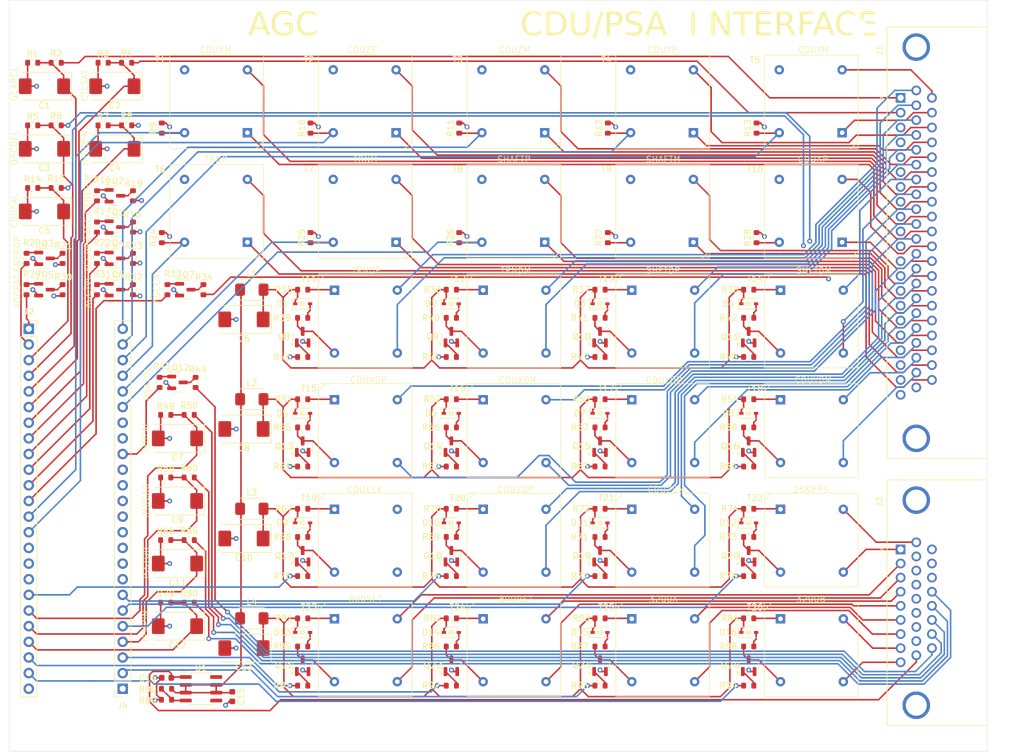
<source format=kicad_pcb>
(kicad_pcb (version 20240108) (generator "pcbnew") (generator_version "8.0")
  (layers (0 "F.Cu" signal) (1 "In1.Cu" signal) (2 "In2.Cu" signal) (31 "B.Cu" signal) (34 "B.Paste" user) (35 "F.Paste" user) (36 "B.SilkS" user "B.Silkscreen") (37 "F.SilkS" user "F.Silkscreen") (38 "B.Mask" user) (39 "F.Mask" user) (44 "Edge.Cuts" user))
  (net 0 "")
  (net 1 "GND")
  (net 2 "/P1/J")
  (net 3 "/P2/J")
  (net 4 "/P3/J")
  (net 5 "/P4/J")
  (net 6 "/IMUFAL")
  (net 7 "/ISSTOR")
  (net 8 "/IMUCAG")
  (net 9 "/TEMPIN")
  (net 10 "/OPCDFL")
  (net 11 "/CDUFAL")
  (net 12 "/IMUOPR")
  (net 13 "/CTLSAT")
  (net 14 "/GCAPCL")
  (net 15 "Net-(D1-A)")
  (net 16 "Net-(D2-A)")
  (net 17 "Net-(D3-A)")
  (net 18 "Net-(D4-A)")
  (net 19 "Net-(D5-A)")
  (net 20 "Net-(D6-A)")
  (net 21 "Net-(D7-A)")
  (net 22 "Net-(D8-A)")
  (net 23 "Net-(D9-A)")
  (net 24 "Net-(D10-A)")
  (net 25 "Net-(D11-A)")
  (net 26 "Net-(D12-A)")
  (net 27 "Net-(D13-A)")
  (net 28 "Net-(D14-A)")
  (net 29 "Net-(D15-A)")
  (net 30 "Net-(D16-A)")
  (net 31 "/ENEROP")
  (net 32 "/CDUXDP")
  (net 33 "/ISSTDC")
  (net 34 "/TVCNAB")
  (net 35 "/S4BTAK")
  (net 36 "/CDUXDM")
  (net 38 "/ZOPCDU")
  (net 39 "/CDUYDM")
  (net 40 "/ZIMCDU")
  (net 41 "/CDUYDP")
  (net 42 "/ENERIM")
  (net 43 "/COARSE")
  (net 44 "/CDUYM")
  (net 45 "/SHAFTM")
  (net 46 "/CDUZM")
  (net 47 "/800SET")
  (net 48 "/SHFTDP")
  (net 49 "/CDUZP")
  (net 50 "/25KPPS")
  (net 51 "/3200A")
  (net 52 "/CDUZDM")
  (net 53 "/800RST")
  (net 54 "/SHAFTP")
  (net 55 "/CDUXM")
  (net 56 "/CDUCLK")
  (net 57 "/SHFTDM")
  (net 58 "/TRNDP")
  (net 59 "/CDUYP")
  (net 60 "/TRNDM")
  (net 61 "/CDUZDP")
  (net 62 "/TRNM")
  (net 63 "/TRNP")
  (net 64 "/3200B")
  (net 65 "/CDUXP")
  (net 66 "/PSATOR")
  (net 67 "/3200BL")
  (net 68 "/800RL")
  (net 69 "/3200BH")
  (net 70 "/PSATMP")
  (net 71 "/800SL")
  (net 72 "/25KPL")
  (net 74 "/800RH")
  (net 77 "/PSATDC")
  (net 78 "/800SH")
  (net 79 "/25KPH")
  (net 80 "/3200AL")
  (net 81 "/PSACAG")
  (net 82 "/3200AH")
  (net 83 "/PSAFAL")
  (net 84 "/AGCRRZ")
  (net 85 "/CT-PGH")
  (net 86 "/AGCTVC")
  (net 87 "/CF-PCH")
  (net 88 "/BF+PCH")
  (net 89 "/DT+PGL")
  (net 90 "/BF+PCL")
  (net 91 "/CF+PCH")
  (net 92 "/SATOP")
  (net 93 "/AGCOPR")
  (net 94 "/UFAIL")
  (net 95 "/GCAPOP")
  (net 96 "/CT+PGL")
  (net 97 "/BT-PGH")
  (net 98 "/AT-PGL")
  (net 99 "/DF-PCH")
  (net 100 "/DF-PCL")
  (net 101 "/DT-PGH")
  (net 102 "/CT-PGL")
  (net 103 "/CF-PCL")
  (net 104 "/AF+PCH")
  (net 105 "/AT+PGH")
  (net 106 "/BF-PCH")
  (net 107 "/BT+PGL")
  (net 108 "/BT-PGL")
  (net 109 "/OFAIL")
  (net 110 "/AF-PCL")
  (net 111 "/AGCSAT")
  (net 112 "/BT+PGH")
  (net 113 "/AT+PGL")
  (net 114 "/EF+PCL")
  (net 115 "/BF-PCL")
  (net 116 "/DT+PGH")
  (net 117 "/CLOCKL")
  (net 118 "/CLOCKH")
  (net 119 "/ET+PGH")
  (net 120 "/CF+PCL")
  (net 121 "/ET-PGH")
  (net 122 "/EF-PCL")
  (net 123 "/EF-PCH")
  (net 124 "/AGCDAE")
  (net 125 "/AGCEEC")
  (net 126 "/ET-PGL")
  (net 127 "/AT-PGH")
  (net 128 "/AF+PCL")
  (net 129 "/AGCCA")
  (net 130 "/EF+PCH")
  (net 131 "/DF+PCH")
  (net 132 "/CT+PGH")
  (net 133 "/DF+PCL")
  (net 134 "/DT-PGL")
  (net 135 "/AF-PCH")
  (net 136 "/AGCZ")
  (net 137 "/ET+PGL")
  (net 138 "+14V")
  (net 139 "Net-(Q1-B)")
  (net 140 "Net-(Q1-C)")
  (net 141 "Net-(Q2-C)")
  (net 142 "Net-(Q2-B)")
  (net 143 "Net-(Q3-B)")
  (net 144 "Net-(Q3-C)")
  (net 145 "Net-(Q4-C)")
  (net 146 "Net-(Q4-B)")
  (net 147 "Net-(Q5-C)")
  (net 148 "Net-(Q5-B)")
  (net 149 "Net-(Q6-B)")
  (net 150 "Net-(Q6-C)")
  (net 151 "Net-(Q7-B)")
  (net 152 "Net-(Q7-C)")
  (net 153 "Net-(Q8-B)")
  (net 154 "Net-(Q8-C)")
  (net 155 "Net-(Q9-B)")
  (net 156 "Net-(Q9-C)")
  (net 157 "Net-(Q10-C)")
  (net 158 "Net-(Q10-B)")
  (net 159 "Net-(Q11-C)")
  (net 160 "Net-(Q11-B)")
  (net 161 "Net-(Q12-C)")
  (net 162 "Net-(Q12-B)")
  (net 163 "Net-(Q13-C)")
  (net 164 "Net-(Q13-B)")
  (net 165 "Net-(Q14-B)")
  (net 166 "Net-(Q14-C)")
  (net 167 "Net-(Q15-C)")
  (net 168 "Net-(Q15-B)")
  (net 169 "Net-(Q16-B)")
  (net 170 "Net-(Q16-C)")
  (net 171 "Net-(Q17-C)")
  (net 172 "Net-(Q17-B)")
  (net 173 "Net-(Q18-B)")
  (net 174 "Net-(Q18-C)")
  (net 175 "Net-(Q19-C)")
  (net 176 "Net-(Q19-B)")
  (net 177 "Net-(Q20-B)")
  (net 178 "Net-(Q20-C)")
  (net 179 "Net-(Q21-B)")
  (net 180 "Net-(Q21-C)")
  (net 181 "Net-(Q22-C)")
  (net 182 "Net-(Q22-B)")
  (net 183 "Net-(Q23-B)")
  (net 184 "Net-(Q23-C)")
  (net 185 "Net-(Q24-B)")
  (net 186 "Net-(Q24-C)")
  (net 187 "Net-(T11-AA)")
  (net 188 "Net-(T12-AA)")
  (net 189 "Net-(T13-AA)")
  (net 190 "Net-(T14-AA)")
  (net 191 "Net-(T15-AA)")
  (net 192 "Net-(T26-AA)")
  (net 193 "/+28V")
  (net 194 "Net-(U1-ADJ)")
  (net 210 "Net-(T16-AA)")
  (net 211 "Net-(T17-AA)")
  (net 212 "Net-(T18-AA)")
  (net 213 "Net-(T19-AA)")
  (net 214 "Net-(T20-AA)")
  (net 215 "Net-(T21-AA)")
  (net 216 "Net-(T22-AA)")
  (net 217 "Net-(T23-AA)")
  (net 218 "Net-(T24-AA)")
  (net 219 "Net-(T25-AA)")
  (footprint "Resistor_SMD:R_0603_1608Metric" (layer "F.Cu") (at 220.98 127.762)
    (property "Reference" "R94")
    (property "Value" "2000")
  )
  (footprint "cdu:D_SOD-323" (layer "F.Cu") (at 172.72 65.786)
    (property "Reference" "D2")
    (property "Value" "1N4148")
  )
  (footprint "cdu:Vigortronix_VTX-111" (layer "F.Cu") (at 153.75 81.36)
    (property "Reference" "T15")
    (property "Value" "2:1")
  )
  (footprint "cdu:D_SOD-323" (layer "F.Cu") (at 220.98 119.126)
    (property "Reference" "D16")
    (property "Value" "1N4148")
  )
  (footprint "Resistor_SMD:R_0603_1608Metric" (layer "F.Cu") (at 196.85 85.852)
    (property "Reference" "R57")
    (property "Value" "1000")
  )
  (footprint "cdu:Vigortronix_VTX-111" (layer "F.Cu") (at 139.62 55.8 180)
    (property "Reference" "T6")
    (property "Value" "2:1")
  )
  (footprint "cdu:Vigortronix_VTX-111" (layer "F.Cu") (at 212.01 55.8 180)
    (property "Reference" "T9")
    (property "Value" "2:1")
  )
  (footprint "Resistor_SMD:R_0603_1608Metric" (layer "F.Cu") (at 126.365 104.14)
    (property "Reference" "R65")
    (property "Value" "2000")
  )
  (footprint "cdu:Vigortronix_VTX-111" (layer "F.Cu") (at 187.88 55.8 180)
    (property "Reference" "T8")
    (property "Value" "2:1")
  )
  (footprint "cdu:D_SOD-323" (layer "F.Cu") (at 172.72 119.126)
    (property "Reference" "D14")
    (property "Value" "1N4148")
  )
  (footprint "Package_TO_SOT_SMD:SOT-23" (layer "F.Cu") (at 129.54 63.5)
    (property "Reference" "Q7")
    (property "Value" "MMBT2222")
  )
  (footprint "cdu:D_SOD-323" (layer "F.Cu") (at 148.59 119.126)
    (property "Reference" "D13")
    (property "Value" "1N4148")
  )
  (footprint "Resistor_SMD:R_0603_1608Metric" (layer "F.Cu") (at 196.85 74.422)
    (property "Reference" "R47")
    (property "Value" "2000")
  )
  (footprint "Resistor_SMD:R_0603_1608Metric" (layer "F.Cu") (at 115.2075 48.26 90)
    (property "Reference" "R16")
    (property "Value" "2000")
  )
  (footprint "cdu:Vigortronix_VTX-111" (layer "F.Cu") (at 212.01 38.02 180)
    (property "Reference" "T4")
    (property "Value" "2:1")
  )
  (footprint "Resistor_SMD:R_0603_1608Metric" (layer "F.Cu") (at 220.98 116.84 180)
    (property "Reference" "R84")
    (property "Value" "200")
  )
  (footprint "Package_TO_SOT_SMD:SOT-23" (layer "F.Cu") (at 148.59 71.1985 90)
    (property "Reference" "Q8")
    (property "Value" "MMBT2222")
  )
  (footprint "Resistor_SMD:R_0603_1608Metric" (layer "F.Cu") (at 172.72 103.632)
    (property "Reference" "R69")
    (property "Value" "1000")
  )
  (footprint "cdu:D_SOD-323" (layer "F.Cu") (at 148.59 83.566)
    (property "Reference" "D5")
    (property "Value" "1N4148")
  )
  (footprint "Resistor_SMD:R_0603_1608Metric" (layer "F.Cu") (at 222.25 37.275001 90)
    (property "Reference" "R13")
    (property "Value" "51")
  )
  (footprint "Connector_PinSocket_2.54mm:PinSocket_1x24_P2.54mm_Vertical" (layer "F.Cu") (at 104.14 69.85)
    (property "Reference" "J2")
    (property "Value" "Conn_01x24")
  )
  (footprint "Capacitor_SMD:C_0603_1608Metric" (layer "F.Cu") (at 126.492 126.492 180)
    (property "Reference" "C14")
    (property "Value" "0.1uF")
  )
  (footprint "Resistor_SMD:R_0603_1608Metric" (layer "F.Cu") (at 198.12 37.275001 90)
    (property "Reference" "R12")
    (property "Value" "51")
  )
  (footprint "Resistor_SMD:R_0603_1608Metric" (layer "F.Cu") (at 131.2095 78.55 -90)
    (property "Reference" "R44")
    (property "Value" "2000")
  )
  (footprint "Resistor_SMD:R_0603_1608Metric" (layer "F.Cu") (at 220.98 85.852)
    (property "Reference" "R58")
    (property "Value" "1000")
  )
  (footprint "Capacitor_Tantalum_SMD:CP_EIA-7343-31_Kemet-D" (layer "F.Cu") (at 106.68 40.64 180)
    (property "Reference" "C3")
    (property "Value" "6.8uF")
  )
  (footprint "Capacitor_Tantalum_SMD:CP_EIA-7343-31_Kemet-D" (layer "F.Cu") (at 128.27 107.95 180)
    (property "Reference" "C11")
    (property "Value" "6.8uF")
  )
  (footprint "Resistor_SMD:R_0603_1608Metric" (layer "F.Cu") (at 125.73 37.275001 90)
    (property "Reference" "R9")
    (property "Value" "51")
  )
  (footprint "Resistor_SMD:R_0603_1608Metric" (layer "F.Cu") (at 148.59 92.202)
    (property "Reference" "R61")
    (property "Value" "2000")
  )
  (footprint "Resistor_SMD:R_0603_1608Metric" (layer "F.Cu") (at 115.2075 53.34 90)
    (property "Reference" "R17")
    (property "Value" "2000")
  )
  (footprint "cdu:API_Delevan_1812R" (layer "F.Cu") (at 140.335 63.5)
    (property "Reference" "L1")
    (property "Value" "100uH")
  )
  (footprint "Resistor_SMD:R_0603_1608Metric" (layer "F.Cu") (at 115.2075 58.42 90)
    (property "Reference" "R22")
    (property "Value" "2000")
  )
  (footprint "cdu:D_SOD-323" (layer "F.Cu") (at 148.59 65.786)
    (property "Reference" "D1")
    (property "Value" "1N4148")
  )
  (footprint "Package_TO_SOT_SMD:SOT-23" (layer "F.Cu") (at 172.72 124.5385 90)
    (property "Reference" "Q22")
    (property "Value" "MMBT2222")
  )
  (footprint "Package_TO_SOT_SMD:SOT-23" (layer "F.Cu") (at 118.11 63.5)
    (property "Reference" "Q6")
    (property "Value" "MMBT2222")
  )
  (footprint "Resistor_SMD:R_0603_1608Metric" (layer "F.Cu") (at 148.59 127.762)
    (property "Reference" "R91")
    (property "Value" "2000")
  )
  (footprint "cdu:Vigortronix_VTX-111" (layer "F.Cu") (at 226.14 99.14)
    (property "Reference" "T22")
    (property "Value" "2:1")
  )
  (footprint "cdu:Vigortronix_VTX-111" (layer "F.Cu") (at 153.75 63.58)
    (property "Reference" "T11")
    (property "Value" "2:1")
  )
  (footprint "Package_TO_SOT_SMD:SOT-23" (layer "F.Cu") (at 106.68 63.5)
    (property "Reference" "Q5")
    (property "Value" "MMBT2222")
  )
  (footprint "Resistor_SMD:R_0603_1608Metric" (layer "F.Cu") (at 120.015 36.83 180)
    (property "Reference" "R8")
    (property "Value" "20k")
  )
  (footprint "Package_TO_SOT_SMD:SOT-23" (layer "F.Cu") (at 148.59 88.9785 90)
    (property "Reference" "Q13")
    (property "Value" "MMBT2222")
  )
  (footprint "Resistor_SMD:R_0603_1608Metric" (layer "F.Cu") (at 116.205 36.83)
    (property "Reference" "R7")
    (property "Value" "2000")
  )
  (footprint "Resistor_SMD:R_0603_1608Metric" (layer "F.Cu") (at 130.174999 93.98 180)
    (property "Reference" "R60")
    (property "Value" "20k")
  )
  (footprint "Resistor_SMD:R_0603_1608Metric" (layer "F.Cu") (at 126.365 93.98)
    (property "Reference" "R59")
    (property "Value" "2000")
  )
  (footprint "Resistor_SMD:R_0603_1608Metric" (layer "F.Cu") (at 125.3675 78.55 90)
    (property "Reference" "R43")
    (property "Value" "2000")
  )
  (footprint "cdu:D_SOD-323" (layer "F.Cu") (at 172.72 101.346)
    (property "Reference" "D10")
    (property "Value" "1N4148")
  )
  (footprint "cdu:API_Delevan_1812R" (layer "F.Cu") (at 140.335 116.84)
    (property "Reference" "L4")
    (property "Value" "100uH")
  )
  (footprint "cdu:Vigortronix_VTX-111" (layer "F.Cu") (at 177.88 99.14)
    (property "Reference" "T20")
    (property "Value" "2:1")
  )
  (footprint "Resistor_SMD:R_0603_1608Metric" (layer "F.Cu") (at 172.72 92.202)
    (property "Reference" "R62")
    (property "Value" "2000")
  )
  (footprint "Resistor_SMD:R_0603_1608Metric" (layer "F.Cu") (at 115.2075 63.5 90)
    (property "Reference" "R31")
    (property "Value" "2000")
  )
  (footprint "Resistor_SMD:R_0603_1608Metric" (layer "F.Cu") (at 108.584999 26.67 180)
    (property "Reference" "R2")
    (property "Value" "20k")
  )
  (footprint "Resistor_SMD:R_0603_1608Metric" (layer "F.Cu") (at 103.7775 63.5 90)
    (property "Reference" "R29")
    (property "Value" "2000")
  )
  (footprint "cdu:Vigortronix_VTX-111" (layer "F.Cu") (at 177.88 116.92)
    (property "Reference" "T24")
    (property "Value" "2:1")
  )
  (footprint "Resistor_SMD:R_0603_1608Metric" (layer "F.Cu") (at 196.85 121.412)
    (property "Reference" "R87")
    (property "Value" "1000")
  )
  (footprint "Capacitor_SMD:C_0603_1608Metric" (layer "F.Cu") (at 137.16 129.54 -90)
    (property "Reference" "C15")
    (property "Value" "1uF")
  )
  (footprint "Resistor_SMD:R_0603_1608Metric" (layer "F.Cu") (at 148.59 85.852)
    (property "Reference" "R55")
    (property "Value" "1000")
  )
  (footprint "Package_TO_SOT_SMD:SOT-23" (layer "F.Cu") (at 220.98 71.1985 90)
    (property "Reference" "Q11")
    (property "Value" "MMBT2222")
  )
  (footprint "Resistor_SMD:R_0603_1608Metric" (layer "F.Cu") (at 196.85 109.982)
    (property "Reference" "R77")
    (property "Value" "2000")
  )
  (footprint "Resistor_SMD:R_0603_1608Metric" (layer "F.Cu") (at 172.72 68.072)
    (property "Reference" "R40")
    (property "Value" "1000")
  )
  (footprint "Resistor_SMD:R_0603_1608Metric" (layer "F.Cu") (at 132.4795 63.5 -90)
    (property "Reference" "R34")
    (property "Value" "2000")
  )
  (footprint "Resistor_SMD:R_0603_1608Metric" (layer "F.Cu") (at 121.0495 48.26 -90)
    (property "Reference" "R19")
    (property "Value" "2000")
  )
  (footprint "Resistor_SMD:R_0603_1608Metric" (layer "F.Cu") (at 172.72 99.06 180)
    (property "Reference" "R70")
    (property "Value" "200")
  )
  (footprint "Package_TO_SOT_SMD:SOT-23" (layer "F.Cu") (at 148.59 106.7585 90)
    (property "Reference" "Q17")
    (property "Value" "MMBT2222")
  )
  (footprint "Resistor_SMD:R_0603_1608Metric" (layer "F.Cu") (at 196.85 116.84 180)
    (property "Reference" "R83")
    (property "Value" "200")
  )
  (footprint "Capacitor_Tantalum_SMD:CP_EIA-7343-31_Kemet-D" (layer "F.Cu") (at 139.065001 103.886 180)
    (property "Reference" "C10")
    (property "Value" "6.8uF")
  )
  (footprint "Resistor_SMD:R_0603_1608Metric" (layer "F.Cu") (at 109.6195 63.5 -90)
    (property "Reference" "R30")
    (property "Value" "2000")
  )
  (footprint "Resistor_SMD:R_0603_1608Metric" (layer "F.Cu") (at 148.59 103.632)
    (property "Reference" "R68")
    (property "Value" "1000")
  )
  (footprint "Resistor_SMD:R_0603_1608Metric" (layer "F.Cu") (at 148.59 63.5 180)
    (property "Reference" "R35")
    (property "Value" "200")
  )
  (footprint "Resistor_SMD:R_0603_1608Metric" (layer "F.Cu") (at 103.7775 58.42 90)
    (property "Reference" "R20")
    (property "Value" "2000")
  )
  (footprint "Package_TO_SOT_SMD:SOT-23" (layer "F.Cu") (at 118.11 48.26)
    (property "Reference" "Q2")
    (property "Value" "MMBT2222")
  )
  (footprint "Package_TO_SOT_SMD:SOT-23" (layer "F.Cu") (at 196.85 71.1985 90)
    (property "Reference" "Q10")
    (property "Value" "MMBT2222")
  )
  (footprint "Resistor_SMD:R_0603_1608Metric" (layer "F.Cu") (at 148.59 121.412)
    (property "Reference" "R85")
    (property "Value" "1000")
  )
  (footprint "cdu:Vigortronix_VTX-111" (layer "F.Cu") (at 153.75 99.14)
    (property "Reference" "T19")
    (property "Value" "2:1")
  )
  (footprint "Connector_PinSocket_2.54mm:PinSocket_1x24_P2.54mm_Vertical" (layer "F.Cu") (at 119.38 128.27 180)
    (property "Reference" "J4")
    (property "Value" "Conn_01x24")
  )
  (footprint "Package_TO_SOT_SMD:SOT-23" (layer "F.Cu") (at 172.72 71.1985 90)
    (property "Reference" "Q9")
    (property "Value" "MMBT2222")
  )
  (footprint "Resistor_SMD:R_0603_1608Metric" (layer "F.Cu") (at 172.72 63.5 180)
    (property "Reference" "R36")
    (property "Value" "200")
  )
  (footprint "cdu:Vigortronix_VTX-111" (layer "F.Cu") (at 163.75 55.8 180)
    (property "Reference" "T7")
    (property "Value" "2:1")
  )
  (footprint "Resistor_SMD:R_0603_1608Metric" (layer "F.Cu") (at 196.85 81.28 180)
    (property "Reference" "R53")
    (property "Value" "200")
  )
  (footprint "cdu:D_SOD-323" (layer "F.Cu") (at 220.98 83.566)
    (property "Reference" "D8")
    (property "Value" "1N4148")
  )
  (footprint "cdu:Vigortronix_VTX-111" (layer "F.Cu") (at 202.01 63.58)
    (property "Reference" "T13")
    (property "Value" "2:1")
  )
  (footprint "cdu:MountingHole_4-40" (layer "F.Cu") (at 238.76 133.985)
    (property "Reference" "H6" (hide yes))
    (property "Value" "MountingHole")
  )
  (footprint "Package_TO_SOT_SMD:SOT-23" (layer "F.Cu") (at 196.85 124.5385 90)
    (property "Reference" "Q23")
    (property "Value" "MMBT2222")
  )
  (footprint "Resistor_SMD:R_0603_1608Metric" (layer "F.Cu") (at 148.59 74.422)
    (property "Reference" "R45")
    (property "Value" "2000")
  )
  (footprint "Resistor_SMD:R_0603_1608Metric" (layer "F.Cu") (at 148.59 99.06 180)
    (property "Reference" "R67")
    (property "Value" "200")
  )
  (footprint "Resistor_SMD:R_0603_1608Metric" (layer "F.Cu") (at 121.0495 58.42 -90)
    (property "Reference" "R23")
    (property "Value" "2000")
  )
  (footprint "Resistor_SMD:R_0603_1608Metric" (layer "F.Cu") (at 104.775 46.99)
    (property "Reference" "R14")
    (property "Value" "2000")
  )
  (footprint "Package_TO_SOT_SMD:SOT-23" (layer "F.Cu") (at 196.85 88.9785 90)
    (property "Reference" "Q15")
    (property "Value" "MMBT2222")
  )
  (footprint "cdu:D_SOD-323" (layer "F.Cu") (at 196.85 83.566)
    (property "Reference" "D7")
    (property "Value" "1N4148")
  )
  (footprint "Package_TO_SOT_SMD:SOT-23" (layer "F.Cu") (at 220.98 88.9785 90)
    (property "Reference" "Q16")
    (property "Value" "MMBT2222")
  )
  (footprint "Resistor_SMD:R_0603_1608Metric" (layer "F.Cu") (at 196.85 68.072)
    (property "Reference" "R41")
    (property "Value" "1000")
  )
  (footprint "cdu:MountingHole_4-40" (layer "F.Cu") (at 111.76 20.955)
    (property "Reference" "H1" (hide yes))
    (property "Value" "MountingHole")
  )
  (footprint "Resistor_SMD:R_0603_1608Metric" (layer "F.Cu") (at 126.365 83.82)
    (property "Reference" "R49")
    (property "Value" "2000")
  )
  (footprint "cdu:Vigortronix_VTX-111" (layer "F.Cu") (at 187.88 38.02 180)
    (property "Reference" "T3")
    (property "Value" "2:1")
  )
  (footprint "cdu:Vigortronix_VTX-111" (layer "F.Cu") (at 153.75 116.92)
    (property "Reference" "T23")
    (property "Value" "2:1")
  )
  (footprint "Resistor_SMD:R_0603_1608Metric" (layer "F.Cu") (at 126.6375 63.5 90)
    (property "Reference" "R33")
    (property "Value" "2000")
  )
  (footprint "Resistor_SMD:R_0603_1608Metric" (layer "F.Cu") (at 198.12 55.055001 90)
    (property "Reference" "R27")
    (property "Value" "51")
  )
  (footprint "cdu:Vigortronix_VTX-111" (layer "F.Cu") (at 163.75 38.02 180)
    (property "Reference" "T2")
    (property "Value" "2:1")
  )
  (footprint "Resistor_SMD:R_0603_1608Metric" (layer "F.Cu") (at 172.72 74.422)
    (property "Reference" "R46")
    (property "Value" "2000")
  )
  (footprint "Resistor_SMD:R_0603_1608Metric" (layer "F.Cu") (at 104.775 36.83)
    (property "Reference" "R5")
    (property "Value" "2000")
  )
  (footprint "Resistor_SMD:R_0603_1608Metric" (layer "F.Cu") (at 196.85 103.632)
    (property "Reference" "R71")
    (property "Value" "1000")
  )
  (footprint "Resistor_SMD:R_0603_1608Metric" (layer "F.Cu") (at 108.584999 46.99 180)
    (property "Reference" "R15")
    (property "Value" "20k")
  )
  (footprint "Package_TO_SOT_SMD:SOT-23" (layer "F.Cu") (at 172.72 106.7585 90)
    (property "Reference" "Q18")
    (property "Value" "MMBT2222")
  )
  (footprint "Resistor_SMD:R_0603_1608Metric" (layer "F.Cu") (at 130.174999 83.82 180)
    (property "Reference" "R50")
    (property "Value" "20k")
  )
  (footprint "cdu:MountingHole_4-40" (layer "F.Cu") (at 175.26 133.985)
    (property "Reference" "H5" (hide yes))
    (property "Value" "MountingHole")
  )
  (footprint "Capacitor_Tantalum_SMD:CP_EIA-7343-31_Kemet-D" (layer "F.Cu") (at 139.065001 121.666 180)
    (property "Reference" "C13")
    (property "Value" "6.8uF")
  )
  (footprint "Resistor_SMD:R_0603_1608Metric" (layer "F.Cu") (at 148.59 81.28 180)
    (property "Reference" "R51")
    (property "Value" "200")
  )
  (footprint "cdu:HARTING_HD26_RA" (layer "F.Cu") (at 245.6375 105.65 -90)
    (property "Reference" "J3")
    (property "Value" "Conn_02x13_Top_Bottom")
  )
  (footprint "Resistor_SMD:R_0603_1608Metric" (layer "F.Cu") (at 130.174999 104.14 180)
    (property "Reference" "R66")
    (property "Value" "20k")
  )
  (footprint "cdu:Vigortronix_VTX-111" (layer "F.Cu") (at 202.01 99.14)
    (property "Reference" "T21")
    (property "Value" "2:1")
  )
  (footprint "Resistor_SMD:R_0603_1608Metric" (layer "F.Cu") (at 104.775 26.67)
    (property "Reference" "R1")
    (property "Value" "2000")
  )
  (footprint "cdu:Vigortronix_VTX-111" (layer "F.Cu") (at 226.14 63.58)
    (property "Reference" "T14")
    (property "Value" "2:1")
  )
  (footprint "cdu:D_SOD-323" (layer "F.Cu") (at 196.85 101.346)
    (property "Reference" "D11")
    (property "Value" "1N4148")
  )
  (footprint "cdu:Vigortronix_VTX-111" (layer "F.Cu") (at 177.88 63.58)
    (property "Reference" "T12")
    (property "Value" "2:1")
  )
  (footprint "Capacitor_Tantalum_SMD:CP_EIA-7343-31_Kemet-D" (layer "F.Cu") (at 118.11 30.48 180)
    (property "Reference" "C2")
    (property "Value" "6.8uF")
  )
  (footprint "cdu:Vigortronix_VTX-111" (layer "F.Cu") (at 226.14 81.36)
    (property "Reference" "T18")
    (property "Value" "2:1")
  )
  (footprint "Resistor_SMD:R_0603_1608Metric" (layer "F.Cu") (at 126.492 128.27 180)
    (property "Reference" "R90")
    (property "Value" "500")
  )
  (footprint "cdu:D_SOD-323" (layer "F.Cu") (at 148.59 101.346)
    (property "Reference" "D9")
    (property "Value" "1N4148")
  )
  (footprint "cdu:Vigortronix_VTX-111" (layer "F.Cu") (at 236.14 38.02 180)
    (property "Reference" "T5")
    (property "Value" "2:1")
  )
  (footprint "Capacitor_Tantalum_SMD:CP_EIA-7343-31_Kemet-D" (layer "F.Cu") (at 106.68 30.48 180)
    (property "Reference" "C1")
    (property "Value" "6.8uF")
  )
  (footprint "Capacitor_Tantalum_SMD:CP_EIA-7343-31_Kemet-D" (layer "F.Cu") (at 106.68 50.8 180)
    (property "Reference" "C5")
    (property "Value" "6.8uF")
  )
  (footprint "Capacitor_Tantalum_SMD:CP_EIA-7343-31_Kemet-D" (layer "F.Cu") (at 139.065 68.326 180)
    (property "Reference" "C6")
    (property "Value" "6.8uF")
  )
  (footprint "Resistor_SMD:R_0603_1608Metric" (layer "F.Cu") (at 220.98 81.28 180)
    (property "Reference" "R54")
    (property "Value" "200")
  )
  (footprint "Package_TO_SOT_SMD:SOT-23" (layer "F.Cu") (at 148.59 124.5385 90)
    (property "Reference" "Q21")
    (property "Value" "MMBT2222")
  )
  (footprint "Package_TO_SOT_SMD:SOT-23" (layer "F.Cu") (at 172.72 88.9785 90)
    (property "Reference" "Q14")
    (property "Value" "MMBT2222")
  )
  (footprint "Resistor_SMD:R_0603_1608Metric" (layer "F.Cu") (at 220.98 68.072)
    (property "Reference" "R42")
    (property "Value" "1000")
  )
  (footprint "Resistor_SMD:R_0603_1608Metric" (layer "F.Cu") (at 130.174999 114.3 180)
    (property "Reference" "R80")
    (property "Value" "20k")
  )
  (footprint "Package_TO_SOT_SMD:SOT-23" (layer "F.Cu") (at 106.68 58.42)
    (property "Reference" "Q3")
    (property "Value" "MMBT2222")
  )
  (footprint "Package_TO_SOT_SMD:SOT-23" (layer "F.Cu") (at 220.98 124.5385 90)
    (property "Reference" "Q24")
    (property "Value" "MMBT2222")
  )
  (footprint "Resistor_SMD:R_0603_1608Metric" (layer "F.Cu") (at 220.98 74.422)
    (property "Reference" "R48")
    (property "Value" "2000")
  )
  (footprint "cdu:API_Delevan_1812R" (layer "F.Cu") (at 140.335 99.06)
    (property "Reference" "L3")
    (property "Value" "100uH")
  )
  (footprint "Capacitor_Tantalum_SMD:CP_EIA-7343-31_Kemet-D" (layer "F.Cu") (at 128.27 97.79 180)
    (property "Reference" "C9")
    (property "Value" "6.8uF")
  )
  (footprint "Resistor_SMD:R_0603_1608Metric" (layer "F.Cu") (at 220.98 92.202)
    (property "Reference" "R64")
    (property "Value" "2000")
  )
  (footprint "Capacitor_Tantalum_SMD:CP_EIA-7343-31_Kemet-D" (layer "F.Cu") (at 128.27 87.63 180)
    (property "Reference" "C7")
    (property "Value" "6.8uF")
  )
  (footprint "Resistor_SMD:R_0603_1608Metric" (layer "F.Cu") (at 196.85 63.5 180)
    (property "Reference" "R37")
    (property "Value" "200")
  )
  (footprint "Resistor_SMD:R_0603_1608Metric" (layer "F.Cu") (at 172.72 116.84 180)
    (property "Reference" "R82")
    (property "Value" "200")
  )
  (footprint "Resistor_SMD:R_0603_1608Metric" (layer "F.Cu") (at 148.59 109.982)
    (property "Reference" "R75")
    (property "Value" "2000")
  )
  (footprint "Package_TO_SOT_SMD:SOT-23" (layer "F.Cu") (at 118.11 58.42)
    (property "Reference" "Q4")
    (property "Value" "MMBT2222")
  )
  (footprint "Resistor_SMD:R_0603_1608Metric" (layer "F.Cu") (at 172.72 85.852)
    (property "Reference" "R56")
    (property "Value" "1000")
  )
  (footprint "cdu:API_Delevan_1812R" (layer "F.Cu") (at 140.335 81.28)
    (property "Reference" "L2")
    (property "Value" "100uH")
  )
  (footprint "Resistor_SMD:R_0603_1608Metric" (layer "F.Cu") (at 172.72 81.28 180)
    (property "Reference" "R52")
    (property "Value" "200")
  )
  (footprint "cdu:Vigortronix_VTX-111" (layer "F.Cu") (at 202.01 116.92)
    (property "Reference" "T25")
    (property "Value" "2:1")
  )
  (footprint "Capacitor_Tantalum_SMD:CP_EIA-7343-31_Kemet-D" (layer "F.Cu") (at 118.11 40.64 180)
    (property "Reference" "C4")
    (property "Value" "6.8uF")
  )
  (footprint "Resistor_SMD:R_0603_1608Metric" (layer "F.Cu") (at 121.0495 63.5 -90)
    (property "Reference" "R32")
    (property "Value" "2000")
  )
  (footprint "Resistor_SMD:R_0603_1608Metric" (layer "F.Cu") (at 220.98 109.982)
    (property "Reference" "R78")
    (property "Value" "2000")
  )
  (footprint "Capacitor_Tantalum_SMD:CP_EIA-7343-31_Kemet-D" (layer "F.Cu") (at 139.065001 86.106 180)
    (property "Reference" "C8")
    (property "Value" "6.8uF")
  )
  (footprint "cdu:D_SOD-323" (layer "F.Cu") (at 172.72 83.566)
    (property "Reference" "D6")
    (property "Value" "1N4148")
  )
  (footprint "Package_SO:SOIC-8_3.9x4.9mm_P1.27mm" (layer "F.Cu") (at 132.08 128.27)
    (property "Reference" "U1")
    (property "Value" "LM317L_SO8")
  )
  (footprint "Resistor_SMD:R_0603_1608Metric" (layer "F.Cu") (at 220.98 63.5 180)
    (property "Reference" "R38")
    (property "Value" "200")
  )
  (footprint "cdu:Vigortronix_VTX-111" (layer "F.Cu") (at 236.14 55.8 180)
    (property "Reference" "T10")
    (property "Value" "2:1")
  )
  (footprint "Resistor_SMD:R_0603_1608Metric" (layer "F.Cu") (at 172.72 127.762)
    (property "Reference" "R92")
    (property "Value" "2000")
  )
  (footprint "cdu:Vigortronix_VTX-111" (layer "F.Cu") (at 177.88 81.36)
    (property "Reference" "T16")
    (property "Value" "2:1")
  )
  (footprint "cdu:D_SOD-323" (layer "F.Cu") (at 220.98 101.346)
    (property "Reference" "D12")
    (property "Value" "1N4148")
  )
  (footprint "Resistor_SMD:R_0603_1608Metric" (layer "F.Cu") (at 196.85 99.06 180)
    (property "Reference" "R72")
    (property "Value" "200")
  )
  (footprint "Resistor_SMD:R_0603_1608Metric" (layer "F.Cu") (at 220.98 99.06 180)
    (property "Reference" "R74")
    (property "Value" "200")
  )
  (footprint "Package_TO_SOT_SMD:SOT-23" (layer "F.Cu") (at 118.11 53.34)
    (property "Reference" "Q1")
    (property "Value" "MMBT2222")
  )
  (footprint "cdu:D_SOD-323" (layer "F.Cu") (at 196.85 65.786)
    (property "Reference" "D3")
    (property "Value" "1N4148")
  )
  (footprint "cdu:Vigortronix_VTX-111" (layer "F.Cu") (at 202.01 81.36)
    (property "Reference" "T17")
    (property "Value" "2:1")
  )
  (footprint "Package_TO_SOT_SMD:SOT-23" (layer "F.Cu") (at 220.98 106.7585 90)
    (property "Reference" "Q20")
    (property "Value" "MMBT2222")
  )
  (footprint "Package_TO_SOT_SMD:SOT-23" (layer "F.Cu") (at 128.27 78.55)
    (property "Reference" "Q12")
    (property "Value" "MMBT2222")
  )
  (footprint "cdu:Vigortronix_VTX-111" (layer "F.Cu") (at 226.14 116.92)
    (property "Reference" "T26")
    (property "Value" "2:1")
  )
  (footprint "Resistor_SMD:R_0603_1608Metric" (layer "F.Cu") (at 148.59 68.072)
    (property "Reference" "R39")
    (property "Value" "1000")
  )
  (footprint "Resistor_SMD:R_0603_1608Metric" (layer "F.Cu") (at 173.99 37.275001 90)
    (property "Reference" "R11")
    (property "Value" "51")
  )
  (footprint "cdu:MountingHole_4-40" (layer "F.Cu") (at 238.76 20.955)
    (property "Reference" "H3" (hide yes))
    (property "Value" "MountingHole")
  )
  (footprint "Resistor_SMD:R_0603_1608Metric" (layer "F.Cu") (at 126.365 114.3)
    (property "Reference" "R79")
    (property "Value" "2000")
  )
  (footprint "Resistor_SMD:R_0603_1608Metric" (layer "F.Cu") (at 173.99 55.055 90)
    (property "Reference" "R26")
    (property "Value" "51")
  )
  (footprint "Resistor_SMD:R_0603_1608Metric" (layer "F.Cu") (at 172.72 121.412)
    (property "Reference" "R86")
    (property "Value" "1000")
  )
  (footprint "cdu:MountingHole_4-40" (layer "F.Cu") (at 111.76 133.985)
    (property "Reference" "H4" (hide yes))
    (property "Value" "MountingHole")
  )
  (footprint "Resistor_SMD:R_0603_1608Metric" (layer "F.Cu") (at 220.98 103.632)
    (property "Reference" "R73")
    (property "Value" "1000")
  )
  (footprint "Resistor_SMD:R_0603_1608Metric" (layer "F.Cu") (at 148.59 116.84 180)
    (property "Reference" "R81")
    (property "Value" "200")
  )
  (footprint "Resistor_SMD:R_0603_1608Metric" (layer "F.Cu") (at 120.014999 26.67 180)
    (property "Reference" "R4")
    (property "Value" "20k")
  )
  (footprint "cdu:MountingHole_4-40" (layer "F.Cu") (at 175.26 20.955)
    (property "Reference" "H2" (hide yes))
    (property "Value" "MountingHole")
  )
  (footprint "Resistor_SMD:R_0603_1608Metric" (layer "F.Cu") (at 109.6195 58.42 -90)
    (property "Reference" "R21")
    (property "Value" "2000")
  )
  (footprint "Package_TO_SOT_SMD:SOT-23" (layer "F.Cu") (at 196.85 106.7585 90)
    (property "Reference" "Q19")
    (property "Value" "MMBT2222")
  )
  (footprint "Resistor_SMD:R_0603_1608Metric" (layer "F.Cu") (at 196.85 92.202)
    (property "Reference" "R63")
    (property "Value" "2000")
  )
  (footprint "Resistor_SMD:R_0603_1608Metric" (layer "F.Cu") (at 108.584999 36.83 180)
    (property "Reference" "R6")
    (property "Value" "20k")
  )
  (footprint "Resistor_SMD:R_0603_1608Metric" (layer "F.Cu") (at 172.72 109.982)
    (property "Reference" "R76")
    (property "Value" "2000")
  )
  (footprint "Resistor_SMD:R_0603_1608Metric" (layer "F.Cu") (at 222.25 55.055001 90)
    (property "Reference" "R28")
    (property "Value" "51")
  )
  (footprint "Resistor_SMD:R_0603_1608Metric" (layer "F.Cu") (at 220.98 121.412)
    (property "Reference" "R88")
    (property "Value" "1000")
  )
  (footprint "Resistor_SMD:R_0603_1608Metric" (layer "F.Cu") (at 149.86 37.275001 90)
    (property "Reference" "R10")
    (property "Value" "51")
  )
  (footprint "cdu:D_SOD-323" (layer "F.Cu") (at 196.85 119.126)
    (property "Reference" "D15")
    (property "Value" "1N4148")
  )
  (footprint "Resistor_SMD:R_0603_1608Metric" (layer "F.Cu") (at 121.0495 53.34 -90)
    (property "Reference" "R18")
    (property "Value" "2000")
  )
  (footprint "Resistor_SMD:R_0603_1608Metric" (layer "F.Cu") (at 126.492 130.048 180)
    (property "Reference" "R89")
    (property "Value" "5100")
  )
  (footprint "cdu:HARTING_HD62_RA" (layer "F.Cu") (at 245.6375 32.36 -90)
    (property "Reference" "J1")
    (property "Value" "Conn_02x31_Top_Bottom")
  )
  (footprint "Capacitor_Tantalum_SMD:CP_EIA-7343-31_Kemet-D" (layer "F.Cu") (at 128.27 118.11 180)
    (property "Reference" "C12")
    (property "Value" "6.8uF")
  )
  (footprint "Resistor_SMD:R_0603_1608Metric" (layer "F.Cu") (at 149.86 55.055001 90)
    (property "Reference" "R25")
    (property "Value" "51")
  )
  (footprint "cdu:Vigortronix_VTX-111" (layer "F.Cu") (at 139.62 38.02 180)
    (property "Reference" "T1")
    (property "Value" "2:1")
  )
  (footprint "Resistor_SMD:R_0603_1608Metric" (layer "F.Cu") (at 196.85 127.762)
    (property "Reference" "R93")
    (property "Value" "2000")
  )
  (footprint "cdu:D_SOD-323" (layer "F.Cu") (at 220.98 65.786)
    (property "Reference" "D4")
    (property "Value" "1N4148")
  )
  (footprint "Resistor_SMD:R_0603_1608Metric" (layer "F.Cu") (at 125.73 55.055001 90)
    (property "Reference" "R24")
    (property "Value" "51")
  )
  (footprint "Resistor_SMD:R_0603_1608Metric" (layer "F.Cu") (at 116.205 26.67)
    (property "Reference" "R3")
    (property "Value" "2000")
  )
  (gr_rect (start 100.965 16.51) (end 259.715 138.43) (stroke (width 0.05)) (fill none) (layer "Edge.Cuts"))
  (gr_text "AGCTVC" (at 114.3 66.548 90) (layer "F.SilkS") (effects (font (size 1 1) (thickness 0.1)) (justify left bottom)))
  (gr_text "SHAFTM" (at 204.216 42.926 0) (layer "F.SilkS") (effects (font (size 1 1) (thickness 0.1)) (justify left bottom)))
  (gr_text "CDUZDP" (at 180.086 96.52 0) (layer "F.SilkS") (effects (font (size 1 1) (thickness 0.1)) (justify left bottom)))
  (gr_text "SHFTDM" (at 228.6 60.96 0) (layer "F.SilkS") (effects (font (size 1 1) (thickness 0.1)) (justify left bottom)))
  (gr_text "AGCRRZ" (at 114.3 60.706 90) (layer "F.SilkS") (effects (font (size 1 1) (thickness 0.1)) (justify left bottom)))
  (gr_text "PSATDC" (at 123.952 81.534 90) (layer "F.SilkS") (effects (font (size 1 1) (thickness 0.1)) (justify left bottom)))
  (gr_text "SHAFTP" (at 180.086 42.926 0) (layer "F.SilkS") (effects (font (size 1 1) (thickness 0.1)) (justify left bottom)))
  (gr_text "ISSTOR" (at 123.698 110.49 90) (layer "F.SilkS") (effects (font (size 1 1) (thickness 0.1)) (justify left bottom)))
  (gr_text "CDU/PSA  I NTERFACE" (at 183.896 22.86 0) (layer "F.SilkS") (effects (font (size 3.81 3.81) (thickness 0.1)) (justify left bottom)))
  (gr_text "CDUZM" (at 180.34 25.146 0) (layer "F.SilkS") (effects (font (size 1 1) (thickness 0.1)) (justify left bottom)))
  (gr_text "IMUCAG" (at 123.698 100.584 90) (layer "F.SilkS") (effects (font (size 1 1) (thickness 0.1)) (justify left bottom)))
  (gr_text "CDUYP" (at 204.47 25.146 0) (layer "F.SilkS") (effects (font (size 1 1) (thickness 0.1)) (justify left bottom)))
  (gr_text "CDUYDM" (at 228.346 78.74 0) (layer "F.SilkS") (effects (font (size 1 1) (thickness 0.1)) (justify left bottom)))
  (gr_text "AGCCA" (at 125.476 65.786 90) (layer "F.SilkS") (effects (font (size 1 1) (thickness 0.1)) (justify left bottom)))
  (gr_text "TRNP" (at 132.588 42.926 0) (layer "F.SilkS") (effects (font (size 1 1) (thickness 0.1)) (justify left bottom)))
  (gr_text "CDUXDP" (at 156.21 78.74 0) (layer "F.SilkS") (effects (font (size 1 1) (thickness 0.1)) (justify left bottom)))
  (gr_text "800RST" (at 180.34 114.3 0) (layer "F.SilkS") (effects (font (size 1 1) (thickness 0.1)) (justify left bottom)))
  (gr_text "800SET" (at 155.956 114.3 0) (layer "F.SilkS") (effects (font (size 1 1) (thickness 0.1)) (justify left bottom)))
  (gr_text "SHFTDP" (at 204.216 60.96 0) (layer "F.SilkS") (effects (font (size 1 1) (thickness 0.1)) (justify left bottom)))
  (gr_text "CDUZDM" (at 204.47 96.52 0) (layer "F.SilkS") (effects (font (size 1 1) (thickness 0.1)) (justify left bottom)))
  (gr_text "3200B" (at 228.6 114.3 0) (layer "F.SilkS") (effects (font (size 1 1) (thickness 0.1)) (justify left bottom)))
  (gr_text "TRNDM" (at 180.594 60.96 0) (layer "F.SilkS") (effects (font (size 1 1) (thickness 0.1)) (justify left bottom)))
  (gr_text "TRNM" (at 156.718 42.926 0) (layer "F.SilkS") (effects (font (size 1 1) (thickness 0.1)) (justify left bottom)))
  (gr_text "AGCZ" (at 114.3 54.61 90) (layer "F.SilkS") (effects (font (size 1 1) (thickness 0.1)) (justify left bottom)))
  (gr_text "GCAPCL" (at 102.362 33.02 90) (layer "F.SilkS") (effects (font (size 1 1) (thickness 0.1)) (justify left bottom)))
  (gr_text "TEMPIN" (at 123.698 120.904 90) (layer "F.SilkS") (effects (font (size 1 1) (thickness 0.1)) (justify left bottom)))
  (gr_text "IMUFAL" (at 123.698 90.17 90) (layer "F.SilkS") (effects (font (size 1 1) (thickness 0.1)) (justify left bottom)))
  (gr_text "CDUXM" (at 131.826 25.146 0) (layer "F.SilkS") (effects (font (size 1 1) (thickness 0.1)) (justify left bottom)))
  (gr_text "TRNDP" (at 156.464 60.96 0) (layer "F.SilkS") (effects (font (size 1 1) (thickness 0.1)) (justify left bottom)))
  (gr_text "AGC" (at 139.7 22.86 0) (layer "F.SilkS") (effects (font (size 3.81 3.81) (thickness 0.1)) (justify left bottom)))
  (gr_text "IMUOPR" (at 113.792 43.434 90) (layer "F.SilkS") (effects (font (size 1 1) (thickness 0.1)) (justify left bottom)))
  (gr_text "CDUYDP" (at 204.216 78.74 0) (layer "F.SilkS") (effects (font (size 1 1) (thickness 0.1)) (justify left bottom)))
  (gr_text "CDUXDM" (at 180.34 78.74 0) (layer "F.SilkS") (effects (font (size 1 1) (thickness 0.1)) (justify left bottom)))
  (gr_text "CDUZP" (at 155.702 25.146 0) (layer "F.SilkS") (effects (font (size 1 1) (thickness 0.1)) (justify left bottom)))
  (gr_text "CDUFAL" (at 102.362 53.594 90) (layer "F.SilkS") (effects (font (size 1 1) (thickness 0.1)) (justify left bottom)))
  (gr_text "25KPPS" (at 228.092 96.52 0) (layer "F.SilkS") (effects (font (size 1 1) (thickness 0.1)) (justify left bottom)))
  (gr_text "ENEROP" (at 102.87 60.706 90) (layer "F.SilkS") (effects (font (size 1 1) (thickness 0.1)) (justify left bottom)))
  (gr_text "AGCSAT" (at 102.87 66.548 90) (layer "F.SilkS") (effects (font (size 1 1) (thickness 0.1)) (justify left bottom)))
  (gr_text "CDUXP" (at 228.854 42.926 0) (layer "F.SilkS") (effects (font (size 1 1) (thickness 0.1)) (justify left bottom)))
  (gr_text "3200A" (at 204.724 114.3 0) (layer "F.SilkS") (effects (font (size 1 1) (thickness 0.1)) (justify left bottom)))
  (gr_text "CDUYM" (at 228.854 25.146 0) (layer "F.SilkS") (effects (font (size 1 1) (thickness 0.1)) (justify left bottom)))
  (gr_text "OPCDFL" (at 102.362 43.434 90) (layer "F.SilkS") (effects (font (size 1 1) (thickness 0.1)) (justify left bottom)))
  (gr_text "CDUCLK" (at 155.702 96.52 0) (layer "F.SilkS") (effects (font (size 1 1) (thickness 0.1)) (justify left bottom)))
  (gr_text "ENERIM" (at 114.3 50.292 90) (layer "F.SilkS") (effects (font (size 1 1) (thickness 0.1)) (justify left bottom)))
  (gr_text "CTLSAT" (at 113.792 33.02 90) (layer "F.SilkS") (effects (font (size 1 1) (thickness 0.1)) (justify left bottom)))
  (segment (start 221.93 107.696) (end 221.237999 107.696) (width 0.254) (layer "F.Cu") (net 1))
  (segment (start 149.86 54.23) (end 150.496 54.23) (width 0.254) (layer "F.Cu") (net 1))
  (segment (start 103.95 50.4175) (end 103.5675 50.8) (width 0.254) (layer "F.Cu") (net 1))
  (segment (start 135.952501 103.886) (end 137.795001 103.886) (width 0.254) (layer "F.Cu") (net 1))
  (segment (start 197.107999 107.696) (end 196.853999 107.442) (width 0.254) (layer "F.Cu") (net 1))
  (segment (start 103.5675 30.48) (end 105.41 30.48) (width 0.254) (layer "F.Cu") (net 1))
  (segment (start 117.1725 54.289) (end 116.2235 53.34) (width 0.254) (layer "F.Cu") (net 1))
  (segment (start 173.99 54.23) (end 174.626 54.23) (width 0.254) (layer "F.Cu") (net 1))
  (segment (start 105.7425 59.369) (end 104.7935 58.42) (width 0.254) (layer "F.Cu") (net 1))
  (segment (start 117.1725 59.369) (end 116.2235 58.42) (width 0.254) (layer "F.Cu") (net 1))
  (segment (start 117.1725 49.209) (end 116.2235 48.26) (width 0.254) (layer "F.Cu") (net 1))
  (segment (start 103.95 40.2575) (end 103.5675 40.64) (width 0.254) (layer "F.Cu") (net 1))
  (segment (start 221.93 125.476) (end 221.237999 125.476) (width 0.254) (layer "F.Cu") (net 1))
  (segment (start 149.54 125.476) (end 148.847999 125.476) (width 0.254) (layer "F.Cu") (net 1))
  (segment (start 114.9975 30.48) (end 116.84 30.48) (width 0.254) (layer "F.Cu") (net 1))
  (segment (start 148.847999 125.476) (end 148.593999 125.222) (width 0.254) (layer "F.Cu") (net 1))
  (segment (start 174.626 54.23) (end 175.26 54.864) (width 0.254) (layer "F.Cu") (net 1))
  (segment (start 172.977999 72.136) (end 172.723999 71.882) (width 0.254) (layer "F.Cu") (net 1))
  (segment (start 125.717 126.492) (end 124.651 126.492) (width 0.254) (layer "F.Cu") (net 1))
  (segment (start 149.54 89.916) (end 148.847999 89.916) (width 0.254) (layer "F.Cu") (net 1))
  (segment (start 103.95 26.67) (end 103.95 30.0975) (width 0.254) (layer "F.Cu") (net 1))
  (segment (start 125.667 130.048) (end 124.74 130.048) (width 0.254) (layer "F.Cu") (net 1))
  (segment (start 125.73 36.45) (end 126.366 36.45) (width 0.254) (layer "F.Cu") (net 1))
  (segment (start 148.847999 89.916) (end 148.593999 89.662) (width 0.254) (layer "F.Cu") (net 1))
  (segment (start 221.93 72.136) (end 221.237999 72.136) (width 0.254) (layer "F.Cu") (net 1))
  (segment (start 135.952501 121.666) (end 137.795001 121.666) (width 0.254) (layer "F.Cu") (net 1))
  (segment (start 117.1725 64.449) (end 116.2235 63.5) (width 0.254) (layer "F.Cu") (net 1))
  (segment (start 124.886 127.323) (end 125.717 126.492) (width 0.254) (layer "F.Cu") (net 1))
  (segment (start 221.237999 107.696) (end 220.983999 107.442) (width 0.254) (layer "F.Cu") (net 1))
  (segment (start 172.977999 125.476) (end 172.723999 125.222) (width 0.254) (layer "F.Cu") (net 1))
  (segment (start 150.496 54.23) (end 151.13 54.864) (width 0.254) (layer "F.Cu") (net 1))
  (segment (start 117.1725 64.45) (end 117.1725 64.449) (width 0.254) (layer "F.Cu") (net 1))
  (segment (start 125.54 117.7275) (end 125.1575 118.11) (width 0.254) (layer "F.Cu") (net 1))
  (segment (start 197.8 107.696) (end 197.107999 107.696) (width 0.254) (layer "F.Cu") (net 1))
  (segment (start 197.107999 125.476) (end 196.853999 125.222) (width 0.254) (layer "F.Cu") (net 1))
  (segment (start 117.1725 59.37) (end 117.1725 59.369) (width 0.254) (layer "F.Cu") (net 1))
  (segment (start 149.86 36.45) (end 150.496 36.45) (width 0.254) (layer "F.Cu") (net 1))
  (segment (start 125.54 93.98) (end 125.54 97.4075) (width 0.254) (layer "F.Cu") (net 1))
  (segment (start 125.54 104.14) (end 125.54 107.5675) (width 0.254) (layer "F.Cu") (net 1))
  (segment (start 125.54 83.82) (end 125.54 87.2475) (width 0.254) (layer "F.Cu") (net 1))
  (segment (start 198.756 54.23) (end 199.39 54.864) (width 0.254) (layer "F.Cu") (net 1))
  (segment (start 125.54 97.4075) (end 125.1575 97.79) (width 0.254) (layer "F.Cu") (net 1))
  (segment (start 115.38 30.0975) (end 114.9975 30.48) (width 0.254) (layer "F.Cu") (net 1))
  (segment (start 125.667 130.048) (end 124.886 129.267) (width 0.254) (layer "F.Cu") (net 1))
  (segment (start 103.95 46.99) (end 103.95 50.4175) (width 0.254) (layer "F.Cu") (net 1))
  (segment (start 173.67 107.696) (end 172.977999 107.696) (width 0.254) (layer "F.Cu") (net 1))
  (segment (start 126.366 54.23) (end 127 54.864) (width 0.254) (layer "F.Cu") (net 1))
  (segment (start 125.54 107.5675) (end 125.1575 107.95) (width 0.254) (layer "F.Cu") (net 1))
  (segment (start 105.7425 64.45) (end 105.7425 64.449) (width 0.254) (layer "F.Cu") (net 1))
  (segment (start 126.366 36.45) (end 127 37.084) (width 0.254) (layer "F.Cu") (net 1))
  (segment (start 125.1575 118.11) (end 127 118.11) (width 0.254) (layer "F.Cu") (net 1))
  (segment (start 103.5675 40.64) (end 105.41 40.64) (width 0.254) (layer "F.Cu") (net 1))
  (segment (start 135.9525 68.326) (end 137.795 68.326) (width 0.254) (layer "F.Cu") (net 1))
  (segment (start 105.7425 59.37) (end 105.7425 59.369) (width 0.254) (layer "F.Cu") (net 1))
  (segment (start 115.38 36.83) (end 115.38 40.2575) (width 0.254) (layer "F.Cu") (net 1))
  (segment (start 150.496 36.45) (end 151.13 37.084) (width 0.254) (layer "F.Cu") (net 1))
  (segment (start 173.67 125.476) (end 172.977999 125.476) (width 0.254) (layer "F.Cu") (net 1))
  (segment (start 197.8 72.136) (end 197.107999 72.136) (width 0.254) (layer "F.Cu") (net 1))
  (segment (start 148.847999 72.136) (end 148.593999 71.882) (width 0.254) (layer "F.Cu") (net 1))
  (segment (start 198.756 36.45) (end 199.39 37.084) (width 0.254) (layer "F.Cu") (net 1))
  (segment (start 125.54 87.2475) (end 125.1575 87.63) (width 0.254) (layer "F.Cu") (net 1))
  (segment (start 198.12 54.23) (end 198.756 54.23) (width 0.254) (layer "F.Cu") (net 1))
  (segment (start 124.651 126.492) (end 124.632 126.473) (width 0.254) (layer "F.Cu") (net 1))
  (segment (start 197.8 89.916) (end 197.107999 89.916) (width 0.254) (layer "F.Cu") (net 1))
  (segment (start 148.847999 107.696) (end 148.593999 107.442) (width 0.254) (layer "F.Cu") (net 1))
  (segment (start 114.9975 40.64) (end 116.84 40.64) (width 0.254) (layer "F.Cu") (net 1))
  (segment (start 128.6025 64.449) (end 127.6535 63.5) (width 0.254) (layer "F.Cu") (net 1))
  (segment (start 222.886 36.45) (end 223.52 37.084) (width 0.254) (layer "F.Cu") (net 1))
  (segment (start 221.237999 72.136) (end 220.983999 71.882) (width 0.254) (layer "F.Cu") (net 1))
  (segment (start 103.95 30.0975) (end 103.5675 30.48) (width 0.254) (layer "F.Cu") (net 1))
  (segment (start 125.73 54.23) (end 126.366 54.23) (width 0.254) (layer "F.Cu") (net 1))
  (segment (start 173.99 36.45) (end 174.626 36.45) (width 0.254) (layer "F.Cu") (net 1))
  (segment (start 115.38 26.67) (end 115.38 30.0975) (width 0.254) (layer "F.Cu") (net 1))
  (segment (start 125.1575 107.95) (end 127 107.95) (width 0.254) (layer "F.Cu") (net 1))
  (segment (start 124.74 130.048) (end 124.632 130.156) (width 0.254) (layer "F.Cu") (net 1))
  (segment (start 172.977999 89.916) (end 172.723999 89.662) (width 0.254) (layer "F.Cu") (net 1))
  (segment (start 222.25 54.23) (end 222.886 54.23) (width 0.254) (layer "F.Cu") (net 1))
  (segment (start 103.95 36.83) (end 103.95 40.2575) (width 0.254) (layer "F.Cu") (net 1))
  (segment (start 125.1575 87.63) (end 127 87.63) (width 0.254) (layer "F.Cu") (net 1))
  (segment (start 222.886 54.23) (end 223.52 54.864) (width 0.254) (layer "F.Cu") (net 1))
  (segment (start 149.54 72.136) (end 148.847999 72.136) (width 0.254) (layer "F.Cu") (net 1))
  (segment (start 221.237999 125.476) (end 220.983999 125.222) (width 0.254) (layer "F.Cu") (net 1))
  (segment (start 135.952501 86.106) (end 137.795001 86.106) (width 0.254) (layer "F.Cu") (net 1))
  (segment (start 127.3325 79.5) (end 127.3325 79.499) (width 0.254) (layer "F.Cu") (net 1))
  (segment (start 117.1725 54.29) (end 117.1725 54.289) (width 0.254) (layer "F.Cu") (net 1))
  (segment (start 222.25 36.45) (end 222.886 36.45) (width 0.254) (layer "F.Cu") (net 1))
  (segment (start 125.54 114.3) (end 125.54 117.7275) (width 0.254) (layer "F.Cu") (net 1))
  (segment (start 125.1575 97.79) (end 127 97.79) (width 0.254) (layer "F.Cu") (net 1))
  (segment (start 103.5675 50.8) (end 105.41 50.8) (width 0.254) (layer "F.Cu") (net 1))
  (segment (start 124.886 129.267) (end 124.886 127.323) (width 0.254) (layer "F.Cu") (net 1))
  (segment (start 115.38 40.2575) (end 114.9975 40.64) (width 0.254) (layer "F.Cu") (net 1))
  (segment (start 221.237999 89.916) (end 220.983999 89.662) (width 0.254) (layer "F.Cu") (net 1))
  (segment (start 136.701 130.315) (end 136.079 130.937) (width 0.254) (layer "F.Cu") (net 1))
  (segment (start 174.626 36.45) (end 175.26 37.084) (width 0.254) (layer "F.Cu") (net 1))
  (segment (start 173.67 89.916) (end 172.977999 89.916) (width 0.254) (layer "F.Cu") (net 1))
  (segment (start 128.6025 64.45) (end 128.6025 64.449) (width 0.254) (layer "F.Cu") (net 1))
  (segment (start 127.3325 79.499) (end 126.3835 78.55) (width 0.254) (layer "F.Cu") (net 1))
  (segment (start 197.107999 72.136) (end 196.853999 71.882) (width 0.254) (layer "F.Cu") (net 1))
  (segment (start 105.7425 64.449) (end 104.7935 63.5) (width 0.254) (layer "F.Cu") (net 1))
  (segment (start 197.8 125.476) (end 197.107999 125.476) (width 0.254) (layer "F.Cu") (net 1))
  (segment (start 172.977999 107.696) (end 172.723999 107.442) (width 0.254) (layer "F.Cu") (net 1))
  (segment (start 149.54 107.696) (end 148.847999 107.696) (width 0.254) (layer "F.Cu") (net 1))
  (segment (start 198.12 36.45) (end 198.756 36.45) (width 0.254) (layer "F.Cu") (net 1))
  (segment (start 137.16 130.315) (end 136.701 130.315) (width 0.254) (layer "F.Cu") (net 1))
  (segment (start 117.1725 49.21) (end 117.1725 49.209) (width 0.254) (layer "F.Cu") (net 1))
  (segment (start 221.93 89.916) (end 221.237999 89.916) (width 0.254) (layer "F.Cu") (net 1))
  (segment (start 173.67 72.136) (end 172.977999 72.136) (width 0.254) (layer "F.Cu") (net 1))
  (segment (start 197.107999 89.916) (end 196.853999 89.662) (width 0.254) (layer "F.Cu") (net 1))
  (via (at 105.41 50.8) (size 0.8) (drill 0.4) (layers "F.Cu" "B.Cu") (net 1))
  (via (at 136.079 130.937) (size 0.8) (drill 0.4) (layers "F.Cu" "B.Cu") (net 1))
  (via (at 148.593999 107.442) (size 0.8) (drill 0.4) (layers "F.Cu" "B.Cu") (net 1))
  (via (at 104.7935 63.5) (size 0.8) (drill 0.4) (layers "F.Cu" "B.Cu") (net 1))
  (via (at 172.723999 107.442) (size 0.8) (drill 0.4) (layers "F.Cu" "B.Cu") (net 1))
  (via (at 175.26 37.084) (size 0.8) (drill 0.4) (layers "F.Cu" "B.Cu") (net 1))
  (via (at 148.593999 89.662) (size 0.8) (drill 0.4) (layers "F.Cu" "B.Cu") (net 1))
  (via (at 220.983999 89.662) (size 0.8) (drill 0.4) (layers "F.Cu" "B.Cu") (net 1))
  (via (at 105.41 40.64) (size 0.8) (drill 0.4) (layers "F.Cu" "B.Cu") (net 1))
  (via (at 116.84 30.48) (size 0.8) (drill 0.4) (layers "F.Cu" "B.Cu") (net 1))
  (via (at 137.795001 103.886) (size 0.8) (drill 0.4) (layers "F.Cu" "B.Cu") (net 1))
  (via (at 116.2235 63.5) (size 0.8) (drill 0.4) (layers "F.Cu" "B.Cu") (net 1))
  (via (at 220.983999 107.442) (size 0.8) (drill 0.4) (layers "F.Cu" "B.Cu") (net 1))
  (via (at 196.853999 89.662) (size 0.8) (drill 0.4) (layers "F.Cu" "B.Cu") (net 1))
  (via (at 223.52 54.864) (size 0.8) (drill 0.4) (layers "F.Cu" "B.Cu") (net 1))
  (via (at 116.2235 58.42) (size 0.8) (drill 0.4) (layers "F.Cu" "B.Cu") (net 1))
  (via (at 127 37.084) (size 0.8) (drill 0.4) (layers "F.Cu" "B.Cu") (net 1))
  (via (at 124.632 130.156) (size 0.8) (drill 0.4) (layers "F.Cu" "B.Cu") (net 1))
  (via (at 151.13 54.864) (size 0.8) (drill 0.4) (layers "F.Cu" "B.Cu") (net 1))
  (via (at 104.7935 58.42) (size 0.8) (drill 0.4) (layers "F.Cu" "B.Cu") (net 1))
  (via (at 127 118.11) (size 0.8) (drill 0.4) (layers "F.Cu" "B.Cu") (net 1))
  (via (at 196.853999 107.442) (size 0.8) (drill 0.4) (layers "F.Cu" "B.Cu") (net 1))
  (via (at 127 97.79) (size 0.8) (drill 0.4) (layers "F.Cu" "B.Cu") (net 1))
  (via (at 127.6535 63.5) (size 0.8) (drill 0.4) (layers "F.Cu" "B.Cu") (net 1))
  (via (at 137.795001 86.106) (size 0.8) (drill 0.4) (layers "F.Cu" "B.Cu") (net 1))
  (via (at 148.593999 125.222) (size 0.8) (drill 0.4) (layers "F.Cu" "B.Cu") (net 1))
  (via (at 196.853999 125.222) (size 0.8) (drill 0.4) (layers "F.Cu" "B.Cu") (net 1))
  (via (at 175.26 54.864) (size 0.8) (drill 0.4) (layers "F.Cu" "B.Cu") (net 1))
  (via (at 172.723999 89.662) (size 0.8) (drill 0.4) (layers "F.Cu" "B.Cu") (net 1))
  (via (at 137.795001 121.666) (size 0.8) (drill 0.4) (layers "F.Cu" "B.Cu") (net 1))
  (via (at 137.795 68.326) (size 0.8) (drill 0.4) (layers "F.Cu" "B.Cu") (net 1))
  (via (at 172.723999 125.222) (size 0.8) (drill 0.4) (layers "F.Cu" "B.Cu") (net 1))
  (via (at 116.2235 48.26) (size 0.8) (drill 0.4) (layers "F.Cu" "B.Cu") (net 1))
  (via (at 127 107.95) (size 0.8) (drill 0.4) (layers "F.Cu" "B.Cu") (net 1))
  (via (at 148.593999 71.882) (size 0.8) (drill 0.4) (layers "F.Cu" "B.Cu") (net 1))
  (via (at 105.41 30.48) (size 0.8) (drill 0.4) (layers "F.Cu" "B.Cu") (net 1))
  (via (at 124.632 126.473) (size 0.8) (drill 0.4) (layers "F.Cu" "B.Cu") (net 1))
  (via (at 151.13 37.084) (size 0.8) (drill 0.4) (layers "F.Cu" "B.Cu") (net 1))
  (via (at 116.2235 53.34) (size 0.8) (drill 0.4) (layers "F.Cu" "B.Cu") (net 1))
  (via (at 220.983999 71.882) (size 0.8) (drill 0.4) (layers "F.Cu" "B.Cu") (net 1))
  (via (at 223.52 37.084) (size 0.8) (drill 0.4) (layers "F.Cu" "B.Cu") (net 1))
  (via (at 199.39 37.084) (size 0.8) (drill 0.4) (layers "F.Cu" "B.Cu") (net 1))
  (via (at 199.39 54.864) (size 0.8) (drill 0.4) (layers "F.Cu" "B.Cu") (net 1))
  (via (at 172.723999 71.882) (size 0.8) (drill 0.4) (layers "F.Cu" "B.Cu") (net 1))
  (via (at 126.3835 78.55) (size 0.8) (drill 0.4) (layers "F.Cu" "B.Cu") (net 1))
  (via (at 220.983999 125.222) (size 0.8) (drill 0.4) (layers "F.Cu" "B.Cu") (net 1))
  (via (at 196.853999 71.882) (size 0.8) (drill 0.4) (layers "F.Cu" "B.Cu") (net 1))
  (via (at 116.84 40.64) (size 0.8) (drill 0.4) (layers "F.Cu" "B.Cu") (net 1))
  (via (at 127 87.63) (size 0.8) (drill 0.4) (layers "F.Cu" "B.Cu") (net 1))
  (via (at 127 54.864) (size 0.8) (drill 0.4) (layers "F.Cu" "B.Cu") (net 1))
  (segment (start 220.155 82.613) (end 220.155 81.28) (width 0.254) (layer "F.Cu") (net 2))
  (segment (start 170.815 93.98) (end 192.405 93.98) (width 0.254) (layer "F.Cu") (net 2))
  (segment (start 145.415 82.55) (end 145.415 92.71) (width 0.254) (layer "F.Cu") (net 2))
  (segment (start 219.202 81.28) (end 220.155 81.28) (width 0.254) (layer "F.Cu") (net 2))
  (segment (start 147.765 82.613) (end 147.765 81.28) (width 0.254) (layer "F.Cu") (net 2))
  (segment (start 145.415 82.55) (end 146.685 81.28) (width 0.254) (layer "F.Cu") (net 2))
  (segment (start 217.805 82.677) (end 219.202 81.28) (width 0.254) (layer "F.Cu") (net 2))
  (segment (start 144.145 81.28) (end 145.415 82.55) (width 0.254) (layer "F.Cu") (net 2))
  (segment (start 171.52 82.988) (end 171.895 82.613) (width 0.254) (layer "F.Cu") (net 2))
  (segment (start 194.945 81.28) (end 196.025 81.28) (width 0.254) (layer "F.Cu") (net 2))
  (segment (start 170.815 81.28) (end 171.895 81.28) (width 0.254) (layer "F.Cu") (net 2))
  (segment (start 217.805 92.71) (end 217.805 82.677) (width 0.254) (layer "F.Cu") (net 2))
  (segment (start 146.685 81.28) (end 147.765 81.28) (width 0.254) (layer "F.Cu") (net 2))
  (segment (start 169.545 92.71) (end 169.545 82.55) (width 0.254) (layer "F.Cu") (net 2))
  (segment (start 169.545 82.55) (end 170.815 81.28) (width 0.254) (layer "F.Cu") (net 2))
  (segment (start 219.78 83.566) (end 219.78 82.988) (width 0.254) (layer "F.Cu") (net 2))
  (segment (start 168.275 93.98) (end 169.545 92.71) (width 0.254) (layer "F.Cu") (net 2))
  (segment (start 193.675 82.55) (end 194.945 81.28) (width 0.254) (layer "F.Cu") (net 2))
  (segment (start 192.405 93.98) (end 193.675 92.71) (width 0.254) (layer "F.Cu") (net 2))
  (segment (start 142.177501 81.3375) (end 142.235001 81.28) (width 0.254) (layer "F.Cu") (net 2))
  (segment (start 171.895 82.613) (end 171.895 81.28) (width 0.254) (layer "F.Cu") (net 2))
  (segment (start 142.235 81.28) (end 144.145 81.28) (width 0.254) (layer "F.Cu") (net 2))
  (segment (start 193.675 92.71) (end 193.675 82.55) (width 0.254) (layer "F.Cu") (net 2))
  (segment (start 147.39 82.988) (end 147.765 82.613) (width 0.254) (layer "F.Cu") (net 2))
  (segment (start 146.685 93.98) (end 168.275 93.98) (width 0.254) (layer "F.Cu") (net 2))
  (segment (start 142.177501 86.106) (end 142.177501 81.3375) (width 0.254) (layer "F.Cu") (net 2))
  (segment (start 193.675 92.71) (end 194.945 93.98) (width 0.254) (layer "F.Cu") (net 2))
  (segment (start 194.945 93.98) (end 216.535 93.98) (width 0.254) (layer "F.Cu") (net 2))
  (segment (start 169.545 92.71) (end 170.815 93.98) (width 0.254) (layer "F.Cu") (net 2))
  (segment (start 147.39 83.566) (end 147.39 82.988) (width 0.254) (layer "F.Cu") (net 2))
  (segment (start 219.78 82.988) (end 220.155 82.613) (width 0.254) (layer "F.Cu") (net 2))
  (segment (start 145.415 92.71) (end 146.685 93.98) (width 0.254) (layer "F.Cu") (net 2))
  (segment (start 196.025 82.613) (end 196.025 81.28) (width 0.254) (layer "F.Cu") (net 2))
  (segment (start 216.535 93.98) (end 217.805 92.71) (width 0.254) (layer "F.Cu") (net 2))
  (segment (start 195.65 83.566) (end 195.65 82.988) (width 0.254) (layer "F.Cu") (net 2))
  (segment (start 171.52 83.566) (end 171.52 82.988) (width 0.254) (layer "F.Cu") (net 2))
  (segment (start 195.65 82.988) (end 196.025 82.613) (width 0.254) (layer "F.Cu") (net 2))
  (segment (start 169.545 64.77) (end 170.815 63.5) (width 0.254) (layer "F.Cu") (net 3))
  (segment (start 142.235 63.5) (end 144.145 63.5) (width 0.254) (layer "F.Cu") (net 3))
  (segment (start 170.815 63.5) (end 171.895 63.5) (width 0.254) (layer "F.Cu") (net 3))
  (segment (start 192.405 76.2) (end 193.675 74.93) (width 0.254) (layer "F.Cu") (net 3))
  (segment (start 168.275 76.2) (end 169.545 74.93) (width 0.254) (layer "F.Cu") (net 3))
  (segment (start 171.52 65.786) (end 171.52 65.208) (width 0.254) (layer "F.Cu") (net 3))
  (segment (start 147.765 64.833) (end 147.765 63.5) (width 0.254) (layer "F.Cu") (net 3))
  (segment (start 217.805 74.93) (end 217.805 64.77) (width 0.254) (layer "F.Cu") (net 3))
  (segment (start 144.145 63.5) (end 145.415 64.77) (width 0.254) (layer "F.Cu") (net 3))
  (segment (start 142.1775 68.326) (end 142.1775 63.5575) (width 0.254) (layer "F.Cu") (net 3))
  (segment (start 193.675 74.93) (end 193.675 64.77) (width 0.254) (layer "F.Cu") (net 3))
  (segment (start 196.025 64.833) (end 196.025 63.5) (width 0.254) (layer "F.Cu") (net 3))
  (segment (start 169.545 74.93) (end 170.815 76.2) (width 0.254) (layer "F.Cu") (net 3))
  (segment (start 194.945 63.5) (end 196.025 63.5) (width 0.254) (layer "F.Cu") (net 3))
  (segment (start 220.155 64.833) (end 220.155 63.5) (width 0.254) (layer "F.Cu") (net 3))
  (segment (start 195.65 65.786) (end 195.65 65.208) (width 0.254) (layer "F.Cu") (net 3))
  (segment (start 193.675 74.93) (end 194.945 76.2) (width 0.254) (layer "F.Cu") (net 3))
  (segment (start 145.415 64.77) (end 145.415 74.93) (width 0.254) (layer "F.Cu") (net 3))
  (segment (start 145.415 74.93) (end 146.685 76.2) (width 0.254) (layer "F.Cu") (net 3))
  (segment (start 171.895 64.833) (end 171.895 63.5) (width 0.254) (layer "F.Cu") (net 3))
  (segment (start 194.945 76.2) (end 216.535 76.2) (width 0.254) (layer "F.Cu") (net 3))
  (segment (start 170.815 76.2) (end 192.405 76.2) (width 0.254) (layer "F.Cu") (net 3))
  (segment (start 219.075 63.5) (end 220.155 63.5) (width 0.254) (layer "F.Cu") (net 3))
  (segment (start 146.685 63.5) (end 147.765 63.5) (width 0.254) (layer "F.Cu") (net 3))
  (segment (start 147.39 65.208) (end 147.765 64.833) (width 0.254) (layer "F.Cu") (net 3))
  (segment (start 195.65 65.208) (end 196.025 64.833) (width 0.254) (layer "F.Cu") (net 3))
  (segment (start 142.1775 63.5575) (end 142.235 63.5) (width 0.254) (layer "F.Cu") (net 3))
  (segment (start 169.545 74.93) (end 169.545 64.77) (width 0.254) (layer "F.Cu") (net 3))
  (segment (start 217.805 64.77) (end 219.075 63.5) (width 0.254) (layer "F.Cu") (net 3))
  (segment (start 171.52 65.208) (end 171.895 64.833) (width 0.254) (layer "F.Cu") (net 3))
  (segment (start 145.415 64.77) (end 146.685 63.5) (width 0.254) (layer "F.Cu") (net 3))
  (segment (start 146.685 76.2) (end 168.275 76.2) (width 0.254) (layer "F.Cu") (net 3))
  (segment (start 216.535 76.2) (end 217.805 74.93) (width 0.254) (layer "F.Cu") (net 3))
  (segment (start 219.78 65.786) (end 219.78 65.208) (width 0.254) (layer "F.Cu") (net 3))
  (segment (start 219.78 65.208) (end 220.155 64.833) (width 0.254) (layer "F.Cu") (net 3))
  (segment (start 147.39 65.786) (end 147.39 65.208) (width 0.254) (layer "F.Cu") (net 3))
  (segment (start 193.675 64.77) (end 194.945 63.5) (width 0.254) (layer "F.Cu") (net 3))
  (segment (start 171.895 118.173) (end 171.895 116.84) (width 0.254) (layer "F.Cu") (net 4))
  (segment (start 194.945 116.84) (end 196.025 116.84) (width 0.254) (layer "F.Cu") (net 4))
  (segment (start 195.65 118.548) (end 196.025 118.173) (width 0.254) (layer "F.Cu") (net 4))
  (segment (start 217.932 128.016) (end 217.932 117.856) (width 0.254) (layer "F.Cu") (net 4))
  (segment (start 142.177501 121.666) (end 142.177501 116.8975) (width 0.254) (layer "F.Cu") (net 4))
  (segment (start 169.545 118.11) (end 170.815 116.84) (width 0.254) (layer "F.Cu") (net 4))
  (segment (start 193.675 118.11) (end 194.945 116.84) (width 0.254) (layer "F.Cu") (net 4))
  (segment (start 219.78 118.548) (end 220.155 118.173) (width 0.254) (layer "F.Cu") (net 4))
  (segment (start 193.675 128.27) (end 194.945 129.54) (width 0.254) (layer "F.Cu") (net 4))
  (segment (start 142.177501 116.8975) (end 142.235001 116.84) (width 0.254) (layer "F.Cu") (net 4))
  (segment (start 171.52 119.126) (end 171.52 118.548) (width 0.254) (layer "F.Cu") (net 4))
  (segment (start 147.765 118.173) (end 147.765 116.84) (width 0.254) (layer "F.Cu") (net 4))
  (segment (start 192.405 129.54) (end 193.675 128.27) (width 0.254) (layer "F.Cu") (net 4))
  (segment (start 171.52 118.548) (end 171.895 118.173) (width 0.254) (layer "F.Cu") (net 4))
  (segment (start 144.78 116.84) (end 142.235 116.84) (width 0.254) (layer "F.Cu") (net 4))
  (segment (start 216.408 129.54) (end 217.932 128.016) (width 0.254) (layer "F.Cu") (net 4))
  (segment (start 219.78 119.126) (end 219.78 118.548) (width 0.254) (layer "F.Cu") (net 4))
  (segment (start 170.815 129.54) (end 192.405 129.54) (width 0.254) (layer "F.Cu") (net 4))
  (segment (start 147.39 119.126) (end 147.39 118.548) (width 0.254) (layer "F.Cu") (net 4))
  (segment (start 169.545 128.27) (end 169.545 118.11) (width 0.254) (layer "F.Cu") (net 4))
  (segment (start 147.066 129.54) (end 168.275 129.54) (width 0.254) (layer "F.Cu") (net 4))
  (segment (start 193.675 128.27) (end 193.675 118.11) (width 0.254) (layer "F.Cu") (net 4))
  (segment (start 194.945 129.54) (end 216.408 129.54) (width 0.254) (layer "F.Cu") (net 4))
  (segment (start 168.275 129.54) (end 169.545 128.27) (width 0.254) (layer "F.Cu") (net 4))
  (segment (start 220.155 118.173) (end 220.155 116.84) (width 0.254) (layer "F.Cu") (net 4))
  (segment (start 169.545 128.27) (end 170.815 129.54) (width 0.254) (layer "F.Cu") (net 4))
  (segment (start 170.815 116.84) (end 171.895 116.84) (width 0.254) (layer "F.Cu") (net 4))
  (segment (start 217.932 117.856) (end 218.948 116.84) (width 0.254) (layer "F.Cu") (net 4))
  (segment (start 196.025 118.173) (end 196.025 116.84) (width 0.254) (layer "F.Cu") (net 4))
  (segment (start 145.542 128.016) (end 147.066 129.54) (width 0.254) (layer "F.Cu") (net 4))
  (segment (start 218.948 116.84) (end 220.155 116.84) (width 0.254) (layer "F.Cu") (net 4))
  (segment (start 195.65 119.126) (end 195.65 118.548) (width 0.254) (layer "F.Cu") (net 4))
  (segment (start 145.542 117.602) (end 144.78 116.84) (width 0.254) (layer "F.Cu") (net 4))
  (segment (start 145.542 117.602) (end 145.542 128.016) (width 0.254) (layer "F.Cu") (net 4))
  (segment (start 146.304 116.84) (end 145.542 117.602) (width 0.254) (layer "F.Cu") (net 4))
  (segment (start 147.765 116.84) (end 146.304 116.84) (width 0.254) (layer "F.Cu") (net 4))
  (segment (start 147.39 118.548) (end 147.765 118.173) (width 0.254) (layer "F.Cu") (net 4))
  (segment (start 217.805 100.33) (end 219.075 99.06) (width 0.254) (layer "F.Cu") (net 5))
  (segment (start 168.275 111.76) (end 169.545 110.49) (width 0.254) (layer "F.Cu") (net 5))
  (segment (start 195.65 101.346) (end 195.65 100.768) (width 0.254) (layer "F.Cu") (net 5))
  (segment (start 145.415 100.33) (end 145.415 110.49) (width 0.254) (layer "F.Cu") (net 5))
  (segment (start 145.415 100.33) (end 146.685 99.06) (width 0.254) (layer "F.Cu") (net 5))
  (segment (start 170.815 111.76) (end 192.405 111.76) (width 0.254) (layer "F.Cu") (net 5))
  (segment (start 219.78 101.346) (end 219.78 100.768) (width 0.254) (layer "F.Cu") (net 5))
  (segment (start 144.145 99.06) (end 145.415 100.33) (width 0.254) (layer "F.Cu") (net 5))
  (segment (start 194.945 111.76) (end 216.535 111.76) (width 0.254) (layer "F.Cu") (net 5))
  (segment (start 170.815 99.06) (end 171.895 99.06) (width 0.254) (layer "F.Cu") (net 5))
  (segment (start 171.895 100.393) (end 171.895 99.06) (width 0.254) (layer "F.Cu") (net 5))
  (segment (start 171.52 100.768) (end 171.895 100.393) (width 0.254) (layer "F.Cu") (net 5))
  (segment (start 193.675 100.33) (end 194.945 99.06) (width 0.254) (layer "F.Cu") (net 5))
  (segment (start 219.075 99.06) (end 220.155 99.06) (width 0.254) (layer "F.Cu") (net 5))
  (segment (start 147.39 101.346) (end 147.39 100.768) (width 0.254) (layer "F.Cu") (net 5))
  (segment (start 169.545 110.49) (end 169.545 100.33) (width 0.254) (layer "F.Cu") (net 5))
  (segment (start 147.765 100.393) (end 147.765 99.06) (width 0.254) (layer "F.Cu") (net 5))
  (segment (start 195.65 100.768) (end 196.025 100.393) (width 0.254) (layer "F.Cu") (net 5))
  (segment (start 142.235 99.06) (end 144.145 99.06) (width 0.254) (layer "F.Cu") (net 5))
  (segment (start 142.177501 99.1175) (end 142.235001 99.06) (width 0.254) (layer "F.Cu") (net 5))
  (segment (start 192.405 111.76) (end 193.675 110.49) (width 0.254) (layer "F.Cu") (net 5))
  (segment (start 220.155 100.393) (end 220.155 99.06) (width 0.254) (layer "F.Cu") (net 5))
  (segment (start 193.675 110.49) (end 193.675 100.33) (width 0.254) (layer "F.Cu") (net 5))
  (segment (start 219.78 100.768) (end 220.155 100.393) (width 0.254) (layer "F.Cu") (net 5))
  (segment (start 171.52 101.346) (end 171.52 100.768) (width 0.254) (layer "F.Cu") (net 5))
  (segment (start 169.545 110.49) (end 170.815 111.76) (width 0.254) (layer "F.Cu") (net 5))
  (segment (start 146.685 111.76) (end 168.275 111.76) (width 0.254) (layer "F.Cu") (net 5))
  (segment (start 145.415 110.49) (end 146.685 111.76) (width 0.254) (layer "F.Cu") (net 5))
  (segment (start 169.545 100.33) (end 170.815 99.06) (width 0.254) (layer "F.Cu") (net 5))
  (segment (start 193.675 110.49) (end 194.945 111.76) (width 0.254) (layer "F.Cu") (net 5))
  (segment (start 146.685 99.06) (end 147.765 99.06) (width 0.254) (layer "F.Cu") (net 5))
  (segment (start 194.945 99.06) (end 196.025 99.06) (width 0.254) (layer "F.Cu") (net 5))
  (segment (start 217.805 110.49) (end 217.805 100.33) (width 0.254) (layer "F.Cu") (net 5))
  (segment (start 216.535 111.76) (end 217.805 110.49) (width 0.254) (layer "F.Cu") (net 5))
  (segment (start 196.025 100.393) (end 196.025 99.06) (width 0.254) (layer "F.Cu") (net 5))
  (segment (start 142.177501 103.886) (end 142.177501 99.1175) (width 0.254) (layer "F.Cu") (net 5))
  (segment (start 147.39 100.768) (end 147.765 100.393) (width 0.254) (layer "F.Cu") (net 5))
  (segment (start 122.936 103.92958) (end 123.444 103.42158) (width 0.254) (layer "F.Cu") (net 6))
  (segment (start 124.714 92.456) (end 129.286 92.456) (width 0.254) (layer "F.Cu") (net 6))
  (segment (start 122.936 113.03) (end 122.936 103.92958) (width 0.254) (layer "F.Cu") (net 6))
  (segment (start 131.3825 90.3595) (end 131.3825 87.63) (width 0.254) (layer "F.Cu") (net 6))
  (segment (start 104.14 115.57) (end 105.41 116.84) (width 0.254) (layer "F.Cu") (net 6))
  (segment (start 122.174 113.792) (end 122.936 113.03) (width 0.254) (layer "F.Cu") (net 6))
  (segment (start 129.286 92.456) (end 131.3825 90.3595) (width 0.254) (layer "F.Cu") (net 6))
  (segment (start 105.41 116.84) (end 120.904 116.84) (width 0.254) (layer "F.Cu") (net 6))
  (segment (start 120.904 116.84) (end 122.174 115.57) (width 0.254) (layer "F.Cu") (net 6))
  (segment (start 123.444 93.726) (end 124.714 92.456) (width 0.254) (layer "F.Cu") (net 6))
  (segment (start 122.174 115.57) (end 122.174 113.792) (width 0.254) (layer "F.Cu") (net 6))
  (segment (start 131.3825 85.8525) (end 129.35 83.82) (width 0.254) (layer "F.Cu") (net 6))
  (segment (start 123.444 103.42158) (end 123.444 93.726) (width 0.254) (layer "F.Cu") (net 6))
  (segment (start 131.3825 87.63) (end 131.3825 85.8525) (width 0.254) (layer "F.Cu") (net 6))
  (segment (start 129.35 83.82) (end 127.19 83.82) (width 0.254) (layer "F.Cu") (net 6))
  (segment (start 131.3825 109.9175) (end 131.3825 107.95) (width 0.254) (layer "F.Cu") (net 7))
  (segment (start 128.778 112.522) (end 131.3825 109.9175) (width 0.254) (layer "F.Cu") (net 7))
  (segment (start 123.19 114.3) (end 124.968 112.522) (width 0.254) (layer "F.Cu") (net 7))
  (segment (start 131.3825 106.1725) (end 129.35 104.14) (width 0.254) (layer "F.Cu") (net 7))
  (segment (start 129.35 104.14) (end 127.19 104.14) (width 0.254) (layer "F.Cu") (net 7))
  (segment (start 124.968 112.522) (end 128.778 112.522) (width 0.254) (layer "F.Cu") (net 7))
  (segment (start 121.92 120.65) (end 123.19 119.38) (width 0.254) (layer "F.Cu") (net 7))
  (segment (start 119.38 120.65) (end 121.92 120.65) (width 0.254) (layer "F.Cu") (net 7))
  (segment (start 131.3825 107.95) (end 131.3825 106.1725) (width 0.254) (layer "F.Cu") (net 7))
  (segment (start 123.19 119.38) (end 123.19 114.3) (width 0.254) (layer "F.Cu") (net 7))
  (segment (start 104.14 118.11) (end 105.41 119.38) (width 0.254) (layer "F.Cu") (net 8))
  (segment (start 129.794 102.616) (end 131.3825 101.0275) (width 0.254) (layer "F.Cu") (net 8))
  (segment (start 129.35 93.98) (end 127.19 93.98) (width 0.254) (layer "F.Cu") (net 8))
  (segment (start 131.3825 97.79) (end 131.3825 96.0125) (width 0.254) (layer "F.Cu") (net 8))
  (segment (start 122.682 114.046) (end 123.444 113.284) (width 0.254) (layer "F.Cu") (net 8))
  (segment (start 131.3825 96.0125) (end 129.35 93.98) (width 0.254) (layer "F.Cu") (net 8))
  (segment (start 123.444 113.284) (end 123.444 104.14) (width 0.254) (layer "F.Cu") (net 8))
  (segment (start 123.444 104.14) (end 124.968 102.616) (width 0.254) (layer "F.Cu") (net 8))
  (segment (start 124.968 102.616) (end 129.794 102.616) (width 0.254) (layer "F.Cu") (net 8))
  (segment (start 122.682 118.364) (end 122.682 114.046) (width 0.254) (layer "F.Cu") (net 8))
  (segment (start 121.666 119.38) (end 122.682 118.364) (width 0.254) (layer "F.Cu") (net 8))
  (segment (start 105.41 119.38) (end 121.666 119.38) (width 0.254) (layer "F.Cu") (net 8))
  (segment (start 131.3825 101.0275) (end 131.3825 97.79) (width 0.254) (layer "F.Cu") (net 8))
  (segment (start 131.3825 116.3325) (end 129.35 114.3) (width 0.254) (layer "F.Cu") (net 9))
  (segment (start 127.5335 121.959) (end 131.3825 118.11) (width 0.254) (layer "F.Cu") (net 9))
  (segment (start 104.14 120.65) (end 105.449 121.959) (width 0.254) (layer "F.Cu") (net 9))
  (segment (start 105.449 121.959) (end 127.5335 121.959) (width 0.254) (layer "F.Cu") (net 9))
  (segment (start 129.35 114.3) (end 127.19 114.3) (width 0.254) (layer "F.Cu") (net 9))
  (segment (start 131.3825 118.11) (end 131.3825 116.3325) (width 0.254) (layer "F.Cu") (net 9))
  (segment (start 109.7925 40.64) (end 109.7925 38.8625) (width 0.254) (layer "F.Cu") (net 10))
  (segment (start 109.7925 40.64) (end 109.7925 45.0225) (width 0.254) (layer "F.Cu") (net 10))
  (segment (start 110.998 70.612) (end 104.14 77.47) (width 0.254) (layer "F.Cu") (net 10))
  (segment (start 110.998 65.786) (end 110.998 70.612) (width 0.254) (layer "F.Cu") (net 10))
  (segment (start 111.271 54.845) (end 110.997999 55.118001) (width 0.254) (layer "F.Cu") (net 10))
  (segment (start 110.997999 65.785999) (end 110.998 65.786) (width 0.254) (layer "F.Cu") (net 10))
  (segment (start 109.7925 45.0225) (end 111.271 46.501) (width 0.254) (layer "F.Cu") (net 10))
  (segment (start 111.271 46.501) (end 111.271 54.845) (width 0.254) (layer "F.Cu") (net 10))
  (segment (start 107.76 36.83) (end 105.6 36.83) (width 0.254) (layer "F.Cu") (net 10))
  (segment (start 110.997999 55.118001) (end 110.997999 65.785999) (width 0.254) (layer "F.Cu") (net 10))
  (segment (start 109.7925 38.8625) (end 107.76 36.83) (width 0.254) (layer "F.Cu") (net 10))
  (segment (start 109.7925 55.1825) (end 110.49 55.88) (width 0.254) (layer "F.Cu") (net 11))
  (segment (start 109.7925 49.0225) (end 107.76 46.99) (width 0.254) (layer "F.Cu") (net 11))
  (segment (start 109.7925 50.8) (end 109.7925 55.1825) (width 0.254) (layer "F.Cu") (net 11))
  (segment (start 110.49 68.58) (end 104.14 74.93) (width 0.254) (layer "F.Cu") (net 11))
  (segment (start 107.76 46.99) (end 105.6 46.99) (width 0.254) (layer "F.Cu") (net 11))
  (segment (start 109.7925 50.8) (end 109.7925 49.0225) (width 0.254) (layer "F.Cu") (net 11))
  (segment (start 110.49 55.88) (end 110.49 68.58) (width 0.254) (layer "F.Cu") (net 11))
  (segment (start 119.19 36.83) (end 117.03 36.83) (width 0.254) (layer "F.Cu") (net 12))
  (segment (start 121.2225 40.64) (end 119.634 40.64) (width 0.254) (layer "F.Cu") (net 12))
  (segment (start 112.522 76.708) (end 104.14 85.09) (width 0.254) (layer "F.Cu") (net 12))
  (segment (start 112.794999 47.479001) (end 112.794999 55.607001) (width 0.254) (layer "F.Cu") (net 12))
  (segment (start 112.794999 55.607001) (end 112.522 55.88) (width 0.254) (layer "F.Cu") (net 12))
  (segment (start 121.2225 38.8625) (end 119.19 36.83) (width 0.254) (layer "F.Cu") (net 12))
  (segment (start 119.634 40.64) (end 112.794999 47.479001) (width 0.254) (layer "F.Cu") (net 12))
  (segment (start 112.522 55.88) (end 112.522 76.708) (width 0.254) (layer "F.Cu") (net 12))
  (segment (start 121.2225 40.64) (end 121.2225 38.8625) (width 0.254) (layer "F.Cu") (net 12))
  (segment (start 121.2225 28.7025) (end 119.19 26.67) (width 0.254) (layer "F.Cu") (net 13))
  (segment (start 112.286999 55.353001) (end 112.014 55.626) (width 0.254) (layer "F.Cu") (net 13))
  (segment (start 112.286999 37.827001) (end 112.286999 55.353001) (width 0.254) (layer "F.Cu") (net 13))
  (segment (start 112.014 74.676) (end 104.14 82.55) (width 0.254) (layer "F.Cu") (net 13))
  (segment (start 119.634 30.48) (end 112.286999 37.827001) (width 0.254) (layer "F.Cu") (net 13))
  (segment (start 119.19 26.67) (end 117.03 26.67) (width 0.254) (layer "F.Cu") (net 13))
  (segment (start 121.2225 30.48) (end 119.634 30.48) (width 0.254) (layer "F.Cu") (net 13))
  (segment (start 112.014 55.626) (end 112.014 74.676) (width 0.254) (layer "F.Cu") (net 13))
  (segment (start 121.2225 30.48) (end 121.2225 28.7025) (width 0.254) (layer "F.Cu") (net 13))
  (segment (start 111.506 55.372) (end 111.506 72.644) (width 0.254) (layer "F.Cu") (net 14))
  (segment (start 109.7925 30.48) (end 111.778999 32.466499) (width 0.254) (layer "F.Cu") (net 14))
  (segment (start 111.778999 32.466499) (end 111.778999 46.290579) (width 0.254) (layer "F.Cu") (net 14))
  (segment (start 111.778999 55.099001) (end 111.506 55.372) (width 0.254) (layer "F.Cu") (net 14))
  (segment (start 111.778999 46.290579) (end 111.779 46.29058) (width 0.254) (layer "F.Cu") (net 14))
  (segment (start 107.76 26.67) (end 105.6 26.67) (width 0.254) (layer "F.Cu") (net 14))
  (segment (start 111.778999 49.765001) (end 111.778999 55.099001) (width 0.254) (layer "F.Cu") (net 14))
  (segment (start 111.779 46.29058) (end 111.778999 49.765001) (width 0.254) (layer "F.Cu") (net 14))
  (segment (start 109.7925 28.7025) (end 107.76 26.67) (width 0.254) (layer "F.Cu") (net 14))
  (segment (start 111.506 72.644) (end 104.14 80.01) (width 0.254) (layer "F.Cu") (net 14))
  (segment (start 109.7925 30.48) (end 109.7925 28.7025) (width 0.254) (layer "F.Cu") (net 14))
  (segment (start 149.79 66.872) (end 149.79 65.786) (width 0.254) (layer "F.Cu") (net 15))
  (segment (start 149.415 68.072) (end 149.415 67.247) (width 0.254) (layer "F.Cu") (net 15))
  (segment (start 149.415 67.247) (end 149.79 66.872) (width 0.254) (layer "F.Cu") (net 15))
  (segment (start 173.545 68.072) (end 173.545 67.247) (width 0.254) (layer "F.Cu") (net 16))
  (segment (start 173.92 66.872) (end 173.92 65.786) (width 0.254) (layer "F.Cu") (net 16))
  (segment (start 173.545 67.247) (end 173.92 66.872) (width 0.254) (layer "F.Cu") (net 16))
  (segment (start 197.675 67.247) (end 198.05 66.872) (width 0.254) (layer "F.Cu") (net 17))
  (segment (start 197.675 68.072) (end 197.675 67.247) (width 0.254) (layer "F.Cu") (net 17))
  (segment (start 198.05 66.872) (end 198.05 65.786) (width 0.254) (layer "F.Cu") (net 17))
  (segment (start 222.18 66.872) (end 222.18 65.786) (width 0.254) (layer "F.Cu") (net 18))
  (segment (start 221.805 67.247) (end 222.18 66.872) (width 0.254) (layer "F.Cu") (net 18))
  (segment (start 221.805 68.072) (end 221.805 67.247) (width 0.254) (layer "F.Cu") (net 18))
  (segment (start 149.79 84.652) (end 149.79 83.566) (width 0.254) (layer "F.Cu") (net 19))
  (segment (start 149.415 85.852) (end 149.415 85.027) (width 0.254) (layer "F.Cu") (net 19))
  (segment (start 149.415 85.027) (end 149.79 84.652) (width 0.254) (layer "F.Cu") (net 19))
  (segment (start 173.545 85.852) (end 173.545 85.027) (width 0.254) (layer "F.Cu") (net 20))
  (segment (start 173.545 85.027) (end 173.92 84.652) (width 0.254) (layer "F.Cu") (net 20))
  (segment (start 173.92 84.652) (end 173.92 83.566) (width 0.254) (layer "F.Cu") (net 20))
  (segment (start 197.675 85.852) (end 197.675 85.027) (width 0.254) (layer "F.Cu") (net 21))
  (segment (start 197.675 85.027) (end 198.05 84.652) (width 0.254) (layer "F.Cu") (net 21))
  (segment (start 198.05 84.652) (end 198.05 83.566) (width 0.254) (layer "F.Cu") (net 21))
  (segment (start 221.805 85.852) (end 221.805 85.027) (width 0.254) (layer "F.Cu") (net 22))
  (segment (start 221.805 85.027) (end 222.18 84.652) (width 0.254) (layer "F.Cu") (net 22))
  (segment (start 222.18 84.652) (end 222.18 83.566) (width 0.254) (layer "F.Cu") (net 22))
  (segment (start 149.79 102.432) (end 149.79 101.346) (width 0.254) (layer "F.Cu") (net 23))
  (segment (start 149.415 103.632) (end 149.415 102.807) (width 0.254) (layer "F.Cu") (net 23))
  (segment (start 149.415 102.807) (end 149.79 102.432) (width 0.254) (layer "F.Cu") (net 23))
  (segment (start 173.545 102.807) (end 173.92 102.432) (width 0.254) (layer "F.Cu") (net 24))
  (segment (start 173.92 102.432) (end 173.92 101.346) (width 0.254) (layer "F.Cu") (net 24))
  (segment (start 173.545 103.632) (end 173.545 102.807) (width 0.254) (layer "F.Cu") (net 24))
  (segment (start 197.675 102.807) (end 198.05 102.432) (width 0.254) (layer "F.Cu") (net 25))
  (segment (start 198.05 102.432) (end 198.05 101.346) (width 0.254) (layer "F.Cu") (net 25))
  (segment (start 197.675 103.632) (end 197.675 102.807) (width 0.254) (layer "F.Cu") (net 25))
  (segment (start 221.805 102.807) (end 222.18 102.432) (width 0.254) (layer "F.Cu") (net 26))
  (segment (start 222.18 102.432) (end 222.18 101.346) (width 0.254) (layer "F.Cu") (net 26))
  (segment (start 221.805 103.632) (end 221.805 102.807) (width 0.254) (layer "F.Cu") (net 26))
  (segment (start 149.415 120.587) (end 149.79 120.212) (width 0.254) (layer "F.Cu") (net 27))
  (segment (start 149.415 121.412) (end 149.415 120.587) (width 0.254) (layer "F.Cu") (net 27))
  (segment (start 149.79 120.212) (end 149.79 119.126) (width 0.254) (layer "F.Cu") (net 27))
  (segment (start 173.545 120.587) (end 173.92 120.212) (width 0.254) (layer "F.Cu") (net 28))
  (segment (start 173.545 121.412) (end 173.545 120.587) (width 0.254) (layer "F.Cu") (net 28))
  (segment (start 173.92 120.212) (end 173.92 119.126) (width 0.254) (layer "F.Cu") (net 28))
  (segment (start 197.675 121.412) (end 197.675 120.587) (width 0.254) (layer "F.Cu") (net 29))
  (segment (start 197.675 120.587) (end 198.05 120.212) (width 0.254) (layer "F.Cu") (net 29))
  (segment (start 198.05 120.212) (end 198.05 119.126) (width 0.254) (layer "F.Cu") (net 29))
  (segment (start 221.805 121.412) (end 221.805 120.587) (width 0.254) (layer "F.Cu") (net 30))
  (segment (start 222.18 120.212) (end 222.18 119.126) (width 0.254) (layer "F.Cu") (net 30))
  (segment (start 221.805 120.587) (end 222.18 120.212) (width 0.254) (layer "F.Cu") (net 30))
  (segment (start 103.7775 59.245) (end 102.87 60.1525) (width 0.254) (layer "F.Cu") (net 31))
  (segment (start 102.87 60.1525) (end 102.87 71.12) (width 0.254) (layer "F.Cu") (net 31))
  (segment (start 102.87 71.12) (end 104.14 72.39) (width 0.254) (layer "F.Cu") (net 31))
  (segment (start 146.558 92.202) (end 147.765 92.202) (width 0.254) (layer "F.Cu") (net 32))
  (via (at 146.558 92.202) (size 0.8) (drill 0.4) (layers "F.Cu" "B.Cu") (net 32))
  (segment (start 119.38 90.17) (end 121.666 90.17) (width 0.254) (layer "F.Cu") (net 33))
  (segment (start 123.19 81.5525) (end 125.3675 79.375) (width 0.254) (layer "F.Cu") (net 33))
  (segment (start 123.19 88.646) (end 123.19 81.5525) (width 0.254) (layer "F.Cu") (net 33))
  (segment (start 121.666 90.17) (end 123.19 88.646) (width 0.254) (layer "F.Cu") (net 33))
  (segment (start 115.2075 64.325) (end 114.554 64.9785) (width 0.254) (layer "F.Cu") (net 34))
  (segment (start 114.554 64.9785) (end 114.554 84.836) (width 0.254) (layer "F.Cu") (net 34))
  (segment (start 114.554 84.836) (end 104.14 95.25) (width 0.254) (layer "F.Cu") (net 34))
  (segment (start 104.14 68.58) (end 103.7775 68.2175) (width 0.254) (layer "F.Cu") (net 35))
  (segment (start 104.14 69.85) (end 104.14 68.58) (width 0.254) (layer "F.Cu") (net 35))
  (segment (start 103.7775 68.2175) (end 103.7775 64.325) (width 0.254) (layer "F.Cu") (net 35))
  (segment (start 170.688 92.202) (end 171.895 92.202) (width 0.254) (layer "F.Cu") (net 36))
  (via (at 170.688 92.202) (size 0.8) (drill 0.4) (layers "F.Cu" "B.Cu") (net 36))
  (segment (start 114.046 82.804) (end 104.14 92.71) (width 0.254) (layer "F.Cu") (net 38))
  (segment (start 115.2075 59.245) (end 115.2075 59.7985) (width 0.254) (layer "F.Cu") (net 38))
  (segment (start 114.046 60.96) (end 114.046 82.804) (width 0.254) (layer "F.Cu") (net 38))
  (segment (start 115.2075 59.7985) (end 114.046 60.96) (width 0.254) (layer "F.Cu") (net 38))
  (segment (start 218.948 92.202) (end 220.155 92.202) (width 0.254) (layer "F.Cu") (net 39))
  (via (at 218.948 92.202) (size 0.8) (drill 0.4) (layers "F.Cu" "B.Cu") (net 39))
  (segment (start 113.538 80.772) (end 104.14 90.17) (width 0.254) (layer "F.Cu") (net 40))
  (segment (start 115.2075 54.7185) (end 113.538 56.388) (width 0.254) (layer "F.Cu") (net 40))
  (segment (start 113.538 56.388) (end 113.538 80.772) (width 0.254) (layer "F.Cu") (net 40))
  (segment (start 115.2075 54.165) (end 115.2075 54.7185) (width 0.254) (layer "F.Cu") (net 40))
  (segment (start 194.818 92.202) (end 196.025 92.202) (width 0.254) (layer "F.Cu") (net 41))
  (via (at 194.818 92.202) (size 0.8) (drill 0.4) (layers "F.Cu" "B.Cu") (net 41))
  (segment (start 113.03 56.134) (end 113.03 78.74) (width 0.254) (layer "F.Cu") (net 42))
  (segment (start 113.302999 55.861001) (end 113.03 56.134) (width 0.254) (layer "F.Cu") (net 42))
  (segment (start 113.03 78.74) (end 104.14 87.63) (width 0.254) (layer "F.Cu") (net 42))
  (segment (start 113.302999 50.989501) (end 113.302999 55.861001) (width 0.254) (layer "F.Cu") (net 42))
  (segment (start 115.2075 49.085) (end 113.302999 50.989501) (width 0.254) (layer "F.Cu") (net 42))
  (segment (start 104.14 97.79) (end 115.062 86.868) (width 0.254) (layer "F.Cu") (net 43))
  (segment (start 125.6655 65.297) (end 126.6375 64.325) (width 0.254) (layer "F.Cu") (net 43))
  (segment (start 116.332 65.278) (end 116.84 65.278) (width 0.254) (layer "F.Cu") (net 43))
  (segment (start 115.062 66.548) (end 116.332 65.278) (width 0.254) (layer "F.Cu") (net 43))
  (segment (start 115.062 86.868) (end 115.062 66.548) (width 0.254) (layer "F.Cu") (net 43))
  (segment (start 116.859 65.297) (end 125.6655 65.297) (width 0.254) (layer "F.Cu") (net 43))
  (segment (start 116.84 65.278) (end 116.859 65.297) (width 0.254) (layer "F.Cu") (net 43))
  (segment (start 225.86 38.1) (end 225.94 38.02) (width 0.254) (layer "F.Cu") (net 44))
  (segment (start 222.25 38.1) (end 225.86 38.1) (width 0.254) (layer "F.Cu") (net 44))
  (segment (start 135.382 41.91) (end 222.05 41.91) (width 0.254) (layer "B.Cu") (net 44))
  (segment (start 222.05 41.91) (end 225.94 38.02) (width 0.254) (layer "B.Cu") (net 44))
  (segment (start 123.19 54.102) (end 135.382 41.91) (width 0.254) (layer "B.Cu") (net 44))
  (segment (start 119.38 74.93) (end 123.19 71.12) (width 0.254) (layer "B.Cu") (net 44))
  (segment (start 123.19 71.12) (end 123.19 54.102) (width 0.254) (layer "B.Cu") (net 44))
  (segment (start 198.12 55.88) (end 201.73 55.88) (width 0.254) (layer "F.Cu") (net 45))
  (segment (start 201.73 55.88) (end 201.81 55.8) (width 0.254) (layer "F.Cu") (net 45))
  (segment (start 173.99 38.1) (end 177.6 38.1) (width 0.254) (layer "F.Cu") (net 46))
  (segment (start 177.6 38.1) (end 177.68 38.02) (width 0.254) (layer "F.Cu") (net 46))
  (segment (start 129.959499 40.386) (end 175.314 40.386) (width 0.254) (layer "B.Cu") (net 46))
  (segment (start 119.38 69.85) (end 119.38 50.965499) (width 0.254) (layer "B.Cu") (net 46))
  (segment (start 119.38 50.965499) (end 129.959499 40.386) (width 0.254) (layer "B.Cu") (net 46))
  (segment (start 175.314 40.386) (end 177.68 38.02) (width 0.254) (layer "B.Cu") (net 46))
  (segment (start 146.558 127.762) (end 147.765 127.762) (width 0.254) (layer "F.Cu") (net 47))
  (via (at 146.558 127.762) (size 0.8) (drill 0.4) (layers "F.Cu" "B.Cu") (net 47))
  (segment (start 119.38 123.19) (end 139.954 123.19) (width 0.254) (layer "B.Cu") (net 47))
  (segment (start 139.954 123.19) (end 144.272 127.508) (width 0.254) (layer "B.Cu") (net 47))
  (segment (start 144.272 127.508) (end 144.526 127.762) (width 0.254) (layer "B.Cu") (net 47))
  (segment (start 144.526 127.762) (end 146.558 127.762) (width 0.254) (layer "B.Cu") (net 47))
  (segment (start 194.818 74.422) (end 196.025 74.422) (width 0.254) (layer "F.Cu") (net 48))
  (via (at 194.818 74.422) (size 0.8) (drill 0.4) (layers "F.Cu" "B.Cu") (net 48))
  (segment (start 149.86 38.1) (end 153.47 38.1) (width 0.254) (layer "F.Cu") (net 49))
  (segment (start 153.47 38.1) (end 153.55 38.02) (width 0.254) (layer "F.Cu") (net 49))
  (segment (start 151.946 39.624) (end 153.55 38.02) (width 0.254) (layer "B.Cu") (net 49))
  (segment (start 104.14 102.87) (end 112.522 94.488) (width 0.254) (layer "B.Cu") (net 49))
  (segment (start 112.522 42.672) (end 115.57 39.624) (width 0.254) (layer "B.Cu") (net 49))
  (segment (start 112.522 94.488) (end 112.522 42.672) (width 0.254) (layer "B.Cu") (net 49))
  (segment (start 115.57 39.624) (end 151.946 39.624) (width 0.254) (layer "B.Cu") (net 49))
  (segment (start 218.948 109.982) (end 220.155 109.982) (width 0.254) (layer "F.Cu") (net 50))
  (via (at 218.948 109.982) (size 0.8) (drill 0.4) (layers "F.Cu" "B.Cu") (net 50))
  (segment (start 213.868 115.062) (end 218.948 109.982) (width 0.254) (layer "B.Cu") (net 50))
  (segment (start 124.46 117.094) (end 126.511 115.043) (width 0.254) (layer "B.Cu") (net 50))
  (segment (start 137.16 115.062) (end 213.868 115.062) (width 0.254) (layer "B.Cu") (net 50))
  (segment (start 119.38 118.11) (end 123.444 118.11) (width 0.254) (layer "B.Cu") (net 50))
  (segment (start 126.511 115.043) (end 137.141 115.043) (width 0.254) (layer "B.Cu") (net 50))
  (segment (start 137.141 115.043) (end 137.16 115.062) (width 0.254) (layer "B.Cu") (net 50))
  (segment (start 123.444 118.11) (end 124.46 117.094) (width 0.254) (layer "B.Cu") (net 50))
  (segment (start 194.818 127.762) (end 196.025 127.762) (width 0.254) (layer "F.Cu") (net 51))
  (via (at 194.818 127.762) (size 0.8) (drill 0.4) (layers "F.Cu" "B.Cu") (net 51))
  (segment (start 147.32 129.54) (end 193.04 129.54) (width 0.254) (layer "B.Cu") (net 51))
  (segment (start 193.04 129.54) (end 194.818 127.762) (width 0.254) (layer "B.Cu") (net 51))
  (segment (start 144.526 129.54) (end 147.32 129.54) (width 0.254) (layer "B.Cu") (net 51))
  (segment (start 142.24 127.254) (end 144.526 129.54) (width 0.254) (layer "B.Cu") (net 51))
  (segment (start 119.888 125.222) (end 129.032 125.222) (width 0.254) (layer "B.Cu") (net 51))
  (segment (start 119.38 125.73) (end 119.888 125.222) (width 0.254) (layer "B.Cu") (net 51))
  (segment (start 129.032 125.222) (end 140.208 125.222) (width 0.254) (layer "B.Cu") (net 51))
  (segment (start 140.208 125.222) (end 142.24 127.254) (width 0.254) (layer "B.Cu") (net 51))
  (segment (start 194.818 109.982) (end 196.025 109.982) (width 0.254) (layer "F.Cu") (net 52))
  (via (at 194.818 109.982) (size 0.8) (drill 0.4) (layers "F.Cu" "B.Cu") (net 52))
  (segment (start 128.524 114.535001) (end 190.264999 114.535001) (width 0.254) (layer "B.Cu") (net 52))
  (segment (start 119.38 115.57) (end 120.414999 114.535001) (width 0.254) (layer "B.Cu") (net 52))
  (segment (start 190.264999 114.535001) (end 194.818 109.982) (width 0.254) (layer "B.Cu") (net 52))
  (segment (start 120.414999 114.535001) (end 128.524 114.535001) (width 0.254) (layer "B.Cu") (net 52))
  (segment (start 170.434 127.762) (end 171.895 127.762) (width 0.254) (layer "F.Cu") (net 53))
  (via (at 170.434 127.762) (size 0.8) (drill 0.4) (layers "F.Cu" "B.Cu") (net 53))
  (segment (start 104.14 123.19) (end 105.449 124.499) (width 0.254) (layer "B.Cu") (net 53))
  (segment (start 149.098 128.778) (end 169.418 128.778) (width 0.254) (layer "B.Cu") (net 53))
  (segment (start 140.501 124.499) (end 142.494 126.492) (width 0.254) (layer "B.Cu") (net 53))
  (segment (start 105.449 124.499) (end 140.501 124.499) (width 0.254) (layer "B.Cu") (net 53))
  (segment (start 142.494 126.492) (end 144.78 128.778) (width 0.254) (layer "B.Cu") (net 53))
  (segment (start 144.78 128.778) (end 149.098 128.778) (width 0.254) (layer "B.Cu") (net 53))
  (segment (start 169.418 128.778) (end 170.434 127.762) (width 0.254) (layer "B.Cu") (net 53))
  (segment (start 177.6 55.88) (end 177.68 55.8) (width 0.254) (layer "F.Cu") (net 54))
  (segment (start 173.99 55.88) (end 177.6 55.88) (width 0.254) (layer "F.Cu") (net 54))
  (segment (start 168.91 57.404) (end 170.514 55.8) (width 0.254) (layer "B.Cu") (net 54))
  (segment (start 144.526 57.404) (end 168.91 57.404) (width 0.254) (layer "B.Cu") (net 54))
  (segment (start 119.38 82.55) (end 144.526 57.404) (width 0.254) (layer "B.Cu") (net 54))
  (segment (start 170.514 55.8) (end 177.68 55.8) (width 0.254) (layer "B.Cu") (net 54))
  (segment (start 129.34 38.1) (end 129.42 38.02) (width 0.254) (layer "F.Cu") (net 55))
  (segment (start 125.73 38.1) (end 129.34 38.1) (width 0.254) (layer "F.Cu") (net 55))
  (segment (start 111.76 92.71) (end 111.76 41.91) (width 0.254) (layer "B.Cu") (net 55))
  (segment (start 115.65 38.02) (end 129.42 38.02) (width 0.254) (layer "B.Cu") (net 55))
  (segment (start 111.76 41.91) (end 115.65 38.02) (width 0.254) (layer "B.Cu") (net 55))
  (segment (start 104.14 100.33) (end 111.76 92.71) (width 0.254) (layer "B.Cu") (net 55))
  (segment (start 146.558 109.982) (end 147.765 109.982) (width 0.254) (layer "F.Cu") (net 56))
  (via (at 146.558 109.982) (size 0.8) (drill 0.4) (layers "F.Cu" "B.Cu") (net 56))
  (segment (start 112.014 111.76) (end 120.904 111.76) (width 0.254) (layer "B.Cu") (net 56))
  (segment (start 104.14 113.03) (end 110.744 113.03) (width 0.254) (layer "B.Cu") (net 56))
  (segment (start 111.252 112.522) (end 112.014 111.76) (width 0.254) (layer "B.Cu") (net 56))
  (segment (start 144.78 111.76) (end 146.558 109.982) (width 0.254) (layer "B.Cu") (net 56))
  (segment (start 120.904 111.76) (end 144.78 111.76) (width 0.254) (layer "B.Cu") (net 56))
  (segment (start 110.744 113.03) (end 111.252 112.522) (width 0.254) (layer "B.Cu") (net 56))
  (segment (start 220.136 74.403) (end 220.155 74.422) (width 0.254) (layer "F.Cu") (net 57))
  (segment (start 218.948 74.403) (end 220.136 74.403) (width 0.254) (layer "F.Cu") (net 57))
  (via (at 218.948 74.403) (size 0.8) (drill 0.4) (layers "F.Cu" "B.Cu") (net 57))
  (segment (start 146.558 74.422) (end 147.765 74.422) (width 0.254) (layer "F.Cu") (net 58))
  (via (at 146.558 74.422) (size 0.8) (drill 0.4) (layers "F.Cu" "B.Cu") (net 58))
  (segment (start 198.12 38.1) (end 201.73 38.1) (width 0.254) (layer "F.Cu") (net 59))
  (segment (start 201.73 38.1) (end 201.81 38.02) (width 0.254) (layer "F.Cu") (net 59))
  (segment (start 120.904 70.866) (end 120.904 51.816) (width 0.254) (layer "B.Cu") (net 59))
  (segment (start 119.38 72.39) (end 120.904 70.866) (width 0.254) (layer "B.Cu") (net 59))
  (segment (start 131.572 41.148) (end 198.682 41.148) (width 0.254) (layer "B.Cu") (net 59))
  (segment (start 120.904 51.816) (end 131.572 41.148) (width 0.254) (layer "B.Cu") (net 59))
  (segment (start 198.682 41.148) (end 201.81 38.02) (width 0.254) (layer "B.Cu") (net 59))
  (segment (start 170.688 74.422) (end 171.895 74.422) (width 0.254) (layer "F.Cu") (net 60))
  (via (at 170.688 74.422) (size 0.8) (drill 0.4) (layers "F.Cu" "B.Cu") (net 60))
  (segment (start 170.688 109.982) (end 171.895 109.982) (width 0.254) (layer "F.Cu") (net 61))
  (via (at 170.688 109.982) (size 0.8) (drill 0.4) (layers "F.Cu" "B.Cu") (net 61))
  (segment (start 123.952 114.027001) (end 166.642999 114.027001) (width 0.254) (layer "B.Cu") (net 61))
  (segment (start 120.377001 114.027001) (end 123.952 114.027001) (width 0.254) (layer "B.Cu") (net 61))
  (segment (start 166.642999 114.027001) (end 170.688 109.982) (width 0.254) (layer "B.Cu") (net 61))
  (segment (start 119.38 113.03) (end 120.377001 114.027001) (width 0.254) (layer "B.Cu") (net 61))
  (segment (start 153.47 55.88) (end 153.55 55.8) (width 0.254) (layer "F.Cu") (net 62))
  (segment (start 149.86 55.88) (end 153.47 55.88) (width 0.254) (layer "F.Cu") (net 62))
  (segment (start 143.59 55.8) (end 153.55 55.8) (width 0.254) (layer "B.Cu") (net 62))
  (segment (start 119.38 80.01) (end 143.59 55.8) (width 0.254) (layer "B.Cu") (net 62))
  (segment (start 125.73 55.88) (end 129.34 55.88) (width 0.254) (layer "F.Cu") (net 63))
  (segment (start 129.34 55.88) (end 129.42 55.8) (width 0.254) (layer "F.Cu") (net 63))
  (segment (start 124.206 72.644) (end 124.206 61.014) (width 0.254) (layer "B.Cu") (net 63))
  (segment (start 124.206 61.014) (end 129.42 55.8) (width 0.254) (layer "B.Cu") (net 63))
  (segment (start 119.38 77.47) (end 124.206 72.644) (width 0.254) (layer "B.Cu") (net 63))
  (segment (start 218.948 127.762) (end 220.155 127.762) (width 0.254) (layer "F.Cu") (net 64))
  (via (at 218.948 127.762) (size 0.8) (drill 0.4) (layers "F.Cu" "B.Cu") (net 64))
  (segment (start 216.408 130.302) (end 218.948 127.762) (width 0.254) (layer "B.Cu") (net 64))
  (segment (start 114.046 127) (end 123.952 127) (width 0.254) (layer "B.Cu") (net 64))
  (segment (start 123.952 127) (end 124.46 127.508) (width 0.254) (layer "B.Cu") (net 64))
  (segment (start 144.272 130.302) (end 146.05 130.302) (width 0.254) (layer "B.Cu") (net 64))
  (segment (start 141.478 127.508) (end 142.748 128.778) (width 0.254) (layer "B.Cu") (net 64))
  (segment (start 146.05 130.302) (end 216.408 130.302) (width 0.254) (layer "B.Cu") (net 64))
  (segment (start 142.748 128.778) (end 144.272 130.302) (width 0.254) (layer "B.Cu") (net 64))
  (segment (start 124.46 127.508) (end 141.478 127.508) (width 0.254) (layer "B.Cu") (net 64))
  (segment (start 105.41 127) (end 114.046 127) (width 0.254) (layer "B.Cu") (net 64))
  (segment (start 104.14 125.73) (end 105.41 127) (width 0.254) (layer "B.Cu") (net 64))
  (segment (start 225.86 55.88) (end 225.94 55.8) (width 0.254) (layer "F.Cu") (net 65))
  (segment (start 222.25 55.88) (end 225.86 55.88) (width 0.254) (layer "F.Cu") (net 65))
  (segment (start 132.842 105.982001) (end 132.842 108.712) (width 0.254) (layer "F.Cu") (net 66))
  (segment (start 133.858 116.332) (end 134.131 116.605) (width 0.254) (layer "F.Cu") (net 66))
  (segment (start 132.842 108.712) (end 132.842 115.316) (width 0.254) (layer "F.Cu") (net 66))
  (segment (start 132.842 115.316) (end 133.858 116.332) (width 0.254) (layer "F.Cu") (net 66))
  (segment (start 134.131 116.605) (end 134.131 119.126) (width 0.254) (layer "F.Cu") (net 66))
  (segment (start 130.999999 104.14) (end 132.842 105.982001) (width 0.254) (layer "F.Cu") (net 66))
  (via (at 134.131 119.126) (size 0.8) (drill 0.4) (layers "F.Cu" "B.Cu") (net 66))
  (segment (start 239.014 127) (end 249.174 127) (width 0.254) (layer "B.Cu") (net 66))
  (segment (start 134.131 119.126) (end 137.414 119.126) (width 0.254) (layer "B.Cu") (net 66))
  (segment (start 235.712 123.698) (end 239.014 127) (width 0.254) (layer "B.Cu") (net 66))
  (segment (start 253.238 117.3305) (end 250.7175 114.81) (width 0.254) (layer "B.Cu") (net 66))
  (segment (start 141.986 123.698) (end 235.712 123.698) (width 0.254) (layer "B.Cu") (net 66))
  (segment (start 253.238 122.936) (end 253.238 117.3305) (width 0.254) (layer "B.Cu") (net 66))
  (segment (start 137.414 119.126) (end 141.986 123.698) (width 0.254) (layer "B.Cu") (net 66))
  (segment (start 249.174 127) (end 253.238 122.936) (width 0.254) (layer "B.Cu") (net 66))
  (segment (start 245.6375 123.97) (end 239.49 123.97) (width 0.254) (layer "F.Cu") (net 67))
  (segment (start 239.49 123.97) (end 236.34 127.12) (width 0.254) (layer "F.Cu") (net 67))
  (segment (start 238 114.81) (end 237.744 114.554) (width 0.254) (layer "F.Cu") (net 68))
  (segment (start 237.744 114.554) (end 193.548 114.554) (width 0.254) (layer "F.Cu") (net 68))
  (segment (start 190.5 124.7) (end 188.08 127.12) (width 0.254) (layer "F.Cu") (net 68))
  (segment (start 190.5 117.602) (end 190.5 124.7) (width 0.254) (layer "F.Cu") (net 68))
  (segment (start 245.6375 114.81) (end 238 114.81) (width 0.254) (layer "F.Cu") (net 68))
  (segment (start 193.548 114.554) (end 190.5 117.602) (width 0.254) (layer "F.Cu") (net 68))
  (segment (start 245.6375 114.81) (end 245.3815 114.554) (width 0.254) (layer "F.Cu") (net 68))
  (segment (start 245.6375 121.68) (end 241.1 121.68) (width 0.254) (layer "F.Cu") (net 69))
  (segment (start 241.1 121.68) (end 236.34 116.92) (width 0.254) (layer "F.Cu") (net 69))
  (segment (start 130.999999 114.3) (end 133.35 116.650001) (width 0.254) (layer "F.Cu") (net 70))
  (segment (start 133.35 116.650001) (end 133.35 120.142) (width 0.254) (layer "F.Cu") (net 70))
  (via (at 133.35 120.142) (size 0.8) (drill 0.4) (layers "F.Cu" "B.Cu") (net 70))
  (segment (start 253.746 115.5485) (end 250.7175 112.52) (width 0.254) (layer "B.Cu") (net 70))
  (segment (start 249.428 127.508) (end 253.746 123.19) (width 0.254) (layer "B.Cu") (net 70))
  (segment (start 137.668 120.142) (end 141.732 124.206) (width 0.254) (layer "B.Cu") (net 70))
  (segment (start 141.732 124.206) (end 235.458 124.206) (width 0.254) (layer "B.Cu") (net 70))
  (segment (start 133.35 120.142) (end 137.668 120.142) (width 0.254) (layer "B.Cu") (net 70))
  (segment (start 253.746 123.19) (end 253.746 115.5485) (width 0.254) (layer "B.Cu") (net 70))
  (segment (start 235.458 124.206) (end 238.76 127.508) (width 0.254) (layer "B.Cu") (net 70))
  (segment (start 238.76 127.508) (end 249.428 127.508) (width 0.254) (layer "B.Cu") (net 70))
  (segment (start 166.37 124.7) (end 163.95 127.12) (width 0.254) (layer "F.Cu") (net 71))
  (segment (start 245.6375 110.23) (end 242.3295 113.538) (width 0.254) (layer "F.Cu") (net 71))
  (segment (start 242.3295 113.538) (end 169.926 113.538) (width 0.254) (layer "F.Cu") (net 71))
  (segment (start 169.926 113.538) (end 166.37 117.094) (width 0.254) (layer "F.Cu") (net 71))
  (segment (start 166.37 117.094) (end 166.37 124.7) (width 0.254) (layer "F.Cu") (net 71))
  (segment (start 240.03 105.65) (end 236.34 109.34) (width 0.254) (layer "F.Cu") (net 72))
  (segment (start 245.6375 105.65) (end 240.03 105.65) (width 0.254) (layer "F.Cu") (net 72))
  (segment (start 245.6375 112.52) (end 244.1115 114.046) (width 0.254) (layer "F.Cu") (net 74))
  (segment (start 244.1115 114.046) (end 190.954 114.046) (width 0.254) (layer "F.Cu") (net 74))
  (segment (start 190.954 114.046) (end 188.08 116.92) (width 0.254) (layer "F.Cu") (net 74))
  (segment (start 131.2095 79.375) (end 134.366 82.5315) (width 0.254) (layer "F.Cu") (net 77))
  (segment (start 134.366 85.598) (end 134.366 109.728) (width 0.254) (layer "F.Cu") (net 77))
  (segment (start 134.366 109.728) (end 134.366 113.792) (width 0.254) (layer "F.Cu") (net 77))
  (segment (start 134.366 82.5315) (end 134.366 85.598) (width 0.254) (layer "F.Cu") (net 77))
  (segment (start 134.366 113.792) (end 136.398 115.824) (width 0.254) (layer "F.Cu") (net 77))
  (via (at 136.398 115.824) (size 0.8) (drill 0.4) (layers "F.Cu" "B.Cu") (net 77))
  (segment (start 250.7175 122.793693) (end 250.7175 121.68) (width 0.254) (layer "B.Cu") (net 77))
  (segment (start 239.776 125.476) (end 248.035193 125.476) (width 0.254) (layer "B.Cu") (net 77))
  (segment (start 142.748 122.174) (end 236.474 122.174) (width 0.254) (layer "B.Cu") (net 77))
  (segment (start 236.474 122.174) (end 239.776 125.476) (width 0.254) (layer "B.Cu") (net 77))
  (segment (start 248.035193 125.476) (end 250.7175 122.793693) (width 0.254) (layer "B.Cu") (net 77))
  (segment (start 136.398 115.824) (end 142.748 122.174) (width 0.254) (layer "B.Cu") (net 77))
  (segment (start 240.5475 113.03) (end 167.84 113.03) (width 0.254) (layer "F.Cu") (net 78))
  (segment (start 245.6375 107.94) (end 240.5475 113.03) (width 0.254) (layer "F.Cu") (net 78))
  (segment (start 167.84 113.03) (end 163.95 116.92) (width 0.254) (layer "F.Cu") (net 78))
  (segment (start 248.1775 104.505) (end 248.154 104.4815) (width 0.254) (layer "F.Cu") (net 79))
  (segment (start 248.154 104.4815) (end 241.6815 104.4815) (width 0.254) (layer "F.Cu") (net 79))
  (segment (start 241.6815 104.4815) (end 236.34 99.14) (width 0.254) (layer "F.Cu") (net 79))
  (segment (start 216.662 115.57) (end 214.63 117.602) (width 0.254) (layer "F.Cu") (net 80))
  (segment (start 245.6375 119.39) (end 241.056 119.39) (width 0.254) (layer "F.Cu") (net 80))
  (segment (start 237.236 115.57) (end 216.662 115.57) (width 0.254) (layer "F.Cu") (net 80))
  (segment (start 214.63 124.7) (end 212.21 127.12) (width 0.254) (layer "F.Cu") (net 80))
  (segment (start 214.63 117.602) (end 214.63 124.7) (width 0.254) (layer "F.Cu") (net 80))
  (segment (start 241.056 119.39) (end 237.236 115.57) (width 0.254) (layer "F.Cu") (net 80))
  (segment (start 133.35 108.712) (end 133.35 115.062) (width 0.254) (layer "F.Cu") (net 81))
  (segment (start 133.35 115.062) (end 134.366 116.078) (width 0.254) (layer "F.Cu") (net 81))
  (segment (start 134.912 116.624) (end 134.912 117.856) (width 0.254) (layer "F.Cu") (net 81))
  (segment (start 133.35 96.330001) (end 133.35 108.712) (width 0.254) (layer "F.Cu") (net 81))
  (segment (start 130.999999 93.98) (end 133.35 96.330001) (width 0.254) (layer "F.Cu") (net 81))
  (segment (start 134.366 116.078) (end 134.912 116.624) (width 0.254) (layer "F.Cu") (net 81))
  (via (at 134.912 117.856) (size 0.8) (drill 0.4) (layers "F.Cu" "B.Cu") (net 81))
  (segment (start 252.73 122.682) (end 252.73 119.1125) (width 0.254) (layer "B.Cu") (net 81))
  (segment (start 252.73 119.1125) (end 250.7175 117.1) (width 0.254) (layer "B.Cu") (net 81))
  (segment (start 248.92 126.492) (end 252.73 122.682) (width 0.254) (layer "B.Cu") (net 81))
  (segment (start 134.912 117.856) (end 136.906 117.856) (width 0.254) (layer "B.Cu") (net 81))
  (segment (start 142.24 123.19) (end 235.966 123.19) (width 0.254) (layer "B.Cu") (net 81))
  (segment (start 239.268 126.492) (end 248.92 126.492) (width 0.254) (layer "B.Cu") (net 81))
  (segment (start 136.906 117.856) (end 142.24 123.19) (width 0.254) (layer "B.Cu") (net 81))
  (segment (start 235.966 123.19) (end 239.268 126.492) (width 0.254) (layer "B.Cu") (net 81))
  (segment (start 214.068 115.062) (end 212.21 116.92) (width 0.254) (layer "F.Cu") (net 82))
  (segment (start 245.6375 117.1) (end 239.48442 117.1) (width 0.254) (layer "F.Cu") (net 82))
  (segment (start 237.44642 115.062) (end 214.068 115.062) (width 0.254) (layer "F.Cu") (net 82))
  (segment (start 239.48442 117.1) (end 237.44642 115.062) (width 0.254) (layer "F.Cu") (net 82))
  (segment (start 135.693 116.643) (end 135.693 116.84728) (width 0.254) (layer "F.Cu") (net 83))
  (segment (start 133.858 109.474) (end 133.858 114.808) (width 0.254) (layer "F.Cu") (net 83))
  (segment (start 130.999999 83.82) (end 133.858 86.678001) (width 0.254) (layer "F.Cu") (net 83))
  (segment (start 135.382 116.332) (end 135.693 116.643) (width 0.254) (layer "F.Cu") (net 83))
  (segment (start 133.858 86.678001) (end 133.858 109.474) (width 0.254) (layer "F.Cu") (net 83))
  (segment (start 133.858 114.808) (end 135.382 116.332) (width 0.254) (layer "F.Cu") (net 83))
  (via (at 135.693 116.84728) (size 0.8) (drill 0.4) (layers "F.Cu" "B.Cu") (net 83))
  (segment (start 248.666001 125.983999) (end 252.222 122.428) (width 0.254) (layer "B.Cu") (net 83))
  (segment (start 252.222 120.8945) (end 250.7175 119.39) (width 0.254) (layer "B.Cu") (net 83))
  (segment (start 135.693 116.84728) (end 136.65928 116.84728) (width 0.254) (layer "B.Cu") (net 83))
  (segment (start 239.47842 125.984) (end 239.56558 125.984) (width 0.254) (layer "B.Cu") (net 83))
  (segment (start 136.65928 116.84728) (end 142.494 122.682) (width 0.254) (layer "B.Cu") (net 83))
  (segment (start 252.222 122.428) (end 252.222 120.8945) (width 0.254) (layer "B.Cu") (net 83))
  (segment (start 239.986421 125.983999) (end 248.666001 125.983999) (width 0.254) (layer "B.Cu") (net 83))
  (segment (start 142.494 122.682) (end 236.17642 122.682) (width 0.254) (layer "B.Cu") (net 83))
  (segment (start 236.17642 122.682) (end 239.47842 125.984) (width 0.254) (layer "B.Cu") (net 83))
  (segment (start 239.56558 125.984) (end 239.986421 125.983999) (width 0.254) (layer "B.Cu") (net 83))
  (segment (start 121.1125 59.182) (end 121.0495 59.245) (width 0.254) (layer "F.Cu") (net 84))
  (segment (start 122.174 59.182) (end 121.1125 59.182) (width 0.254) (layer "F.Cu") (net 84))
  (via (at 122.174 59.182) (size 0.8) (drill 0.4) (layers "F.Cu" "B.Cu") (net 84))
  (segment (start 144.78 43.18) (end 139.62 38.02) (width 0.254) (layer "F.Cu") (net 85))
  (segment (start 246.121509 55.2185) (end 244.9565 55.2185) (width 0.254) (layer "F.Cu") (net 85))
  (segment (start 240.5019 43.18) (end 144.78 43.18) (width 0.254) (layer "F.Cu") (net 85))
  (segment (start 244.9565 55.2185) (end 241.3 51.562) (width 0.254) (layer "F.Cu") (net 85))
  (segment (start 250.7175 54.05) (end 247.290009 54.05) (width 0.254) (layer "F.Cu") (net 85))
  (segment (start 241.3 43.9781) (end 240.5019 43.18) (width 0.254) (layer "F.Cu") (net 85))
  (segment (start 247.290009 54.05) (end 246.121509 55.2185) (width 0.254) (layer "F.Cu") (net 85))
  (segment (start 241.3 51.562) (end 241.3 43.9781) (width 0.254) (layer "F.Cu") (net 85))
  (segment (start 122.174 64.516) (end 121.2405 64.516) (width 0.254) (layer "F.Cu") (net 86))
  (segment (start 121.2405 64.516) (end 121.0495 64.325) (width 0.254) (layer "F.Cu") (net 86))
  (via (at 122.174 64.516) (size 0.8) (drill 0.4) (layers "F.Cu" "B.Cu") (net 86))
  (segment (start 192.706 81.36) (end 188.08 81.36) (width 0.254) (layer "B.Cu") (net 87))
  (segment (start 231.14 75.692) (end 211.33548 75.692) (width 0.254) (layer "B.Cu") (net 87))
  (segment (start 240.538001 57.49699) (end 240.538001 66.293999) (width 0.254) (layer "B.Cu") (net 87))
  (segment (start 211.33548 75.692) (end 207.27148 79.756) (width 0.254) (layer "B.Cu") (net 87))
  (segment (start 245.184991 52.85) (end 240.538001 57.49699) (width 0.254) (layer "B.Cu") (net 87))
  (segment (start 207.27148 79.756) (end 194.31 79.756) (width 0.254) (layer "B.Cu") (net 87))
  (segment (start 194.31 79.756) (end 192.706 81.36) (width 0.254) (layer "B.Cu") (net 87))
  (segment (start 240.538001 66.293999) (end 231.14 75.692) (width 0.254) (layer "B.Cu") (net 87))
  (segment (start 248.1775 52.85) (end 245.184991 52.85) (width 0.254) (layer "B.Cu") (net 87))
  (segment (start 209.042 94.78558) (end 208.06958 95.758) (width 0.254) (layer "B.Cu") (net 88))
  (segment (start 248.1775 60.392509) (end 246.086009 62.484) (width 0.254) (layer "B.Cu") (net 88))
  (segment (start 242.062 65.278) (end 242.062 71.25074) (width 0.254) (layer "B.Cu") (net 88))
  (segment (start 244.856 62.484) (end 242.062 65.278) (width 0.254) (layer "B.Cu") (net 88))
  (segment (start 208.06958 95.758) (end 191.462 95.758) (width 0.254) (layer "B.Cu") (net 88))
  (segment (start 246.086009 62.484) (end 244.856 62.484) (width 0.254) (layer "B.Cu") (net 88))
  (segment (start 248.1775 60.08) (end 248.1775 60.392509) (width 0.254) (layer "B.Cu") (net 88))
  (segment (start 236.09674 77.216) (end 211.96674 77.216) (width 0.254) (layer "B.Cu") (net 88))
  (segment (start 191.462 95.758) (end 188.08 99.14) (width 0.254) (layer "B.Cu") (net 88))
  (segment (start 211.96674 77.216) (end 209.042 80.14074) (width 0.254) (layer "B.Cu") (net 88))
  (segment (start 209.042 80.14074) (end 209.042 94.78558) (width 0.254) (layer "B.Cu") (net 88))
  (segment (start 242.062 71.25074) (end 236.09674 77.216) (width 0.254) (layer "B.Cu") (net 88))
  (segment (start 190.5 55.88) (end 190.5 48.22) (width 0.254) (layer "F.Cu") (net 89))
  (segment (start 242.57 60.15442) (end 240.81379 58.39821) (width 0.254) (layer "F.Cu") (net 89))
  (segment (start 250.7175 66.1) (end 247.290009 66.1) (width 0.254) (layer "F.Cu") (net 89))
  (segment (start 245.0685 67.2685) (end 242.57 64.77) (width 0.254) (layer "F.Cu") (net 89))
  (segment (start 246.121509 67.2685) (end 245.0685 67.2685) (width 0.254) (layer "F.Cu") (net 89))
  (segment (start 242.57 64.77) (end 242.57 60.15442) (width 0.254) (layer "F.Cu") (net 89))
  (segment (start 193.01821 58.39821) (end 190.5 55.88) (width 0.254) (layer "F.Cu") (net 89))
  (segment (start 190.5 48.22) (end 187.88 45.6) (width 0.254) (layer "F.Cu") (net 89))
  (segment (start 247.290009 66.1) (end 246.121509 67.2685) (width 0.254) (layer "F.Cu") (net 89))
  (segment (start 240.81379 58.39821) (end 193.01821 58.39821) (width 0.254) (layer "F.Cu") (net 89))
  (segment (start 236.30716 77.724) (end 212.17716 77.724) (width 0.254) (layer "B.Cu") (net 90))
  (segment (start 242.570002 71.461158) (end 236.30716 77.724) (width 0.254) (layer "B.Cu") (net 90))
  (segment (start 248.1775 62.49) (end 248.1775 62.802509) (width 0.254) (layer "B.Cu") (net 90))
  (segment (start 246.048509 64.9315) (end 244.6945 64.9315) (width 0.254) (layer "B.Cu") (net 90))
  (segment (start 209.55 94.996) (end 208.28 96.266) (width 0.254) (layer "B.Cu") (net 90))
  (segment (start 193.548 96.266) (end 188.08 101.734) (width 0.254) (layer "B.Cu") (net 90))
  (segment (start 242.570002 67.055998) (end 242.570002 71.461158) (width 0.254) (layer "B.Cu") (net 90))
  (segment (start 208.28 96.266) (end 193.548 96.266) (width 0.254) (layer "B.Cu") (net 90))
  (segment (start 188.08 101.734) (end 188.08 109.34) (width 0.254) (layer "B.Cu") (net 90))
  (segment (start 248.1775 62.802509) (end 246.048509 64.9315) (width 0.254) (layer "B.Cu") (net 90))
  (segment (start 209.55 80.35116) (end 209.55 94.996) (width 0.254) (layer "B.Cu") (net 90))
  (segment (start 212.17716 77.724) (end 209.55 80.35116) (width 0.254) (layer "B.Cu") (net 90))
  (segment (start 244.6945 64.9315) (end 242.570002 67.055998) (width 0.254) (layer "B.Cu") (net 90))
  (segment (start 211.12506 75.184) (end 207.16253 79.14653) (width 0.254) (layer "B.Cu") (net 91))
  (segment (start 240.030001 55.59499) (end 240.030001 66.083579) (width 0.254) (layer "B.Cu") (net 91))
  (segment (start 166.16347 79.14653) (end 163.95 81.36) (width 0.254) (layer "B.Cu") (net 91))
  (segment (start 248.1775 50.44) (end 245.184991 50.44) (width 0.254) (layer "B.Cu") (net 91))
  (segment (start 245.184991 50.44) (end 240.030001 55.59499) (width 0.254) (layer "B.Cu") (net 91))
  (segment (start 240.030001 66.083579) (end 230.92958 75.184) (width 0.254) (layer "B.Cu") (net 91))
  (segment (start 230.92958 75.184) (end 211.12506 75.184) (width 0.254) (layer "B.Cu") (net 91))
  (segment (start 207.16253 79.14653) (end 166.16347 79.14653) (width 0.254) (layer "B.Cu") (net 91))
  (segment (start 121.92 26.67) (end 122.174 26.416) (width 0.254) (layer "F.Cu") (net 92))
  (segment (start 220.952 34.77) (end 245.6375 34.77) (width 0.254) (layer "F.Cu") (net 92))
  (segment (start 122.174 26.416) (end 212.598 26.416) (width 0.254) (layer "F.Cu") (net 92))
  (segment (start 212.598 26.416) (end 220.952 34.77) (width 0.254) (layer "F.Cu") (net 92))
  (segment (start 120.839999 26.67) (end 121.92 26.67) (width 0.254) (layer "F.Cu") (net 92))
  (segment (start 121.92 36.83) (end 120.84 36.83) (width 0.254) (layer "F.Cu") (net 93))
  (via (at 121.92 36.83) (size 0.8) (drill 0.4) (layers "F.Cu" "B.Cu") (net 93))
  (segment (start 110.49 46.99) (end 109.409999 46.99) (width 0.254) (layer "F.Cu") (net 94))
  (via (at 229.87 56.369) (size 0.8) (drill 0.4) (layers "F.Cu" "B.Cu") (net 94))
  (via (at 110.49 46.99) (size 0.8) (drill 0.4) (layers "F.Cu" "B.Cu") (net 94))
  (segment (start 111.252 46.228) (end 110.49 46.99) (width 0.254) (layer "B.Cu") (net 94))
  (segment (start 229.87 56.369) (end 229.87 38.354) (width 0.254) (layer "B.Cu") (net 94))
  (segment (start 113.538 35.306) (end 111.252 37.592) (width 0.254) (layer "B.Cu") (net 94))
  (segment (start 226.822 35.306) (end 225.806 35.306) (width 0.254) (layer "B.Cu") (net 94))
  (segment (start 111.252 37.592) (end 111.252 46.228) (width 0.254) (layer "B.Cu") (net 94))
  (segment (start 229.87 38.354) (end 226.822 35.306) (width 0.254) (layer "B.Cu") (net 94))
  (segment (start 225.806 35.306) (end 113.538 35.306) (width 0.254) (layer "B.Cu") (net 94))
  (segment (start 113.284 25.654) (end 217.678 25.654) (width 0.254) (layer "F.Cu") (net 95))
  (segment (start 109.409999 26.67) (end 112.268 26.67) (width 0.254) (layer "F.Cu") (net 95))
  (segment (start 112.268 26.67) (end 113.284 25.654) (width 0.254) (layer "F.Cu") (net 95))
  (segment (start 217.678 25.654) (end 224.384 32.36) (width 0.254) (layer "F.Cu") (net 95))
  (segment (start 224.384 32.36) (end 245.6375 32.36) (width 0.254) (layer "F.Cu") (net 95))
  (segment (start 247.290009 56.46) (end 246.121509 57.6285) (width 0.254) (layer "F.Cu") (net 96))
  (segment (start 240.792 53.267009) (end 240.792 47.752) (width 0.254) (layer "F.Cu") (net 96))
  (segment (start 245.153491 57.6285) (end 240.792 53.267009) (width 0.254) (layer "F.Cu") (net 96))
  (segment (start 250.7175 56.46) (end 247.290009 56.46) (width 0.254) (layer "F.Cu") (net 96))
  (segment (start 238.64 45.6) (end 236.14 45.6) (width 0.254) (layer "F.Cu") (net 96))
  (segment (start 246.121509 57.6285) (end 245.153491 57.6285) (width 0.254) (layer "F.Cu") (net 96))
  (segment (start 240.792 47.752) (end 238.64 45.6) (width 0.254) (layer "F.Cu") (net 96))
  (segment (start 243.332 43.942) (end 243.332 43.13642) (width 0.254) (layer "F.Cu") (net 97))
  (segment (start 243.332 43.13642) (end 241.34358 41.148) (width 0.254) (layer "F.Cu") (net 97))
  (segment (start 250.7175 44.41) (end 247.290009 44.41) (width 0.254) (layer "F.Cu") (net 97))
  (segment (start 244.9685 45.5785) (end 243.332 43.942) (width 0.254) (layer "F.Cu") (net 97))
  (segment (start 247.290009 44.41) (end 246.121509 45.5785) (width 0.254) (layer "F.Cu") (net 97))
  (segment (start 191.008 41.148) (end 187.88 38.02) (width 0.254) (layer "F.Cu") (net 97))
  (segment (start 241.34358 41.148) (end 191.008 41.148) (width 0.254) (layer "F.Cu") (net 97))
  (segment (start 246.121509 45.5785) (end 244.9685 45.5785) (width 0.254) (layer "F.Cu") (net 97))
  (segment (start 250.7175 31.246307) (end 247.291193 27.82) (width 0.254) (layer "F.Cu") (net 98))
  (segment (start 250.7175 32.36) (end 250.7175 31.246307) (width 0.254) (layer "F.Cu") (net 98))
  (segment (start 247.291193 27.82) (end 236.14 27.82) (width 0.254) (layer "F.Cu") (net 98))
  (segment (start 248.1775 45.62) (end 244.034 45.62) (width 0.254) (layer "B.Cu") (net 99))
  (segment (start 239.014 60.906) (end 236.34 63.58) (width 0.254) (layer "B.Cu") (net 99))
  (segment (start 239.014 50.64) (end 239.014 60.906) (width 0.254) (layer "B.Cu") (net 99))
  (segment (start 244.034 45.62) (end 239.014 50.64) (width 0.254) (layer "B.Cu") (net 99))
  (segment (start 236.34 68.7) (end 236.34 73.78) (width 0.254) (layer "F.Cu") (net 100))
  (segment (start 236.324539 68.684539) (end 236.34 68.7) (width 0.254) (layer "F.Cu") (net 100))
  (via (at 236.324539 68.684539) (size 0.8) (drill 0.4) (layers "F.Cu" "B.Cu") (net 100))
  (segment (start 239.522 64.77) (end 239.522 65.487078) (width 0.254) (layer "B.Cu") (net 100))
  (segment (start 245.184991 48.03) (end 239.522 53.692991) (width 0.254) (layer "B.Cu") (net 100))
  (segment (start 239.522 53.692991) (end 239.522 64.77) (width 0.254) (layer "B.Cu") (net 100))
  (segment (start 248.1775 48.03) (end 245.184991 48.03) (width 0.254) (layer "B.Cu") (net 100))
  (segment (start 239.522 65.487078) (end 236.324539 68.684539) (width 0.254) (layer "B.Cu") (net 100))
  (segment (start 243.078 59.944) (end 240.792 57.658) (width 0.254) (layer "F.Cu") (net 101))
  (segment (start 240.792 57.658) (end 213.868 57.658) (width 0.254) (layer "F.Cu") (net 101))
  (segment (start 246.121509 64.8585) (end 244.9445 64.8585) (width 0.254) (layer "F.Cu") (net 101))
  (segment (start 243.078 62.992) (end 243.078 59.944) (width 0.254) (layer "F.Cu") (net 101))
  (segment (start 250.7175 63.69) (end 247.290009 63.69) (width 0.254) (layer "F.Cu") (net 101))
  (segment (start 213.868 57.658) (end 212.01 55.8) (width 0.254) (layer "F.Cu") (net 101))
  (segment (start 244.9445 64.8585) (end 243.078 62.992) (width 0.254) (layer "F.Cu") (net 101))
  (segment (start 247.290009 63.69) (end 246.121509 64.8585) (width 0.254) (layer "F.Cu") (net 101))
  (segment (start 247.290009 51.64) (end 246.121509 52.8085) (width 0.254) (layer "F.Cu") (net 102))
  (segment (start 241.808 43.76768) (end 240.71232 42.672) (width 0.254) (layer "F.Cu") (net 102))
  (segment (start 246.121509 52.8085) (end 244.8325 52.8085) (width 0.254) (layer "F.Cu") (net 102))
  (segment (start 250.7175 51.64) (end 247.290009 51.64) (width 0.254) (layer "F.Cu") (net 102))
  (segment (start 146.558 42.672) (end 142.24 38.354) (width 0.254) (layer "F.Cu") (net 102))
  (segment (start 244.8325 52.8085) (end 241.808 49.784) (width 0.254) (layer "F.Cu") (net 102))
  (segment (start 241.808 49.784) (end 241.808 43.76768) (width 0.254) (layer "F.Cu") (net 102))
  (segment (start 142.24 38.354) (end 142.24 30.44) (width 0.254) (layer "F.Cu") (net 102))
  (segment (start 142.24 30.44) (end 139.62 27.82) (width 0.254) (layer "F.Cu") (net 102))
  (segment (start 240.71232 42.672) (end 146.558 42.672) (width 0.254) (layer "F.Cu") (net 102))
  (segment (start 208.28 93.726) (end 206.756 95.25) (width 0.254) (layer "B.Cu") (net 103))
  (segment (start 208.28 80.18432) (end 208.28 93.726) (width 0.254) (layer "B.Cu") (net 103))
  (segment (start 241.554 63.710991) (end 241.554 66.802) (width 0.254) (layer "B.Cu") (net 103))
  (segment (start 191.77 95.25) (end 188.08 91.56) (width 0.254) (layer "B.Cu") (net 103))
  (segment (start 248.1775 57.67) (end 248.1775 57.982509) (width 0.254) (layer "B.Cu") (net 103))
  (segment (start 245.226491 60.0385) (end 241.554 63.710991) (width 0.254) (layer "B.Cu") (net 103))
  (segment (start 246.121509 60.0385) (end 245.226491 60.0385) (width 0.254) (layer "B.Cu") (net 103))
  (segment (start 248.1775 57.982509) (end 246.121509 60.0385) (width 0.254) (layer "B.Cu") (net 103))
  (segment (start 206.756 95.25) (end 191.77 95.25) (width 0.254) (layer "B.Cu") (net 103))
  (segment (start 231.648 76.708) (end 211.75632 76.708) (width 0.254) (layer "B.Cu") (net 103))
  (segment (start 241.554 66.802) (end 231.648 76.708) (width 0.254) (layer "B.Cu") (net 103))
  (segment (start 211.75632 76.708) (end 208.28 80.18432) (width 0.254) (layer "B.Cu") (net 103))
  (segment (start 248.1775 70.032509) (end 246.048509 72.1615) (width 0.254) (layer "B.Cu") (net 104))
  (segment (start 236.982 79.248) (end 214.322 79.248) (width 0.254) (layer "B.Cu") (net 104))
  (segment (start 246.048509 72.1615) (end 244.0685 72.1615) (width 0.254) (layer "B.Cu") (net 104))
  (segment (start 214.322 79.248) (end 212.21 81.36) (width 0.254) (layer "B.Cu") (net 104))
  (segment (start 248.1775 69.72) (end 248.1775 70.032509) (width 0.254) (layer "B.Cu") (net 104))
  (segment (start 244.0685 72.1615) (end 236.982 79.248) (width 0.254) (layer "B.Cu") (net 104))
  (segment (start 242.7615 40.8315) (end 242.062 40.132) (width 0.254) (layer "F.Cu") (net 105))
  (segment (start 246.493491 40.8315) (end 242.7615 40.8315) (width 0.254) (layer "F.Cu") (net 105))
  (segment (start 247.734991 39.59) (end 246.493491 40.8315) (width 0.254) (layer "F.Cu") (net 105))
  (segment (start 242.062 40.132) (end 214.122 40.132) (width 0.254) (layer "F.Cu") (net 105))
  (segment (start 250.7175 39.59) (end 247.734991 39.59) (width 0.254) (layer "F.Cu") (net 105))
  (segment (start 214.122 40.132) (end 212.01 38.02) (width 0.254) (layer "F.Cu") (net 105))
  (segment (start 246.080009 67.31) (end 244.856 67.31) (width 0.254) (layer "B.Cu") (net 106))
  (segment (start 210.058 96.988) (end 212.21 99.14) (width 0.254) (layer "B.Cu") (net 106))
  (segment (start 244.856 67.31) (end 243.078001 69.087999) (width 0.254) (layer "B.Cu") (net 106))
  (segment (start 248.1775 64.9) (end 248.1775 65.212509) (width 0.254) (layer "B.Cu") (net 106))
  (segment (start 243.078001 71.671579) (end 236.51758 78.232) (width 0.254) (layer "B.Cu") (net 106))
  (segment (start 212.38758 78.232) (end 210.058 80.56158) (width 0.254) (layer "B.Cu") (net 106))
  (segment (start 243.078001 69.087999) (end 243.078001 71.671579) (width 0.254) (layer "B.Cu") (net 106))
  (segment (start 210.058 80.56158) (end 210.058 96.988) (width 0.254) (layer "B.Cu") (net 106))
  (segment (start 248.1775 65.212509) (end 246.080009 67.31) (width 0.254) (layer "B.Cu") (net 106))
  (segment (start 236.51758 78.232) (end 212.38758 78.232) (width 0.254) (layer "B.Cu") (net 106))
  (segment (start 247.290009 46.82) (end 250.7175 46.82) (width 0.254) (layer "F.Cu") (net 107))
  (segment (start 242.824 43.34684) (end 242.824 45.974) (width 0.254) (layer "F.Cu") (net 107))
  (segment (start 244.8385 47.9885) (end 246.121509 47.9885) (width 0.254) (layer "F.Cu") (net 107))
  (segment (start 170.434 41.656) (end 241.13316 41.656) (width 0.254) (layer "F.Cu") (net 107))
  (segment (start 241.13316 41.656) (end 242.824 43.34684) (width 0.254) (layer "F.Cu") (net 107))
  (segment (start 166.37 37.592) (end 170.434 41.656) (width 0.254) (layer "F.Cu") (net 107))
  (segment (start 166.37 30.44) (end 166.37 37.592) (width 0.254) (layer "F.Cu") (net 107))
  (segment (start 246.121509 47.9885) (end 247.290009 46.82) (width 0.254) (layer "F.Cu") (net 107))
  (segment (start 163.75 27.82) (end 166.37 30.44) (width 0.254) (layer "F.Cu") (net 107))
  (segment (start 242.824 45.974) (end 244.8385 47.9885) (width 0.254) (layer "F.Cu") (net 107))
  (segment (start 193.294 40.64) (end 190.5 37.846) (width 0.254) (layer "F.Cu") (net 108))
  (segment (start 250.7175 42) (end 247.290009 42) (width 0.254) (layer "F.Cu") (net 108))
  (segment (start 241.554 40.64) (end 193.294 40.64) (width 0.254) (layer "F.Cu") (net 108))
  (segment (start 247.290009 42) (end 246.121509 43.1685) (width 0.254) (layer "F.Cu") (net 108))
  (segment (start 244.0825 43.1685) (end 241.554 40.64) (width 0.254) (layer "F.Cu") (net 108))
  (segment (start 246.121509 43.1685) (end 244.0825 43.1685) (width 0.254) (layer "F.Cu") (net 108))
  (segment (start 190.5 30.44) (end 187.88 27.82) (width 0.254) (layer "F.Cu") (net 108))
  (segment (start 190.5 37.846) (end 190.5 30.44) (width 0.254) (layer "F.Cu") (net 108))
  (segment (start 109.409999 36.83) (end 110.49 36.83) (width 0.254) (layer "F.Cu") (net 109))
  (via (at 110.49 36.83) (size 0.8) (drill 0.4) (layers "F.Cu" "B.Cu") (net 109))
  (via (at 230.886 55.626) (size 0.8) (drill 0.4) (layers "F.Cu" "B.Cu") (net 109))
  (segment (start 230.886 55.626) (end 230.886 38.608) (width 0.254) (layer "B.Cu") (net 109))
  (segment (start 112.522 34.798) (end 110.49 36.83) (width 0.254) (layer "B.Cu") (net 109))
  (segment (start 230.886 38.608) (end 227.076 34.798) (width 0.254) (layer "B.Cu") (net 109))
  (segment (start 227.076 34.798) (end 112.522 34.798) (width 0.254) (layer "B.Cu") (net 109))
  (segment (start 236.34 88.018) (end 236.34 91.56) (width 0.254) (layer "B.Cu") (net 110))
  (segment (start 248.1775 76.95) (end 248.1775 77.262509) (width 0.254) (layer "B.Cu") (net 110))
  (segment (start 248.1775 77.262509) (end 246.121509 79.3185) (width 0.254) (layer "B.Cu") (net 110))
  (segment (start 245.0395 79.3185) (end 236.34 88.018) (width 0.254) (layer "B.Cu") (net 110))
  (segment (start 246.121509 79.3185) (end 245.0395 79.3185) (width 0.254) (layer "B.Cu") (net 110))
  (segment (start 108.204 64.516) (end 109.4285 64.516) (width 0.254) (layer "F.Cu") (net 111))
  (segment (start 109.4285 64.516) (end 109.6195 64.325) (width 0.254) (layer "F.Cu") (net 111))
  (via (at 108.204 64.516) (size 0.8) (drill 0.4) (layers "F.Cu" "B.Cu") (net 111))
  (segment (start 247.290009 49.23) (end 250.7175 49.23) (width 0.254) (layer "F.Cu") (net 112))
  (segment (start 244.9625 50.3985) (end 246.121509 50.3985) (width 0.254) (layer "F.Cu") (net 112))
  (segment (start 163.75 38.02) (end 167.894 42.164) (width 0.254) (layer "F.Cu") (net 112))
  (segment (start 246.121509 50.3985) (end 247.290009 49.23) (width 0.254) (layer "F.Cu") (net 112))
  (segment (start 167.894 42.164) (end 240.92274 42.164) (width 0.254) (layer "F.Cu") (net 112))
  (segment (start 242.316 43.55726) (end 242.316 47.752) (width 0.254) (layer "F.Cu") (net 112))
  (segment (start 242.316 47.752) (end 244.9625 50.3985) (width 0.254) (layer "F.Cu") (net 112))
  (segment (start 240.92274 42.164) (end 242.316 43.55726) (width 0.254) (layer "F.Cu") (net 112))
  (segment (start 247.290009 37.18) (end 246.048509 38.4215) (width 0.254) (layer "F.Cu") (net 113))
  (segment (start 216.662 39.624) (end 214.884 37.846) (width 0.254) (layer "F.Cu") (net 113))
  (segment (start 250.7175 37.18) (end 247.290009 37.18) (width 0.254) (layer "F.Cu") (net 113))
  (segment (start 214.884 37.846) (end 214.884 30.694) (width 0.254) (layer "F.Cu") (net 113))
  (segment (start 214.884 30.694) (end 212.01 27.82) (width 0.254) (layer "F.Cu") (net 113))
  (segment (start 246.048509 38.4215) (end 238.4385 38.4215) (width 0.254) (layer "F.Cu") (net 113))
  (segment (start 237.236 39.624) (end 216.662 39.624) (width 0.254) (layer "F.Cu") (net 113))
  (segment (start 238.4385 38.4215) (end 237.236 39.624) (width 0.254) (layer "F.Cu") (net 113))
  (segment (start 242.316 43.205311) (end 232.41 53.111311) (width 0.254) (layer "B.Cu") (net 114))
  (segment (start 232.41 53.111311) (end 232.41 56.05432) (width 0.254) (layer "B.Cu") (net 114))
  (segment (start 230.14953 58.31479) (end 171.55521 58.31479) (width 0.254) (layer "B.Cu") (net 114))
  (segment (start 248.1775 33.57) (end 245.184991 33.57) (width 0.254) (layer "B.Cu") (net 114))
  (segment (start 163.95 65.92) (end 163.95 73.78) (width 0.254) (layer "B.Cu") (net 114))
  (segment (start 245.184991 33.57) (end 242.316 36.438991) (width 0.254) (layer "B.Cu") (net 114))
  (segment (start 232.41 56.05432) (end 230.14953 58.31479) (width 0.254) (layer "B.Cu") (net 114))
  (segment (start 242.316 36.438991) (end 242.316 43.205311) (width 0.254) (layer "B.Cu") (net 114))
  (segment (start 171.55521 58.31479) (end 163.95 65.92) (width 0.254) (layer "B.Cu") (net 114))
  (segment (start 212.598 78.74) (end 210.566 80.772) (width 0.254) (layer "B.Cu") (net 115))
  (segment (start 210.566 80.772) (end 210.566 95.25) (width 0.254) (layer "B.Cu") (net 115))
  (segment (start 213.868 98.552) (end 213.868 103.378) (width 0.254) (layer "B.Cu") (net 115))
  (segment (start 248.1775 67.622509) (end 246.121509 69.6785) (width 0.254) (layer "B.Cu") (net 115))
  (segment (start 213.868 103.378) (end 212.21 105.036) (width 0.254) (layer "B.Cu") (net 115))
  (segment (start 212.21 105.036) (end 212.21 109.34) (width 0.254) (layer "B.Cu") (net 115))
  (segment (start 243.586 71.882) (end 236.728 78.74) (width 0.254) (layer "B.Cu") (net 115))
  (segment (start 210.566 95.25) (end 213.868 98.552) (width 0.254) (layer "B.Cu") (net 115))
  (segment (start 236.728 78.74) (end 212.598 78.74) (width 0.254) (layer "B.Cu") (net 115))
  (segment (start 243.586 70.866) (end 243.586 71.882) (width 0.254) (layer "B.Cu") (net 115))
  (segment (start 244.7735 69.6785) (end 243.586 70.866) (width 0.254) (layer "B.Cu") (net 115))
  (segment (start 248.1775 67.31) (end 248.1775 67.622509) (width 0.254) (layer "B.Cu") (net 115))
  (segment (start 246.121509 69.6785) (end 244.7735 69.6785) (width 0.254) (layer "B.Cu") (net 115))
  (segment (start 190.98621 58.90621) (end 187.88 55.8) (width 0.254) (layer "F.Cu") (net 116))
  (segment (start 246.121509 69.6785) (end 245.153491 69.6785) (width 0.254) (layer "F.Cu") (net 116))
  (segment (start 247.290009 68.51) (end 246.121509 69.6785) (width 0.254) (layer "F.Cu") (net 116))
  (segment (start 242.062 60.36484) (end 240.60337 58.90621) (width 0.254) (layer "F.Cu") (net 116))
  (segment (start 250.7175 68.51) (end 247.290009 68.51) (width 0.254) (layer "F.Cu") (net 116))
  (segment (start 240.60337 58.90621) (end 190.98621 58.90621) (width 0.254) (layer "F.Cu") (net 116))
  (segment (start 245.153491 69.6785) (end 242.062 66.587009) (width 0.254) (layer "F.Cu") (net 116))
  (segment (start 242.062 66.587009) (end 242.062 60.36484) (width 0.254) (layer "F.Cu") (net 116))
  (segment (start 244.9265 79.3185) (end 240.03 74.422) (width 0.254) (layer "F.Cu") (net 119))
  (segment (start 240.03 74.422) (end 240.03 61.20652) (width 0.254) (layer "F.Cu") (net 119))
  (segment (start 247.290009 78.15) (end 246.121509 79.3185) (width 0.254) (layer "F.Cu") (net 119))
  (segment (start 246.121509 79.3185) (end 244.9265 79.3185) (width 0.254) (layer "F.Cu") (net 119))
  (segment (start 239.77974 60.95626) (end 144.77626 60.95626) (width 0.254) (layer "F.Cu") (net 119))
  (segment (start 144.77626 60.95626) (end 139.62 55.8) (width 0.254) (layer "F.Cu") (net 119))
  (segment (start 250.7175 78.15) (end 247.290009 78.15) (width 0.254) (layer "F.Cu") (net 119))
  (segment (start 240.03 61.20652) (end 239.77974 60.95626) (width 0.254) (layer "F.Cu") (net 119))
  (segment (start 188.553447 90.417) (end 186.951 90.417) (width 0.254) (layer "B.Cu") (net 120))
  (segment (start 192.878447 94.742) (end 188.553447 90.417) (width 0.254) (layer "B.Cu") (net 120))
  (segment (start 166.37 93.98) (end 163.95 91.56) (width 0.254) (layer "B.Cu") (net 120))
  (segment (start 248.1775 55.26) (end 245.184991 55.26) (width 0.254) (layer "B.Cu") (net 120))
  (segment (start 231.43758 76.2) (end 211.5459 76.2) (width 0.254) (layer "B.Cu") (net 120))
  (segment (start 183.388 93.98) (end 166.37 93.98) (width 0.254) (layer "B.Cu") (net 120))
  (segment (start 241.046 59.398991) (end 241.046 66.59158) (width 0.254) (layer "B.Cu") (net 120))
  (segment (start 206.54558 94.742) (end 192.878447 94.742) (width 0.254) (layer "B.Cu") (net 120))
  (segment (start 245.184991 55.26) (end 241.046 59.398991) (width 0.254) (layer "B.Cu") (net 120))
  (segment (start 207.772 93.51558) (end 206.54558 94.742) (width 0.254) (layer "B.Cu") (net 120))
  (segment (start 241.046 66.59158) (end 231.43758 76.2) (width 0.254) (layer "B.Cu") (net 120))
  (segment (start 186.951 90.417) (end 183.388 93.98) (width 0.254) (layer "B.Cu") (net 120))
  (segment (start 207.772 79.9739) (end 207.772 93.51558) (width 0.254) (layer "B.Cu") (net 120))
  (segment (start 211.5459 76.2) (end 207.772 79.9739) (width 0.254) (layer "B.Cu") (net 120))
  (segment (start 245.153491 74.4985) (end 241.046 70.391009) (width 0.254) (layer "F.Cu") (net 121))
  (segment (start 250.7175 73.33) (end 247.290009 73.33) (width 0.254) (layer "F.Cu") (net 121))
  (segment (start 247.290009 73.33) (end 246.121509 74.4985) (width 0.254) (layer "F.Cu") (net 121))
  (segment (start 246.121509 74.4985) (end 245.153491 74.4985) (width 0.254) (layer "F.Cu") (net 121))
  (segment (start 167.87221 59.92221) (end 163.75 55.8) (width 0.254) (layer "F.Cu") (net 121))
  (segment (start 241.046 60.78568) (end 240.18253 59.92221) (width 0.254) (layer "F.Cu") (net 121))
  (segment (start 240.18253 59.92221) (end 167.87221 59.92221) (width 0.254) (layer "F.Cu") (net 121))
  (segment (start 241.046 70.391009) (end 241.046 60.78568) (width 0.254) (layer "F.Cu") (net 121))
  (segment (start 233.426 53.532151) (end 233.426 56.47516) (width 0.254) (layer "B.Cu") (net 122))
  (segment (start 194.66921 59.33079) (end 188.08 65.92) (width 0.254) (layer "B.Cu") (net 122))
  (segment (start 245.184991 38.39) (end 243.332 40.242991) (width 0.254) (layer "B.Cu") (net 122))
  (segment (start 230.57037 59.33079) (end 194.66921 59.33079) (width 0.254) (layer "B.Cu") (net 122))
  (segment (start 243.332 40.242991) (end 243.332 43.626151) (width 0.254) (layer "B.Cu") (net 122))
  (segment (start 243.332 43.626151) (end 233.426 53.532151) (width 0.254) (layer "B.Cu") (net 122))
  (segment (start 248.1775 38.39) (end 245.184991 38.39) (width 0.254) (layer "B.Cu") (net 122))
  (segment (start 233.426 56.47516) (end 230.57037 59.33079) (width 0.254) (layer "B.Cu") (net 122))
  (segment (start 188.08 65.92) (end 188.08 73.78) (width 0.254) (layer "B.Cu") (net 122))
  (segment (start 248.1775 35.98) (end 245.184991 35.98) (width 0.254) (layer "B.Cu") (net 123))
  (segment (start 192.83721 58.82279) (end 188.08 63.58) (width 0.254) (layer "B.Cu") (net 123))
  (segment (start 242.824 43.415731) (end 232.918 53.321731) (width 0.254) (layer "B.Cu") (net 123))
  (segment (start 230.35995 58.82279) (end 192.83721 58.82279) (width 0.254) (layer "B.Cu") (net 123))
  (segment (start 242.824 38.340991) (end 242.824 43.415731) (width 0.254) (layer "B.Cu") (net 123))
  (segment (start 232.918 56.26474) (end 230.35995 58.82279) (width 0.254) (layer "B.Cu") (net 123))
  (segment (start 232.918 53.321731) (end 232.918 56.26474) (width 0.254) (layer "B.Cu") (net 123))
  (segment (start 245.184991 35.98) (end 242.824 38.340991) (width 0.254) (layer "B.Cu") (net 123))
  (segment (start 109.4285 59.436) (end 109.6195 59.245) (width 0.254) (layer "F.Cu") (net 124))
  (segment (start 108.458 59.436) (end 109.4285 59.436) (width 0.254) (layer "F.Cu") (net 124))
  (segment (start 109.728 59.3535) (end 109.6195 59.245) (width 0.254) (layer "F.Cu") (net 124))
  (via (at 108.458 59.436) (size 0.8) (drill 0.4) (layers "F.Cu" "B.Cu") (net 124))
  (segment (start 122.428 49.022) (end 121.1125 49.022) (width 0.254) (layer "F.Cu") (net 125))
  (segment (start 121.1125 49.022) (end 121.0495 49.085) (width 0.254) (layer "F.Cu") (net 125))
  (via (at 122.428 49.022) (size 0.8) (drill 0.4) (layers "F.Cu" "B.Cu") (net 125))
  (segment (start 166.37 55.118) (end 166.37 48.22) (width 0.254) (layer "F.Cu") (net 126))
  (segment (start 170.66621 59.41421) (end 166.37 55.118) (width 0.254) (layer "F.Cu") (net 126))
  (segment (start 166.37 48.22) (end 163.75 45.6) (width 0.254) (layer "F.Cu") (net 126))
  (segment (start 241.554 68.58) (end 241.554 60.57526) (width 0.254) (layer "F.Cu") (net 126))
  (segment (start 241.554 60.57526) (end 240.39295 59.41421) (width 0.254) (layer "F.Cu") (net 126))
  (segment (start 250.7175 70.92) (end 247.290009 70.92) (width 0.254) (layer "F.Cu") (net 126))
  (segment (start 240.39295 59.41421) (end 170.66621 59.41421) (width 0.254) (layer "F.Cu") (net 126))
  (segment (start 245.0625 72.0885) (end 241.554 68.58) (width 0.254) (layer "F.Cu") (net 126))
  (segment (start 246.121509 72.0885) (end 245.0625 72.0885) (width 0.254) (layer "F.Cu") (net 126))
  (segment (start 247.290009 70.92) (end 246.121509 72.0885) (width 0.254) (layer "F.Cu") (net 126))
  (segment (start 246.493491 36.0115) (end 238.1485 36.0115) (width 0.254) (layer "F.Cu") (net 127))
  (segment (start 250.7175 34.77) (end 247.734991 34.77) (width 0.254) (layer "F.Cu") (net 127))
  (segment (start 238.1485 36.0115) (end 236.14 38.02) (width 0.254) (layer "F.Cu") (net 127))
  (segment (start 247.734991 34.77) (end 246.493491 36.0115) (width 0.254) (layer "F.Cu") (net 127))
  (segment (start 248.1775 72.13) (end 248.1775 72.442509) (width 0.254) (layer "B.Cu") (net 128))
  (segment (start 220.726 79.756) (end 212.21 88.272) (width 0.254) (layer "B.Cu") (net 128))
  (segment (start 248.1775 72.442509) (end 246.121509 74.4985) (width 0.254) (layer "B.Cu") (net 128))
  (segment (start 237.22558 79.756) (end 220.726 79.756) (width 0.254) (layer "B.Cu") (net 128))
  (segment (start 246.121509 74.4985) (end 242.48308 74.4985) (width 0.254) (layer "B.Cu") (net 128))
  (segment (start 212.21 88.272) (end 212.21 91.56) (width 0.254) (layer "B.Cu") (net 128))
  (segment (start 242.48308 74.4985) (end 237.22558 79.756) (width 0.254) (layer "B.Cu") (net 128))
  (segment (start 136.906 61.468) (end 233.66474 61.468) (width 0.254) (layer "F.Cu") (net 129))
  (segment (start 132.4795 64.325) (end 132.5425 64.262) (width 0.254) (layer "F.Cu") (net 129))
  (segment (start 134.112 64.262) (end 136.906 61.468) (width 0.254) (layer "F.Cu") (net 129))
  (segment (start 132.5425 64.262) (end 134.112 64.262) (width 0.254) (layer "F.Cu") (net 129))
  (segment (start 233.66474 61.468) (end 233.934 61.73726) (width 0.254) (layer "F.Cu") (net 129))
  (via (at 233.934 61.73726) (size 0.8) (drill 0.4) (layers "F.Cu" "B.Cu") (net 129))
  (segment (start 241.808001 34.035999) (end 241.808001 42.99489) (width 0.254) (layer "B.Cu") (net 130))
  (segment (start 229.93911 57.80679) (end 169.72321 57.80679) (width 0.254) (layer "B.Cu") (net 130))
  (segment (start 169.72321 57.80679) (end 163.95 63.58) (width 0.254) (layer "B.Cu") (net 130))
  (segment (start 248.1775 31.16) (end 244.684 31.16) (width 0.254) (layer "B.Cu") (net 130))
  (segment (start 231.88395 52.918941) (end 231.88395 55.86195) (width 0.254) (layer "B.Cu") (net 130))
  (segment (start 231.88395 55.86195) (end 229.93911 57.80679) (width 0.254) (layer "B.Cu") (net 130))
  (segment (start 241.808001 42.99489) (end 231.88395 52.918941) (width 0.254) (layer "B.Cu") (net 130))
  (segment (start 244.684 31.16) (end 241.808001 34.035999) (width 0.254) (layer "B.Cu") (net 130))
  (segment (start 233.934 53.742571) (end 233.934 56.68558) (width 0.254) (layer "B.Cu") (net 131))
  (segment (start 243.84 43.836571) (end 233.934 53.742571) (width 0.254) (layer "B.Cu") (net 131))
  (segment (start 248.1775 40.8) (end 245.184991 40.8) (width 0.254) (layer "B.Cu") (net 131))
  (segment (start 243.84 42.144991) (end 243.84 43.836571) (width 0.254) (layer "B.Cu") (net 131))
  (segment (start 230.78079 59.83879) (end 215.95121 59.83879) (width 0.254) (layer "B.Cu") (net 131))
  (segment (start 245.184991 40.8) (end 243.84 42.144991) (width 0.254) (layer "B.Cu") (net 131))
  (segment (start 233.934 56.68558) (end 230.78079 59.83879) (width 0.254) (layer "B.Cu") (net 131))
  (segment (start 215.95121 59.83879) (end 212.21 63.58) (width 0.254) (layer "B.Cu") (net 131))
  (segment (start 250.7175 58.87) (end 247.290009 58.87) (width 0.254) (layer "F.Cu") (net 132))
  (segment (start 247.290009 58.87) (end 246.121509 60.0385) (width 0.254) (layer "F.Cu") (net 132))
  (segment (start 240.712 55.8) (end 236.14 55.8) (width 0.254) (layer "F.Cu") (net 132))
  (segment (start 246.121509 60.0385) (end 244.9505 60.0385) (width 0.254) (layer "F.Cu") (net 132))
  (segment (start 244.9505 60.0385) (end 240.712 55.8) (width 0.254) (layer "F.Cu") (net 132))
  (segment (start 216.916 60.96) (end 212.21 65.666) (width 0.254) (layer "B.Cu") (net 133))
  (segment (start 245.184991 43.21) (end 234.442 53.952991) (width 0.254) (layer "B.Cu") (net 133))
  (segment (start 212.21 65.666) (end 212.21 73.78) (width 0.254) (layer "B.Cu") (net 133))
  (segment (start 230.378 60.96) (end 216.916 60.96) (width 0.254) (layer "B.Cu") (net 133))
  (segment (start 248.1775 43.21) (end 245.184991 43.21) (width 0.254) (layer "B.Cu") (net 133))
  (segment (start 234.442 53.952991) (end 234.442 56.896) (width 0.254) (layer "B.Cu") (net 133))
  (segment (start 234.442 56.896) (end 230.378 60.96) (width 0.254) (layer "B.Cu") (net 133))
  (segment (start 243.586 59.69) (end 241.046 57.15) (width 0.254) (layer "F.Cu") (net 134))
  (segment (start 214.63 48.22) (end 212.01 45.6) (width 0.254) (layer "F.Cu") (net 134))
  (segment (start 243.586 61.468) (end 243.586 59.69) (width 0.254) (layer "F.Cu") (net 134))
  (segment (start 250.7175 61.28) (end 247.290009 61.28) (width 0.254) (layer "F.Cu") (net 134))
  (segment (start 244.5665 62.4485) (end 243.586 61.468) (width 0.254) (layer "F.Cu") (net 134))
  (segment (start 216.408 57.15) (end 214.63 55.372) (width 0.254) (layer "F.Cu") (net 134))
  (segment (start 246.121509 62.4485) (end 244.5665 62.4485) (width 0.254) (layer "F.Cu") (net 134))
  (segment (start 214.63 55.372) (end 214.63 48.22) (width 0.254) (layer "F.Cu") (net 134))
  (segment (start 241.046 57.15) (end 216.408 57.15) (width 0.254) (layer "F.Cu") (net 134))
  (segment (start 247.290009 61.28) (end 246.121509 62.4485) (width 0.254) (layer "F.Cu") (net 134))
  (segment (start 240.7185 76.9815) (end 236.34 81.36) (width 0.254) (layer "B.Cu") (net 135))
  (segment (start 248.1775 74.852509) (end 246.048509 76.9815) (width 0.254) (layer "B.Cu") (net 135))
  (segment (start 248.1775 74.54) (end 248.1775 74.852509) (width 0.254) (layer "B.Cu") (net 135))
  (segment (start 246.048509 76.9815) (end 240.7185 76.9815) (width 0.254) (layer "B.Cu") (net 135))
  (segment (start 122.174 54.102) (end 121.1125 54.102) (width 0.254) (layer "F.Cu") (net 136))
  (segment (start 121.1125 54.102) (end 121.0495 54.165) (width 0.254) (layer "F.Cu") (net 136))
  (via (at 122.174 54.102) (size 0.8) (drill 0.4) (layers "F.Cu" "B.Cu") (net 136))
  (segment (start 246.121509 76.9085) (end 245.0565 76.9085) (width 0.254) (layer "F.Cu") (net 137))
  (segment (start 148.31421 60.43021) (end 142.24 54.356) (width 0.254) (layer "F.Cu") (net 137))
  (segment (start 247.290009 75.74) (end 246.121509 76.9085) (width 0.254) (layer "F.Cu") (net 137))
  (segment (start 245.0565 76.9085) (end 240.538 72.39) (width 0.254) (layer "F.Cu") (net 137))
  (segment (start 240.538 60.9961) (end 239.97211 60.43021) (width 0.254) (layer "F.Cu") (net 137))
  (segment (start 239.97211 60.43021) (end 148.31421 60.43021) (width 0.254) (layer "F.Cu") (net 137))
  (segment (start 250.7175 75.74) (end 247.290009 75.74) (width 0.254) (layer "F.Cu") (net 137))
  (segment (start 240.538 72.39) (end 240.538 60.9961) (width 0.254) (layer "F.Cu") (net 137))
  (segment (start 142.24 54.356) (end 142.24 48.22) (width 0.254) (layer "F.Cu") (net 137))
  (segment (start 142.24 48.22) (end 139.62 45.6) (width 0.254) (layer "F.Cu") (net 137))
  (segment (start 138.435 81.28) (end 138.576 81.139) (width 0.254) (layer "F.Cu") (net 138))
  (segment (start 138.435 98.801) (end 138.576001 98.659999) (width 0.254) (layer "F.Cu") (net 138))
  (segment (start 127.951 128.905) (end 129.605 128.905) (width 0.254) (layer "F.Cu") (net 138))
  (segment (start 138.576001 99.201001) (end 138.435 99.06) (width 0.254) (layer "F.Cu") (net 138))
  (segment (start 127.317 128.271) (end 127.951 128.905) (width 0.254) (layer "F.Cu") (net 138))
  (segment (start 138.576001 98.659999) (end 138.576001 81.421001) (width 0.254) (layer "F.Cu") (net 138))
  (segment (start 138.435 116.581) (end 138.576001 116.439999) (width 0.254) (layer "F.Cu") (net 138))
  (segment (start 138.576001 116.439999) (end 138.576001 99.201001) (width 0.254) (layer "F.Cu") (net 138))
  (segment (start 138.576001 116.981001) (end 138.435 116.84) (width 0.254) (layer "F.Cu") (net 138))
  (segment (start 134.555 128.905) (end 134.555 127.635) (width 0.254) (layer "F.Cu") (net 138))
  (segment (start 138.576 81.139) (end 138.576 63.641) (width 0.254) (layer "F.Cu") (net 138))
  (segment (start 138.576001 81.421001) (end 138.435 81.28) (width 0.254) (layer "F.Cu") (net 138))
  (segment (start 129.605 128.905) (end 134.555 128.905) (width 0.254) (layer "F.Cu") (net 138))
  (segment (start 129.605 127.635) (end 134.555 127.635) (width 0.254) (layer "F.Cu") (net 138))
  (segment (start 134.555 128.905) (end 137.02 128.905) (width 0.254) (layer "F.Cu") (net 138))
  (segment (start 127.317 128.27) (end 127.317 128.271) (width 0.254) (layer "F.Cu") (net 138))
  (segment (start 135.529999 127.635) (end 138.576001 124.588998) (width 0.254) (layer "F.Cu") (net 138))
  (segment (start 137.02 128.905) (end 137.16 128.765) (width 0.254) (layer "F.Cu") (net 138))
  (segment (start 138.435 116.84) (end 138.435 116.581) (width 0.254) (layer "F.Cu") (net 138))
  (segment (start 134.555 127.635) (end 135.529999 127.635) (width 0.254) (layer "F.Cu") (net 138))
  (segment (start 138.435 99.06) (end 138.435 98.801) (width 0.254) (layer "F.Cu") (net 138))
  (segment (start 138.576 63.641) (end 138.435 63.5) (width 0.254) (layer "F.Cu") (net 138))
  (segment (start 138.576001 124.588998) (end 138.576001 116.981001) (width 0.254) (layer "F.Cu") (net 138))
  (segment (start 129.605 127.635) (end 129.605 128.905) (width 0.254) (layer "F.Cu") (net 138))
  (segment (start 115.3325 52.39) (end 115.2075 52.515) (width 0.254) (layer "F.Cu") (net 139))
  (segment (start 117.1725 52.39) (end 115.3325 52.39) (width 0.254) (layer "F.Cu") (net 139))
  (segment (start 119.0475 53.34) (end 120.2245 53.34) (width 0.254) (layer "F.Cu") (net 140))
  (segment (start 120.2245 53.34) (end 121.0495 52.515) (width 0.254) (layer "F.Cu") (net 140))
  (segment (start 120.2245 48.26) (end 121.0495 47.435) (width 0.254) (layer "F.Cu") (net 141))
  (segment (start 119.0475 48.26) (end 120.2245 48.26) (width 0.254) (layer "F.Cu") (net 141))
  (segment (start 115.3325 47.31) (end 115.2075 47.435) (width 0.254) (layer "F.Cu") (net 142))
  (segment (start 117.1725 47.31) (end 115.3325 47.31) (width 0.254) (layer "F.Cu") (net 142))
  (segment (start 105.7425 57.47) (end 103.9025 57.47) (width 0.254) (layer "F.Cu") (net 143))
  (segment (start 103.9025 57.47) (end 103.7775 57.595) (width 0.254) (layer "F.Cu") (net 143))
  (segment (start 108.7945 58.42) (end 109.6195 57.595) (width 0.254) (layer "F.Cu") (net 144))
  (segment (start 107.6175 58.42) (end 108.7945 58.42) (width 0.254) (layer "F.Cu") (net 144))
  (segment (start 120.2245 58.42) (end 121.0495 57.595) (width 0.254) (layer "F.Cu") (net 145))
  (segment (start 119.0475 58.42) (end 120.2245 58.42) (width 0.254) (layer "F.Cu") (net 145))
  (segment (start 117.1725 57.47) (end 115.3325 57.47) (width 0.254) (layer "F.Cu") (net 146))
  (segment (start 115.3325 57.47) (end 115.2075 57.595) (width 0.254) (layer "F.Cu") (net 146))
  (segment (start 107.6175 63.5) (end 108.7945 63.5) (width 0.254) (layer "F.Cu") (net 147))
  (segment (start 108.7945 63.5) (end 109.6195 62.675) (width 0.254) (layer "F.Cu") (net 147))
  (segment (start 103.9025 62.55) (end 103.7775 62.675) (width 0.254) (layer "F.Cu") (net 148))
  (segment (start 105.7425 62.55) (end 103.9025 62.55) (width 0.254) (layer "F.Cu") (net 148))
  (segment (start 117.1725 62.55) (end 115.3325 62.55) (width 0.254) (layer "F.Cu") (net 149))
  (segment (start 115.3325 62.55) (end 115.2075 62.675) (width 0.254) (layer "F.Cu") (net 149))
  (segment (start 119.0475 63.5) (end 120.2245 63.5) (width 0.254) (layer "F.Cu") (net 150))
  (segment (start 120.2245 63.5) (end 121.0495 62.675) (width 0.254) (layer "F.Cu") (net 150))
  (segment (start 128.6025 62.55) (end 126.7625 62.55) (width 0.254) (layer "F.Cu") (net 151))
  (segment (start 126.7625 62.55) (end 126.6375 62.675) (width 0.254) (layer "F.Cu") (net 151))
  (segment (start 130.4775 63.5) (end 131.6545 63.5) (width 0.254) (layer "F.Cu") (net 152))
  (segment (start 131.6545 63.5) (end 132.4795 62.675) (width 0.254) (layer "F.Cu") (net 152))
  (segment (start 149.415 73.911) (end 147.64 72.136) (width 0.254) (layer "F.Cu") (net 153))
  (segment (start 149.415 74.422) (end 149.415 73.911) (width 0.254) (layer "F.Cu") (net 153))
  (segment (start 150.231 70.261) (end 153.75 73.78) (width 0.254) (layer "F.Cu") (net 154))
  (segment (start 148.59 70.261) (end 150.231 70.261) (width 0.254) (layer "F.Cu") (net 154))
  (segment (start 147.765 68.072) (end 147.765 69.436) (width 0.254) (layer "F.Cu") (net 154))
  (segment (start 147.765 69.436) (end 148.59 70.261) (width 0.254) (layer "F.Cu") (net 154))
  (segment (start 173.545 74.422) (end 173.545 73.911) (width 0.254) (layer "F.Cu") (net 155))
  (segment (start 173.545 73.911) (end 171.77 72.136) (width 0.254) (layer "F.Cu") (net 155))
  (segment (start 171.895 68.072) (end 171.895 69.436) (width 0.254) (layer "F.Cu") (net 156))
  (segment (start 172.72 70.261) (end 174.361 70.261) (width 0.254) (layer "F.Cu") (net 156))
  (segment (start 174.361 70.261) (end 177.88 73.78) (width 0.254) (layer "F.Cu") (net 156))
  (segment (start 171.895 69.436) (end 172.72 70.261) (width 0.254) (layer "F.Cu") (net 156))
  (segment (start 198.491 70.261) (end 202.01 73.78) (width 0.254) (layer "F.Cu") (net 157))
  (segment (start 196.025 68.072) (end 196.025 69.436) (width 0.254) (layer "F.Cu") (net 157))
  (segment (start 196.025 69.436) (end 196.85 70.261) (width 0.254) (layer "F.Cu") (net 157))
  (segment (start 196.85 70.261) (end 198.491 70.261) (width 0.254) (layer "F.Cu") (net 157))
  (segment (start 197.675 74.422) (end 197.675 73.911) (width 0.254) (layer "F.Cu") (net 158))
  (segment (start 197.675 73.911) (end 195.9 72.136) (width 0.254) (layer "F.Cu") (net 158))
  (segment (start 220.155 68.072) (end 220.155 69.436) (width 0.254) (layer "F.Cu") (net 159))
  (segment (start 220.98 70.261) (end 222.621 70.261) (width 0.254) (layer "F.Cu") (net 159))
  (segment (start 222.621 70.261) (end 226.14 73.78) (width 0.254) (layer "F.Cu") (net 159))
  (segment (start 220.155 69.436) (end 220.98 70.261) (width 0.254) (layer "F.Cu") (net 159))
  (segment (start 221.805 74.422) (end 221.805 73.911) (width 0.254) (layer "F.Cu") (net 160))
  (segment (start 221.805 73.911) (end 220.03 72.136) (width 0.254) (layer "F.Cu") (net 160))
  (segment (start 130.3845 78.55) (end 131.2095 77.725) (width 0.254) (layer "F.Cu") (net 161))
  (segment (start 129.2075 78.55) (end 130.3845 78.55) (width 0.254) (layer "F.Cu") (net 161))
  (segment (start 125.4925 77.6) (end 125.3675 77.725) (width 0.254) (layer "F.Cu") (net 162))
  (segment (start 127.3325 77.6) (end 125.4925 77.6) (width 0.254) (layer "F.Cu") (net 162))
  (segment (start 148.59 88.041) (end 150.231 88.041) (width 0.254) (layer "F.Cu") (net 163))
  (segment (start 147.765 85.852) (end 147.765 87.216) (width 0.254) (layer "F.Cu") (net 163))
  (segment (start 147.765 87.216) (end 148.59 88.041) (width 0.254) (layer "F.Cu") (net 163))
  (segment (start 150.231 88.041) (end 153.75 91.56) (width 0.254) (layer "F.Cu") (net 163))
  (segment (start 149.415 91.691) (end 147.64 89.916) (width 0.254) (layer "F.Cu") (net 164))
  (segment (start 149.415 92.202) (end 149.415 91.691) (width 0.254) (layer "F.Cu") (net 164))
  (segment (start 173.545 92.202) (end 173.545 91.691) (width 0.254) (layer "F.Cu") (net 165))
  (segment (start 173.545 91.691) (end 171.77 89.916) (width 0.254) (layer "F.Cu") (net 165))
  (segment (start 171.895 85.852) (end 171.895 87.216) (width 0.254) (layer "F.Cu") (net 166))
  (segment (start 174.361 88.041) (end 177.88 91.56) (width 0.254) (layer "F.Cu") (net 166))
  (segment (start 172.72 88.041) (end 174.361 88.041) (width 0.254) (layer "F.Cu") (net 166))
  (segment (start 171.895 87.216) (end 172.72 88.041) (width 0.254) (layer "F.Cu") (net 166))
  (segment (start 196.85 88.041) (end 198.491 88.041) (width 0.254) (layer "F.Cu") (net 167))
  (segment (start 198.491 88.041) (end 202.01 91.56) (width 0.254) (layer "F.Cu") (net 167))
  (segment (start 196.025 87.216) (end 196.85 88.041) (width 0.254) (layer "F.Cu") (net 167))
  (segment (start 196.025 85.852) (end 196.025 87.216) (width 0.254) (layer "F.Cu") (net 167))
  (segment (start 197.675 92.202) (end 197.675 91.691) (width 0.254) (layer "F.Cu") (net 168))
  (segment (start 197.675 91.691) (end 195.9 89.916) (width 0.254) (layer "F.Cu") (net 168))
  (segment (start 221.805 92.202) (end 221.805 91.691) (width 0.254) (layer "F.Cu") (net 169))
  (segment (start 221.805 91.691) (end 220.03 89.916) (width 0.254) (layer "F.Cu") (net 169))
  (segment (start 220.155 85.852) (end 220.155 87.216) (width 0.254) (layer "F.Cu") (net 170))
  (segment (start 220.98 88.041) (end 222.621 88.041) (width 0.254) (layer "F.Cu") (net 170))
  (segment (start 220.155 87.216) (end 220.98 88.041) (width 0.254) (layer "F.Cu") (net 170))
  (segment (start 222.621 88.041) (end 226.14 91.56) (width 0.254) (layer "F.Cu") (net 170))
  (segment (start 147.765 104.996) (end 148.59 105.821) (width 0.254) (layer "F.Cu") (net 171))
  (segment (start 147.765 103.632) (end 147.765 104.996) (width 0.254) (layer "F.Cu") (net 171))
  (segment (start 148.59 105.821) (end 150.231 105.821) (width 0.254) (layer "F.Cu") (net 171))
  (segment (start 150.231 105.821) (end 153.75 109.34) (width 0.254) (layer "F.Cu") (net 171))
  (segment (start 149.415 109.982) (end 149.415 109.471) (width 0.254) (layer "F.Cu") (net 172))
  (segment (start 149.415 109.471) (end 147.64 107.696) (width 0.254) (layer "F.Cu") (net 172))
  (segment (start 173.545 109.982) (end 173.545 109.471) (width 0.254) (layer "F.Cu") (net 173))
  (segment (start 173.545 109.471) (end 171.77 107.696) (width 0.254) (layer "F.Cu") (net 173))
  (segment (start 172.72 105.821) (end 174.361 105.821) (width 0.254) (layer "F.Cu") (net 174))
  (segment (start 174.361 105.821) (end 177.88 109.34) (width 0.254) (layer "F.Cu") (net 174))
  (segment (start 171.895 103.632) (end 171.895 104.996) (width 0.254) (layer "F.Cu") (net 174))
  (segment (start 171.895 104.996) (end 172.72 105.821) (width 0.254) (layer "F.Cu") (net 174))
  (segment (start 196.025 104.996) (end 196.85 105.821) (width 0.254) (layer "F.Cu") (net 175))
  (segment (start 198.491 105.821) (end 202.01 109.34) (width 0.254) (layer "F.Cu") (net 175))
  (segment (start 196.85 105.821) (end 198.491 105.821) (width 0.254) (layer "F.Cu") (net 175))
  (segment (start 196.025 103.632) (end 196.025 104.996) (width 0.254) (layer "F.Cu") (net 175))
  (segment (start 197.675 109.982) (end 197.675 109.471) (width 0.254) (layer "F.Cu") (net 176))
  (segment (start 197.675 109.471) (end 195.9 107.696) (width 0.254) (layer "F.Cu") (net 176))
  (segment (start 221.805 109.982) (end 221.805 109.471) (width 0.254) (layer "F.Cu") (net 177))
  (segment (start 221.805 109.471) (end 220.03 107.696) (width 0.254) (layer "F.Cu") (net 177))
  (segment (start 220.155 103.632) (end 220.155 104.996) (width 0.254) (layer "F.Cu") (net 178))
  (segment (start 220.155 104.996) (end 220.98 105.821) (width 0.254) (layer "F.Cu") (net 178))
  (segment (start 220.98 105.821) (end 222.621 105.821) (width 0.254) (layer "F.Cu") (net 178))
  (segment (start 222.621 105.821) (end 226.14 109.34) (width 0.254) (layer "F.Cu") (net 178))
  (segment (start 149.415 127.762) (end 149.415 127.251) (width 0.254) (layer "F.Cu") (net 179))
  (segment (start 149.415 127.251) (end 147.64 125.476) (width 0.254) (layer "F.Cu") (net 179))
  (segment (start 148.59 123.601) (end 150.231 123.601) (width 0.254) (layer "F.Cu") (net 180))
  (segment (start 150.231 123.601) (end 153.75 127.12) (width 0.254) (layer "F.Cu") (net 180))
  (segment (start 147.765 122.776) (end 148.59 123.601) (width 0.254) (layer "F.Cu") (net 180))
  (segment (start 147.765 121.412) (end 147.765 122.776) (width 0.254) (layer "F.Cu") (net 180))
  (segment (start 174.361 123.601) (end 177.88 127.12) (width 0.254) (layer "F.Cu") (net 181))
  (segment (start 172.72 123.601) (end 174.361 123.601) (width 0.254) (layer "F.Cu") (net 181))
  (segment (start 171.895 122.776) (end 172.72 123.601) (width 0.254) (layer "F.Cu") (net 181))
  (segment (start 171.895 121.412) (end 171.895 122.776) (width 0.254) (layer "F.Cu") (net 181))
  (segment (start 173.545 127.251) (end 171.77 125.476) (width 0.254) (layer "F.Cu") (net 182))
  (segment (start 173.545 127.762) (end 173.545 127.251) (width 0.254) (layer "F.Cu") (net 182))
  (segment (start 197.675 127.762) (end 197.675 127.251) (width 0.254) (layer "F.Cu") (net 183))
  (segment (start 197.675 127.251) (end 195.9 125.476) (width 0.254) (layer "F.Cu") (net 183))
  (segment (start 196.85 123.601) (end 198.491 123.601) (width 0.254) (layer "F.Cu") (net 184))
  (segment (start 196.025 121.412) (end 196.025 122.776) (width 0.254) (layer "F.Cu") (net 184))
  (segment (start 198.491 123.601) (end 202.01 127.12) (width 0.254) (layer "F.Cu") (net 184))
  (segment (start 196.025 122.776) (end 196.85 123.601) (width 0.254) (layer "F.Cu") (net 184))
  (segment (start 221.805 127.251) (end 220.03 125.476) (width 0.254) (layer "F.Cu") (net 185))
  (segment (start 221.805 127.762) (end 221.805 127.251) (width 0.254) (layer "F.Cu") (net 185))
  (segment (start 220.155 121.412) (end 220.155 122.776) (width 0.254) (layer "F.Cu") (net 186))
  (segment (start 220.98 123.601) (end 222.621 123.601) (width 0.254) (layer "F.Cu") (net 186))
  (segment (start 222.621 123.601) (end 226.14 127.12) (width 0.254) (layer "F.Cu") (net 186))
  (segment (start 220.155 122.776) (end 220.98 123.601) (width 0.254) (layer "F.Cu") (net 186))
  (segment (start 153.67 63.5) (end 153.75 63.58) (width 0.254) (layer "F.Cu") (net 187))
  (segment (start 149.415 63.5) (end 153.67 63.5) (width 0.254) (layer "F.Cu") (net 187))
  (segment (start 173.545 63.5) (end 177.8 63.5) (width 0.254) (layer "F.Cu") (net 188))
  (segment (start 177.8 63.5) (end 177.88 63.58) (width 0.254) (layer "F.Cu") (net 188))
  (segment (start 197.675 63.5) (end 201.93 63.5) (width 0.254) (layer "F.Cu") (net 189))
  (segment (start 201.93 63.5) (end 202.01 63.58) (width 0.254) (layer "F.Cu") (net 189))
  (segment (start 221.805 63.5) (end 226.06 63.5) (width 0.254) (layer "F.Cu") (net 190))
  (segment (start 226.06 63.5) (end 226.14 63.58) (width 0.254) (layer "F.Cu") (net 190))
  (segment (start 149.415 81.28) (end 153.67 81.28) (width 0.254) (layer "F.Cu") (net 191))
  (segment (start 153.67 81.28) (end 153.75 81.36) (width 0.254) (layer "F.Cu") (net 191))
  (segment (start 226.06 116.84) (end 226.14 116.92) (width 0.254) (layer "F.Cu") (net 192))
  (segment (start 221.805 116.84) (end 226.06 116.84) (width 0.254) (layer "F.Cu") (net 192))
  (segment (start 242.068193 130.048) (end 248.1775 123.938693) (width 0.254) (layer "F.Cu") (net 193))
  (segment (start 248.1775 123.938693) (end 248.1775 122.825) (width 0.254) (layer "F.Cu") (net 193))
  (segment (start 127.267 126.492) (end 127.267 125.806) (width 0.254) (layer "F.Cu") (net 193))
  (segment (start 125.178499 131.807) (end 143.275 131.807) (width 0.254) (layer "F.Cu") (net 193))
  (segment (start 127.267 125.806) (end 126.918 125.457) (width 0.254) (layer "F.Cu") (net 193))
  (segment (start 129.605 126.365) (end 127.394 126.365) (width 0.254) (layer "F.Cu") (net 193))
  (segment (start 145.034 130.048) (end 242.068193 130.048) (width 0.254) (layer "F.Cu") (net 193))
  (segment (start 123.743 130.371501) (end 125.178499 131.807) (width 0.254) (layer "F.Cu") (net 193))
  (segment (start 127.394 126.365) (end 127.267 126.492) (width 0.254) (layer "F.Cu") (net 193))
  (segment (start 123.743 125.965) (end 123.743 130.371501) (width 0.254) (layer "F.Cu") (net 193))
  (segment (start 124.251 125.457) (end 123.743 125.965) (width 0.254) (layer "F.Cu") (net 193))
  (segment (start 143.275 131.807) (end 145.034 130.048) (width 0.254) (layer "F.Cu") (net 193))
  (segment (start 126.918 125.457) (end 124.251 125.457) (width 0.254) (layer "F.Cu") (net 193))
  (segment (start 127.317 130.048) (end 127.317 129.92) (width 0.254) (layer "F.Cu") (net 194))
  (segment (start 127.317 129.92) (end 125.667 128.27) (width 0.254) (layer "F.Cu") (net 194))
  (segment (start 127.444 130.175) (end 127.317 130.048) (width 0.254) (layer "F.Cu") (net 194))
  (segment (start 129.605 130.175) (end 127.444 130.175) (width 0.254) (layer "F.Cu") (net 194))
  (segment (start 173.545 81.28) (end 177.8 81.28) (width 0.254) (layer "F.Cu") (net 210))
  (segment (start 177.8 81.28) (end 177.88 81.36) (width 0.254) (layer "F.Cu") (net 210))
  (segment (start 197.675 81.28) (end 201.93 81.28) (width 0.254) (layer "F.Cu") (net 211))
  (segment (start 201.93 81.28) (end 202.01 81.36) (width 0.254) (layer "F.Cu") (net 211))
  (segment (start 221.805 81.28) (end 226.06 81.28) (width 0.254) (layer "F.Cu") (net 212))
  (segment (start 226.06 81.28) (end 226.14 81.36) (width 0.254) (layer "F.Cu") (net 212))
  (segment (start 149.415 99.06) (end 153.67 99.06) (width 0.254) (layer "F.Cu") (net 213))
  (segment (start 153.67 99.06) (end 153.75 99.14) (width 0.254) (layer "F.Cu") (net 213))
  (segment (start 177.8 99.06) (end 177.88 99.14) (width 0.254) (layer "F.Cu") (net 214))
  (segment (start 173.545 99.06) (end 177.8 99.06) (width 0.254) (layer "F.Cu") (net 214))
  (segment (start 201.93 99.06) (end 202.01 99.14) (width 0.254) (layer "F.Cu") (net 215))
  (segment (start 197.675 99.06) (end 201.93 99.06) (width 0.254) (layer "F.Cu") (net 215))
  (segment (start 226.06 99.06) (end 226.14 99.14) (width 0.254) (layer "F.Cu") (net 216))
  (segment (start 221.805 99.06) (end 226.06 99.06) (width 0.254) (layer "F.Cu") (net 216))
  (segment (start 149.415 116.84) (end 153.67 116.84) (width 0.254) (layer "F.Cu") (net 217))
  (segment (start 153.67 116.84) (end 153.75 116.92) (width 0.254) (layer "F.Cu") (net 217))
  (segment (start 177.8 116.84) (end 177.88 116.92) (width 0.254) (layer "F.Cu") (net 218))
  (segment (start 173.545 116.84) (end 177.8 116.84) (width 0.254) (layer "F.Cu") (net 218))
  (segment (start 201.93 116.84) (end 202.01 116.92) (width 0.254) (layer "F.Cu") (net 219))
  (segment (start 197.675 116.84) (end 201.93 116.84) (width 0.254) (layer "F.Cu") (net 219))
)
</source>
